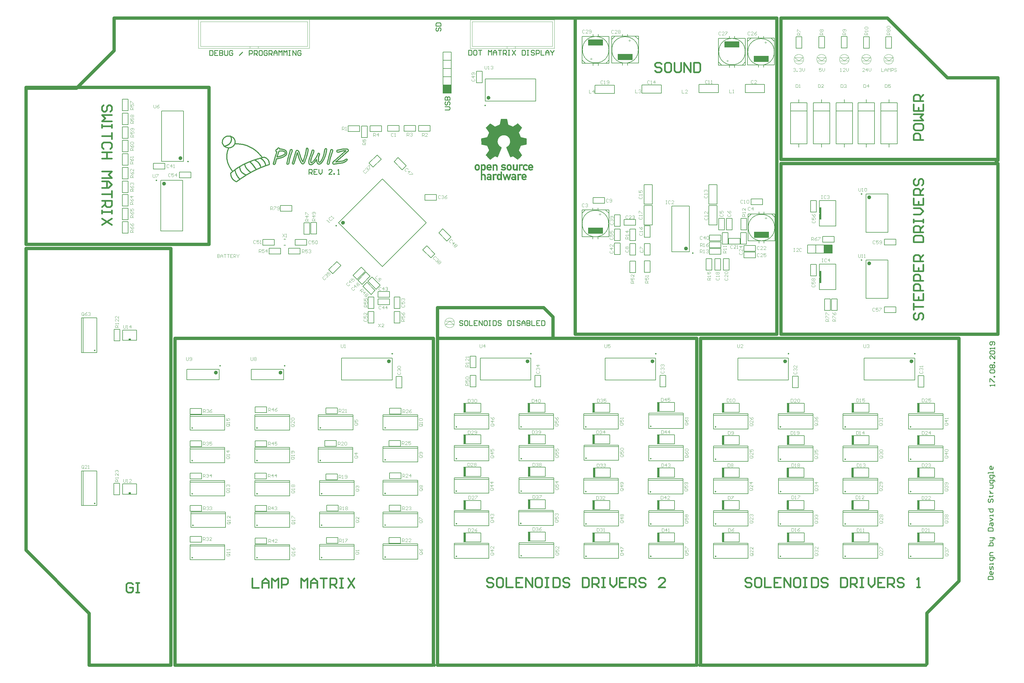
<source format=gbr>
%TF.GenerationSoftware,Altium Limited,Altium Designer,18.0.11 (651)*%
G04 Layer_Color=65535*
%FSLAX26Y26*%
%MOIN*%
%TF.FileFunction,Legend,Top*%
%TF.Part,Single*%
G01*
G75*
%TA.AperFunction,NonConductor*%
%ADD92C,0.005000*%
%ADD93C,0.004921*%
%ADD113C,0.009842*%
%ADD114C,0.023622*%
%ADD115C,0.004000*%
%ADD116C,0.011811*%
%ADD117C,0.011811*%
%ADD118C,0.000500*%
%ADD119C,0.007874*%
%ADD120C,0.039370*%
%ADD121C,0.008000*%
%ADD122C,0.010000*%
%ADD123C,0.019685*%
%ADD124R,0.031496X0.110236*%
%ADD125R,0.030000X0.019685*%
%ADD126R,0.099618X0.100000*%
%ADD127R,0.180118X0.076772*%
%ADD128R,0.100000X0.099618*%
%ADD129R,0.023500X0.148000*%
G36*
X5843326Y6645286D02*
X5844166Y6643260D01*
X5844093Y6643245D01*
X5856722Y6577401D01*
X5857561Y6575374D01*
X5858917Y6574812D01*
X5914058Y6551972D01*
X5915414Y6551411D01*
X5917441Y6552250D01*
X5917400Y6552311D01*
X5972888Y6589941D01*
X5974915Y6590780D01*
X5977627Y6589657D01*
X5977421Y6589451D01*
X6025071Y6542213D01*
X6026195Y6539501D01*
X6025355Y6537474D01*
X6025294Y6537515D01*
X5987664Y6482026D01*
X5986825Y6480000D01*
X5987387Y6478644D01*
X6010227Y6423503D01*
X6010788Y6422147D01*
X6012815Y6421307D01*
X6012829Y6421380D01*
X6078674Y6408751D01*
X6080700Y6407912D01*
X6081824Y6405200D01*
Y6405200D01*
X6081532D01*
X6081824Y6338104D01*
Y6338103D01*
X6080700Y6335391D01*
X6078674Y6334552D01*
X6078660Y6334624D01*
X6012815Y6321996D01*
X6010788Y6321157D01*
X6010227Y6319801D01*
X5987387Y6264660D01*
X5986825Y6263304D01*
X5987664Y6261277D01*
X5987725Y6261318D01*
X6025355Y6205829D01*
X6026195Y6203803D01*
X6025071Y6201091D01*
X6024865Y6201297D01*
X5977627Y6153646D01*
X5974915Y6152523D01*
X5972888Y6153363D01*
X5972930Y6153424D01*
X5917441Y6191053D01*
X5915414Y6191893D01*
X5914058Y6191331D01*
X5888809Y6180873D01*
X5887453Y6180311D01*
X5884741Y6181434D01*
X5884172Y6182807D01*
X5837687Y6296657D01*
X5837132Y6297997D01*
X5838255Y6300708D01*
X5839484Y6301218D01*
X5839543Y6301090D01*
X5850353Y6306868D01*
X5862160Y6316558D01*
X5871850Y6328365D01*
X5879050Y6341835D01*
X5883483Y6356451D01*
X5884980Y6371652D01*
X5883483Y6386852D01*
X5879050Y6401468D01*
X5871850Y6414939D01*
X5862160Y6426745D01*
X5850353Y6436435D01*
X5836883Y6443635D01*
X5822266Y6448069D01*
X5807066Y6449566D01*
X5791866Y6448069D01*
X5777250Y6443635D01*
X5763779Y6436435D01*
X5751972Y6426745D01*
X5742283Y6414939D01*
X5735083Y6401468D01*
X5730649Y6386852D01*
X5729152Y6371652D01*
X5730649Y6356451D01*
X5735083Y6341835D01*
X5742283Y6328365D01*
X5751972Y6316558D01*
X5763779Y6306868D01*
X5774589Y6301090D01*
X5774648Y6301218D01*
X5775877Y6300708D01*
X5777000Y6297997D01*
X5776445Y6296657D01*
X5729960Y6182807D01*
X5729391Y6181434D01*
X5726680Y6180311D01*
X5725324Y6180873D01*
X5700074Y6191331D01*
X5698718Y6191893D01*
X5696691Y6191053D01*
X5696733Y6190992D01*
X5641244Y6153363D01*
X5639217Y6152523D01*
X5636505Y6153646D01*
X5636712Y6153853D01*
X5589061Y6201091D01*
X5587938Y6203803D01*
X5588777Y6205829D01*
X5588838Y6205788D01*
X5626468Y6261277D01*
X5627307Y6263304D01*
X5626745Y6264660D01*
X5603905Y6319801D01*
X5603344Y6321157D01*
X5601317Y6321996D01*
X5601303Y6321924D01*
X5535458Y6334552D01*
X5533432Y6335392D01*
X5532308Y6338104D01*
X5532600D01*
X5532308Y6405200D01*
X5533432Y6407912D01*
X5535458Y6408751D01*
X5535472Y6408679D01*
X5601317Y6421307D01*
X5603344Y6422147D01*
X5603905Y6423503D01*
X5626745Y6478644D01*
X5627307Y6480000D01*
X5626468Y6482026D01*
X5626407Y6481985D01*
X5588777Y6537474D01*
X5587938Y6539501D01*
X5589061Y6542213D01*
X5589267Y6542006D01*
X5636505Y6589657D01*
X5639217Y6590780D01*
X5641244Y6589941D01*
X5641203Y6589880D01*
X5696691Y6552250D01*
X5698718Y6551411D01*
X5700074Y6551972D01*
Y6551972D01*
X5755215Y6574812D01*
X5756571Y6575374D01*
X5757410Y6577401D01*
X5757338Y6577415D01*
X5769966Y6643259D01*
X5770806Y6645286D01*
X5773518Y6646409D01*
Y6646118D01*
X5840614Y6646409D01*
X5843326Y6645286D01*
D02*
G37*
G36*
X5810176Y6092577D02*
X5810175Y6092570D01*
X5814027Y6092063D01*
X5817719Y6090534D01*
X5823971Y6087944D01*
X5830023Y6083301D01*
X5829999Y6083273D01*
X5820923Y6072588D01*
X5817857Y6074941D01*
X5811854Y6077428D01*
X5811855Y6077432D01*
X5808952Y6078634D01*
X5801733Y6079585D01*
X5801261Y6079523D01*
X5801271Y6079734D01*
X5800810Y6079826D01*
X5795284Y6078727D01*
X5795286Y6078717D01*
X5793703Y6078402D01*
X5791420Y6076876D01*
X5791405Y6076891D01*
X5790975Y6076604D01*
X5789164Y6073894D01*
X5788529Y6070698D01*
X5788569Y6070495D01*
X5788240Y6070498D01*
X5789201Y6068179D01*
X5789136Y6068147D01*
X5790558Y6066019D01*
X5790657Y6065953D01*
X5790683Y6065977D01*
X5792815Y6064552D01*
X5793672Y6064382D01*
X5793652Y6064318D01*
X5798372Y6063379D01*
X5798384Y6063585D01*
X5810521Y6062820D01*
X5815830Y6062121D01*
X5815806Y6062008D01*
X5820280Y6061118D01*
X5820461Y6060998D01*
X5820407Y6060879D01*
X5820454Y6060869D01*
X5825884Y6057242D01*
X5826882Y6055747D01*
X5826889Y6055752D01*
X5830359Y6050559D01*
X5830688Y6048901D01*
X5830608Y6048874D01*
X5831105Y6047675D01*
X5831984Y6040997D01*
X5831956Y6040778D01*
X5832082Y6040786D01*
X5832161Y6040385D01*
X5830597Y6032522D01*
X5829677Y6031144D01*
X5829625Y6031168D01*
X5826493Y6026480D01*
X5822936Y6024104D01*
X5822981Y6024036D01*
X5821386Y6022812D01*
X5813248Y6019441D01*
X5813211Y6019436D01*
X5813229Y6019364D01*
X5801794Y6017858D01*
X5801398Y6017911D01*
X5801403Y6017891D01*
X5801100Y6017851D01*
X5789228Y6019414D01*
X5784184Y6021503D01*
X5784185Y6021507D01*
X5778206Y6023983D01*
X5768947Y6031088D01*
X5769140Y6031291D01*
X5779247Y6041296D01*
X5786052Y6036074D01*
X5790032Y6034426D01*
X5790031Y6034424D01*
X5793674Y6032915D01*
X5802250Y6031786D01*
X5802554Y6031826D01*
X5802550Y6031878D01*
X5802785Y6031848D01*
X5808299Y6032574D01*
X5808280Y6032660D01*
X5811202Y6033242D01*
X5812942Y6034404D01*
X5812936Y6034415D01*
X5814890Y6035721D01*
X5816003Y6037386D01*
X5816017Y6037379D01*
X5816559Y6038191D01*
X5817181Y6041315D01*
X5817145Y6041494D01*
X5817133Y6041489D01*
X5817158Y6041614D01*
X5816623Y6044302D01*
X5816566Y6044387D01*
X5816463Y6044343D01*
X5815623Y6046369D01*
X5814914Y6046663D01*
X5814789Y6046505D01*
X5812846Y6047803D01*
X5811983Y6047975D01*
X5811999Y6048024D01*
X5808051Y6048809D01*
X5808041Y6048675D01*
X5795059Y6049833D01*
X5789522Y6050562D01*
X5786724Y6051721D01*
X5786593Y6051388D01*
X5786164Y6051474D01*
X5779811Y6055719D01*
X5779853Y6055766D01*
X5778919Y6056390D01*
X5775206Y6061948D01*
X5775175Y6062105D01*
X5775136Y6062094D01*
X5773515Y6070244D01*
X5773593Y6070637D01*
X5773496Y6071122D01*
X5775285Y6080116D01*
X5775588Y6080569D01*
X5775714Y6080517D01*
X5779275Y6085847D01*
X5781774Y6087517D01*
X5781774Y6087516D01*
X5784148Y6089337D01*
X5790516Y6091975D01*
X5790495Y6092053D01*
X5791005Y6092264D01*
X5800881Y6093564D01*
X5801267Y6093513D01*
X5801261Y6093669D01*
X5801571Y6093710D01*
X5810176Y6092577D01*
D02*
G37*
G36*
X6140249Y6092454D02*
X6143400Y6091149D01*
X6143399Y6091144D01*
X6147487Y6089451D01*
X6153310Y6084983D01*
X6153269Y6084942D01*
X6154200Y6084227D01*
X6158504Y6078618D01*
X6159987Y6075039D01*
X6159995Y6075043D01*
X6161376Y6071709D01*
X6162544Y6062834D01*
X6162473Y6062294D01*
X6162247Y6062297D01*
Y6050166D01*
X6116235Y6050173D01*
X6116144Y6049713D01*
X6117641Y6042185D01*
X6117703Y6042205D01*
X6117867Y6041383D01*
X6120968Y6036741D01*
X6121390Y6036459D01*
X6121377Y6036444D01*
X6126248Y6033189D01*
X6127045Y6033031D01*
X6127042Y6033015D01*
X6133800Y6031670D01*
X6134057Y6031721D01*
X6134051Y6031683D01*
X6134179Y6031657D01*
X6142401Y6033293D01*
X6142768Y6033538D01*
X6142771Y6033540D01*
X6150144Y6038466D01*
X6150426Y6038888D01*
X6150150Y6039153D01*
X6160855Y6030011D01*
X6159061Y6027672D01*
X6155031Y6024579D01*
X6155031Y6024579D01*
X6152356Y6022527D01*
X6148558Y6020954D01*
X6148559Y6020953D01*
X6144392Y6019226D01*
X6134435Y6017916D01*
X6134323Y6017930D01*
X6134324Y6017947D01*
X6125245Y6019142D01*
X6123188Y6019994D01*
X6123186Y6019989D01*
X6115457Y6023191D01*
X6112428Y6025515D01*
X6112448Y6025544D01*
X6109636Y6027424D01*
X6107813Y6030152D01*
X6107796Y6030140D01*
X6106412Y6031943D01*
X6104459Y6036658D01*
X6104430Y6036648D01*
X6103269Y6039451D01*
X6102524Y6045107D01*
X6102478Y6045101D01*
X6101501Y6055017D01*
X6101544Y6055454D01*
X6101541Y6055451D01*
X6101503Y6055841D01*
X6102438Y6065338D01*
X6102472Y6065333D01*
X6103280Y6071475D01*
X6104163Y6073607D01*
X6104212Y6073591D01*
X6106603Y6079363D01*
X6107248Y6080203D01*
X6107354Y6080137D01*
X6110026Y6084137D01*
X6111550Y6085155D01*
X6111601Y6085094D01*
X6117090Y6089305D01*
X6121639Y6091190D01*
X6121639Y6091190D01*
X6124843Y6092518D01*
X6132088Y6093472D01*
X6132086Y6093469D01*
X6132312Y6093499D01*
X6140249Y6092454D01*
D02*
G37*
G36*
X5634917Y6092454D02*
X5638068Y6091149D01*
X5638066Y6091144D01*
X5642157Y6089450D01*
X5647978Y6084983D01*
X5647937Y6084942D01*
X5648868Y6084228D01*
X5653173Y6078618D01*
X5654655Y6075039D01*
X5654663Y6075043D01*
X5656044Y6071709D01*
X5657213Y6062834D01*
X5657141Y6062294D01*
X5656915Y6062297D01*
Y6050166D01*
X5610901Y6050173D01*
X5610810Y6049716D01*
X5612309Y6042185D01*
X5612370Y6042205D01*
X5612534Y6041383D01*
X5615636Y6036741D01*
X5616057Y6036459D01*
X5616044Y6036444D01*
X5620915Y6033190D01*
X5621713Y6033031D01*
X5621710Y6033015D01*
X5628468Y6031670D01*
X5628726Y6031722D01*
X5628719Y6031683D01*
X5628848Y6031657D01*
X5637069Y6033293D01*
X5637436Y6033538D01*
X5637440Y6033540D01*
X5644811Y6038465D01*
X5645093Y6038888D01*
X5644818Y6039153D01*
X5655523Y6030011D01*
X5653728Y6027671D01*
X5649699Y6024579D01*
Y6024579D01*
X5647025Y6022528D01*
X5643226Y6020954D01*
X5643226Y6020953D01*
X5639059Y6019226D01*
X5629103Y6017916D01*
X5628992Y6017930D01*
X5628992Y6017947D01*
X5619914Y6019142D01*
X5617856Y6019994D01*
X5617854Y6019989D01*
X5610126Y6023190D01*
X5607096Y6025515D01*
X5607117Y6025544D01*
X5604304Y6027424D01*
X5602481Y6030151D01*
X5602464Y6030140D01*
X5601081Y6031943D01*
X5599127Y6036658D01*
X5599098Y6036648D01*
X5597935Y6039456D01*
X5597191Y6045107D01*
X5597145Y6045101D01*
X5596168Y6055020D01*
X5596211Y6055454D01*
X5596207Y6055451D01*
X5596170Y6055828D01*
X5597106Y6065338D01*
X5597140Y6065333D01*
X5597950Y6071485D01*
X5598829Y6073607D01*
X5598880Y6073591D01*
X5601269Y6079358D01*
X5601917Y6080203D01*
X5602022Y6080137D01*
X5604694Y6084137D01*
X5606218Y6085155D01*
X5606270Y6085094D01*
X5611759Y6089306D01*
X5616306Y6091190D01*
X5616306Y6091190D01*
X5619510Y6092518D01*
X5626756Y6093471D01*
X5626754Y6093469D01*
X5626980Y6093499D01*
X5634917Y6092454D01*
D02*
G37*
G36*
X6032011Y6092094D02*
X6031914Y6091833D01*
X6036070Y6090111D01*
X6039368Y6087580D01*
X6039365Y6087577D01*
X6028752Y6074904D01*
X6024497Y6077747D01*
X6023979Y6077850D01*
X6023947Y6077770D01*
X6018967Y6078760D01*
X6018966Y6078790D01*
X6018960Y6078791D01*
X6013066Y6077619D01*
X6009051Y6074936D01*
X6009081Y6074902D01*
X6008242Y6074341D01*
X6005792Y6070675D01*
X6005687Y6070146D01*
X6005618Y6070169D01*
X6004309Y6063588D01*
X6004399Y6063137D01*
X6004700Y6063144D01*
Y6019092D01*
X5989959D01*
Y6092389D01*
X6004700D01*
Y6084561D01*
X6004927Y6084595D01*
X6006485Y6086927D01*
X6013063Y6091322D01*
X6013178Y6091071D01*
X6016799Y6092571D01*
X6023584Y6093464D01*
X6024053Y6093402D01*
X6024050Y6093675D01*
X6024056Y6093676D01*
X6032011Y6092094D01*
D02*
G37*
G36*
X5712430Y6091975D02*
X5712286Y6091614D01*
X5716186Y6089999D01*
X5720397Y6086767D01*
X5720434Y6086814D01*
X5722231Y6085613D01*
X5726703Y6078921D01*
X5726778Y6078952D01*
X5726786Y6078940D01*
X5727835Y6073668D01*
X5727860Y6073673D01*
X5728609Y6067984D01*
X5728587Y6067819D01*
X5728326Y6067821D01*
Y6019092D01*
X5713585D01*
X5713907Y6062733D01*
X5713972Y6063061D01*
X5712711Y6069399D01*
X5712675Y6069388D01*
X5712520Y6070165D01*
X5709625Y6074498D01*
X5709622Y6074494D01*
X5709530Y6074632D01*
X5704971Y6077678D01*
X5704905Y6077691D01*
X5704898Y6077680D01*
X5699322Y6078789D01*
X5699147Y6078754D01*
X5699153Y6078761D01*
X5698957Y6078800D01*
X5693280Y6077671D01*
X5693276Y6077672D01*
X5693113Y6077640D01*
X5688591Y6074618D01*
X5688508Y6074495D01*
X5688506Y6074498D01*
X5685611Y6070165D01*
X5685456Y6069388D01*
X5685420Y6069399D01*
X5684159Y6063061D01*
X5684224Y6062733D01*
X5684546Y6062738D01*
Y6019092D01*
X5669805D01*
Y6092389D01*
X5684546D01*
Y6084561D01*
X5684772Y6084595D01*
X5686330Y6086927D01*
X5692908Y6091322D01*
X5693024Y6091071D01*
X5696644Y6092571D01*
X5703429Y6093464D01*
X5703898Y6093402D01*
X5703896Y6093672D01*
X5712430Y6091975D01*
D02*
G37*
G36*
X5871122Y6093507D02*
X5871117Y6093504D01*
X5871455Y6093548D01*
X5878837Y6092576D01*
X5878816Y6092478D01*
X5882923Y6091661D01*
X5885001Y6090273D01*
X5885106Y6090460D01*
X5885697Y6090216D01*
X5889755Y6087101D01*
X5889755Y6087100D01*
X5892890Y6084695D01*
X5893474Y6083934D01*
X5893464Y6083923D01*
X5897226Y6079021D01*
X5899544Y6073425D01*
X5899657Y6073456D01*
X5900001Y6072627D01*
X5900858Y6066117D01*
X5900822Y6066114D01*
X5901770Y6056497D01*
X5901703Y6055822D01*
X5901548Y6055827D01*
X5901604Y6055127D01*
X5900835Y6045357D01*
X5900861Y6045355D01*
X5899992Y6038752D01*
X5899662Y6037955D01*
X5899544Y6037987D01*
X5897226Y6032392D01*
X5893464Y6027489D01*
X5893453Y6027500D01*
X5892736Y6026566D01*
X5889755Y6024279D01*
X5889755Y6024278D01*
X5885990Y6021389D01*
X5885072Y6021008D01*
X5885010Y6021121D01*
X5883086Y6019835D01*
X5878816Y6018986D01*
X5878834Y6018897D01*
X5871456Y6017925D01*
X5871117Y6017970D01*
X5871122Y6017966D01*
X5870764Y6017919D01*
X5863314Y6018900D01*
X5863331Y6018986D01*
X5859060Y6019836D01*
X5857130Y6021125D01*
X5857062Y6021002D01*
X5856249Y6021339D01*
X5852417Y6024279D01*
X5852395Y6024251D01*
X5849360Y6026279D01*
X5848622Y6027383D01*
X5848741Y6027489D01*
X5844955Y6032423D01*
X5842650Y6037989D01*
X5842537Y6037958D01*
X5842177Y6038828D01*
X5841318Y6045355D01*
X5841355Y6045358D01*
X5840393Y6055128D01*
X5840462Y6055828D01*
X5840474Y6055828D01*
X5840408Y6056496D01*
X5841355Y6066114D01*
X5841321Y6066117D01*
X5842168Y6072552D01*
X5842542Y6073453D01*
X5842650Y6073424D01*
X5844955Y6078990D01*
X5848741Y6083924D01*
X5848743Y6083922D01*
X5849410Y6084792D01*
X5852417Y6087099D01*
X5852417Y6087100D01*
X5856546Y6090268D01*
X5857028Y6090468D01*
X5857139Y6090269D01*
X5859221Y6091660D01*
X5863331Y6092478D01*
X5863311Y6092573D01*
X5870765Y6093554D01*
X5871122Y6093507D01*
D02*
G37*
G36*
X5483252Y6093507D02*
X5483246Y6093503D01*
X5483584Y6093548D01*
X5490966Y6092576D01*
X5490945Y6092478D01*
X5495052Y6091661D01*
X5497130Y6090273D01*
X5497235Y6090460D01*
X5497826Y6090216D01*
X5501885Y6087101D01*
X5501884Y6087100D01*
X5505018Y6084696D01*
X5505603Y6083934D01*
X5505593Y6083923D01*
X5509355Y6079021D01*
X5511673Y6073425D01*
X5511786Y6073456D01*
X5512129Y6072630D01*
X5512986Y6066117D01*
X5512951Y6066114D01*
X5513898Y6056499D01*
X5513831Y6055822D01*
X5513676Y6055827D01*
X5513732Y6055125D01*
X5512963Y6045357D01*
X5512989Y6045355D01*
X5512120Y6038749D01*
X5511791Y6037955D01*
X5511673Y6037988D01*
X5509355Y6032392D01*
X5505593Y6027489D01*
X5505582Y6027500D01*
X5504864Y6026565D01*
X5501884Y6024279D01*
X5501885Y6024278D01*
X5498119Y6021389D01*
X5497201Y6021008D01*
X5497140Y6021121D01*
X5495215Y6019835D01*
X5490945Y6018986D01*
X5490963Y6018897D01*
X5483585Y6017925D01*
X5483246Y6017970D01*
X5483252Y6017966D01*
X5482893Y6017919D01*
X5475442Y6018900D01*
X5475459Y6018986D01*
X5471188Y6019836D01*
X5469259Y6021125D01*
X5469190Y6021001D01*
X5468382Y6021336D01*
X5464547Y6024279D01*
X5464525Y6024251D01*
X5461488Y6026280D01*
X5460751Y6027383D01*
X5460870Y6027489D01*
X5457086Y6032422D01*
X5454779Y6037989D01*
X5454668Y6037958D01*
X5454305Y6038834D01*
X5453447Y6045355D01*
X5453483Y6045358D01*
X5452521Y6055126D01*
X5452590Y6055828D01*
X5452603Y6055828D01*
X5452537Y6056498D01*
X5453484Y6066114D01*
X5453450Y6066117D01*
X5454296Y6072545D01*
X5454672Y6073453D01*
X5454779Y6073424D01*
X5457086Y6078991D01*
X5460870Y6083924D01*
X5460872Y6083923D01*
X5461538Y6084790D01*
X5464547Y6087099D01*
X5464547Y6087100D01*
X5468680Y6090271D01*
X5469156Y6090468D01*
X5469268Y6090269D01*
X5471350Y6091660D01*
X5475459Y6092478D01*
X5475440Y6092573D01*
X5482894Y6093554D01*
X5483252Y6093507D01*
D02*
G37*
G36*
X5560633Y6093671D02*
X5560627Y6093447D01*
X5560823Y6093472D01*
X5566902Y6092672D01*
X5566878Y6092566D01*
X5570293Y6091887D01*
X5572236Y6090589D01*
X5572273Y6090657D01*
X5572861Y6090413D01*
X5578331Y6086216D01*
X5580250Y6083715D01*
X5580282Y6083739D01*
X5583504Y6078918D01*
X5584383Y6074496D01*
X5584445Y6074508D01*
X5585411Y6067169D01*
X5585216Y6067161D01*
X5585910Y6056575D01*
X5585849Y6055654D01*
X5585846Y6055657D01*
X5585905Y6054749D01*
X5585215Y6044218D01*
X5585410Y6044210D01*
X5584444Y6036871D01*
X5584384Y6036882D01*
X5583510Y6032490D01*
X5580288Y6027669D01*
X5580293Y6027665D01*
X5578462Y6024924D01*
X5572259Y6020779D01*
X5572246Y6020804D01*
X5570464Y6019614D01*
X5566878Y6018900D01*
X5566899Y6018802D01*
X5560823Y6018002D01*
X5560627Y6018028D01*
X5560635Y6017878D01*
X5560265Y6017804D01*
X5551550Y6019538D01*
X5550261Y6020399D01*
X5550283Y6020448D01*
X5548773Y6021073D01*
X5541686Y6026511D01*
X5541686Y5967907D01*
X5541913Y5967941D01*
X5543471Y5970273D01*
X5550049Y5974668D01*
X5550164Y5974417D01*
X5553785Y5975917D01*
X5560569Y5976810D01*
X5561039Y5976748D01*
X5561037Y5977019D01*
X5569571Y5975321D01*
X5569427Y5974960D01*
X5573327Y5973345D01*
X5577538Y5970114D01*
X5577575Y5970160D01*
X5579372Y5968959D01*
X5583843Y5962267D01*
X5583919Y5962298D01*
X5583927Y5962286D01*
X5584976Y5957014D01*
X5585001Y5957019D01*
X5585750Y5951330D01*
X5585728Y5951166D01*
X5585467Y5951167D01*
Y5902438D01*
X5570726D01*
X5571047Y5946079D01*
X5571113Y5946407D01*
X5569852Y5952745D01*
X5569815Y5952734D01*
X5569661Y5953511D01*
X5566766Y5957844D01*
X5566763Y5957840D01*
X5566671Y5957978D01*
X5562111Y5961024D01*
X5562046Y5961037D01*
X5562038Y5961026D01*
X5556462Y5962135D01*
X5556288Y5962100D01*
X5556294Y5962107D01*
X5556098Y5962146D01*
X5550420Y5961017D01*
X5550417Y5961019D01*
X5550254Y5960986D01*
X5545731Y5957965D01*
X5545649Y5957841D01*
X5545647Y5957844D01*
X5542751Y5953511D01*
X5542597Y5952734D01*
X5542560Y5952745D01*
X5541300Y5946407D01*
X5541365Y5946079D01*
X5541686Y5946084D01*
Y5902438D01*
X5526945D01*
Y6092389D01*
X5541686D01*
X5541643Y6084734D01*
X5542669Y6086070D01*
X5548063Y6090209D01*
X5550260Y6091119D01*
X5550117Y6091442D01*
X5550640Y6091791D01*
X5560362Y6093725D01*
X5560633Y6093671D01*
D02*
G37*
G36*
X6071172Y6093507D02*
X6071169Y6093504D01*
X6071342Y6093527D01*
X6079112Y6092504D01*
X6079109Y6092487D01*
X6079914Y6092381D01*
X6086188Y6089782D01*
X6086213Y6089830D01*
X6087344Y6089361D01*
X6095891Y6082803D01*
X6097595Y6080582D01*
X6097533Y6080528D01*
X6086704Y6070875D01*
X6085225Y6073089D01*
X6079860Y6076674D01*
X6079864Y6076684D01*
X6078663Y6077486D01*
X6071876Y6078836D01*
X6071743Y6078810D01*
X6071752Y6078846D01*
X6071285Y6078939D01*
X6063292Y6077350D01*
X6063314Y6077281D01*
X6062997Y6077218D01*
X6058116Y6073957D01*
X6057370Y6072840D01*
X6057378Y6072832D01*
X6054362Y6068318D01*
X6053832Y6065655D01*
X6053585Y6065719D01*
X6052339Y6056254D01*
X6052418Y6055651D01*
X6052421Y6055659D01*
X6052342Y6055060D01*
X6053582Y6045636D01*
X6053831Y6045700D01*
X6054353Y6043076D01*
X6057375Y6038553D01*
X6057367Y6038544D01*
X6058093Y6037458D01*
X6062973Y6034198D01*
X6063316Y6034129D01*
X6063294Y6034061D01*
X6071284Y6032472D01*
X6071752Y6032565D01*
X6071743Y6032607D01*
X6071890Y6032577D01*
X6078657Y6033923D01*
X6079896Y6034751D01*
X6079891Y6034764D01*
X6085115Y6038255D01*
X6086690Y6040612D01*
X6097594Y6030832D01*
X6095906Y6028632D01*
X6087465Y6022155D01*
X6086204Y6021633D01*
X6086182Y6021674D01*
X6079981Y6019106D01*
X6079107Y6018991D01*
X6079111Y6018974D01*
X6071342Y6017951D01*
X6071169Y6017973D01*
X6071172Y6017971D01*
X6071013Y6017950D01*
X6062116Y6019122D01*
X6059064Y6020386D01*
X6059066Y6020393D01*
X6053637Y6022642D01*
X6048160Y6026845D01*
X6048098Y6026771D01*
X6046376Y6027921D01*
X6043701Y6031924D01*
X6043640Y6031884D01*
X6042558Y6033293D01*
X6040450Y6038383D01*
X6040431Y6038377D01*
X6039227Y6041282D01*
X6038565Y6046309D01*
X6038506Y6046301D01*
X6037617Y6055332D01*
X6037649Y6055657D01*
X6037648Y6055654D01*
X6037617Y6055976D01*
X6038507Y6065016D01*
X6038565Y6065007D01*
X6039231Y6070066D01*
X6040428Y6072956D01*
X6040448Y6072949D01*
X6042587Y6078113D01*
X6043634Y6079478D01*
X6043701Y6079435D01*
X6046442Y6083537D01*
X6048087Y6084636D01*
X6048153Y6084559D01*
X6053770Y6088869D01*
X6059068Y6091063D01*
X6059065Y6091070D01*
X6062195Y6092366D01*
X6071016Y6093528D01*
X6071172Y6093507D01*
D02*
G37*
G36*
X5973224Y6019092D02*
X5958483D01*
Y6026852D01*
X5958225Y6026816D01*
X5956689Y6024516D01*
X5950145Y6020144D01*
X5950031Y6020392D01*
X5946434Y6018902D01*
X5939725Y6018019D01*
X5939267Y6018079D01*
X5939269Y6017791D01*
X5930619Y6019511D01*
X5930754Y6019856D01*
X5926733Y6021522D01*
X5922616Y6024682D01*
X5922578Y6024635D01*
X5920778Y6025838D01*
X5916328Y6032498D01*
X5916324Y6032519D01*
X5916245Y6032486D01*
X5915191Y6037785D01*
X5915168Y6037781D01*
X5914416Y6043488D01*
X5914439Y6043661D01*
X5914702Y6043660D01*
Y6092389D01*
X5929443D01*
X5929120Y6048680D01*
X5929053Y6048341D01*
X5930319Y6041972D01*
X5930358Y6041984D01*
X5930515Y6041193D01*
X5933400Y6036876D01*
X5933398Y6036875D01*
X5933446Y6036803D01*
X5937971Y6033780D01*
X5938177Y6033739D01*
X5938180Y6033739D01*
X5943853Y6032610D01*
X5944051Y6032650D01*
X5944044Y6032657D01*
X5944221Y6032622D01*
X5949792Y6033730D01*
X5949799Y6033721D01*
X5949908Y6033742D01*
X5954470Y6036790D01*
X5954527Y6036876D01*
X5954526D01*
X5957410Y6041193D01*
X5957568Y6041984D01*
X5957606Y6041972D01*
X5958873Y6048341D01*
X5958805Y6048680D01*
X5958483Y6048675D01*
Y6092389D01*
X5973224D01*
Y6019092D01*
D02*
G37*
G36*
X6086692Y6040615D02*
X6086690Y6040612D01*
X6086655Y6040644D01*
X6086692Y6040615D01*
D02*
G37*
G36*
X6060017Y5975800D02*
X6063168Y5974495D01*
X6063166Y5974491D01*
X6067255Y5972797D01*
X6073077Y5968330D01*
X6073036Y5968288D01*
X6073968Y5967574D01*
X6078272Y5961964D01*
X6079754Y5958386D01*
X6079763Y5958389D01*
X6081144Y5955055D01*
X6082312Y5946181D01*
X6082241Y5945640D01*
X6082014Y5945643D01*
Y5933512D01*
X6036003Y5933519D01*
X6035912Y5933060D01*
X6037409Y5925531D01*
X6037471Y5925551D01*
X6037635Y5924729D01*
X6040736Y5920087D01*
X6041157Y5919806D01*
X6041144Y5919790D01*
X6046015Y5916535D01*
X6046813Y5916377D01*
X6046809Y5916361D01*
X6053568Y5915016D01*
X6053825Y5915068D01*
X6053819Y5915029D01*
X6053947Y5915003D01*
X6062168Y5916639D01*
X6062535Y5916884D01*
X6062539Y5916886D01*
X6069912Y5921812D01*
X6070193Y5922234D01*
X6069917Y5922499D01*
X6080623Y5913357D01*
X6078828Y5911018D01*
X6074798Y5907926D01*
X6074798Y5907926D01*
X6072124Y5905873D01*
X6068326Y5904300D01*
X6068327Y5904299D01*
X6064159Y5902573D01*
X6054202Y5901262D01*
X6054091Y5901276D01*
X6054092Y5901293D01*
X6045013Y5902489D01*
X6042956Y5903341D01*
X6042954Y5903336D01*
X6035225Y5906537D01*
X6032195Y5908862D01*
X6032216Y5908891D01*
X6029404Y5910770D01*
X6027581Y5913498D01*
X6027564Y5913486D01*
X6026180Y5915290D01*
X6024227Y5920004D01*
X6024197Y5919994D01*
X6023036Y5922797D01*
X6022292Y5928454D01*
X6022245Y5928447D01*
X6021269Y5938363D01*
X6021312Y5938800D01*
X6021309Y5938797D01*
X6021271Y5939186D01*
X6022206Y5948684D01*
X6022239Y5948680D01*
X6023048Y5954822D01*
X6023931Y5956953D01*
X6023980Y5956937D01*
X6026371Y5962709D01*
X6027016Y5963550D01*
X6027121Y5963484D01*
X6029794Y5967484D01*
X6031318Y5968502D01*
X6031369Y5968440D01*
X6036857Y5972651D01*
X6041407Y5974536D01*
X6041407Y5974537D01*
X6044611Y5975864D01*
X6051855Y5976818D01*
X6051854Y5976815D01*
X6052079Y5976845D01*
X6060017Y5975800D01*
D02*
G37*
G36*
X6013335Y5975440D02*
X6013237Y5975179D01*
X6017393Y5973458D01*
X6020692Y5970926D01*
X6020689Y5970923D01*
X6010076Y5958250D01*
X6005821Y5961093D01*
X6005302Y5961196D01*
X6005271Y5961116D01*
X6000291Y5962106D01*
X6000290Y5962136D01*
X6000284Y5962137D01*
X5994390Y5960965D01*
X5990374Y5958282D01*
X5990405Y5958248D01*
X5989566Y5957687D01*
X5987116Y5954021D01*
X5987011Y5953492D01*
X5986942Y5953515D01*
X5985633Y5946934D01*
X5985723Y5946484D01*
X5986024Y5946491D01*
Y5902438D01*
X5971283D01*
Y5975735D01*
X5986024D01*
Y5967907D01*
X5986250Y5967941D01*
X5987808Y5970273D01*
X5994386Y5974668D01*
X5994502Y5974417D01*
X5998122Y5975917D01*
X6004907Y5976810D01*
X6005376Y5976748D01*
X6005373Y5977022D01*
X6005379Y5977023D01*
X6013335Y5975440D01*
D02*
G37*
G36*
X5714392D02*
X5714294Y5975179D01*
X5718450Y5973458D01*
X5721749Y5970926D01*
X5721746Y5970923D01*
X5711133Y5958250D01*
X5706878Y5961093D01*
X5706359Y5961196D01*
X5706328Y5961116D01*
X5701348Y5962106D01*
X5701347Y5962136D01*
X5701341Y5962137D01*
X5695447Y5960965D01*
X5691431Y5958282D01*
X5691462Y5958248D01*
X5690623Y5957687D01*
X5688173Y5954021D01*
X5688068Y5953492D01*
X5687999Y5953515D01*
X5686690Y5946935D01*
X5686780Y5946484D01*
X5687081Y5946491D01*
Y5902438D01*
X5672340D01*
Y5975735D01*
X5687081D01*
Y5967907D01*
X5687308Y5967941D01*
X5688866Y5970273D01*
X5695444Y5974668D01*
X5695559Y5974417D01*
X5699179Y5975917D01*
X5705964Y5976810D01*
X5706433Y5976748D01*
X5706430Y5977022D01*
X5706436Y5977023D01*
X5714392Y5975440D01*
D02*
G37*
G36*
X5936426Y5975495D02*
X5936407Y5975411D01*
X5937461Y5975272D01*
X5944710Y5972269D01*
X5945867Y5971381D01*
X5945815Y5971301D01*
X5948308Y5969635D01*
X5952139Y5963901D01*
X5952141Y5963894D01*
X5952245Y5963940D01*
X5952329Y5963814D01*
X5953377Y5958544D01*
X5953412Y5958551D01*
X5954227Y5952355D01*
X5953945Y5952353D01*
Y5902167D01*
X5939679D01*
Y5908639D01*
X5939428Y5908610D01*
X5937439Y5905633D01*
X5933511Y5903009D01*
X5933311Y5902969D01*
X5933388Y5902784D01*
X5928195Y5901751D01*
X5928192Y5901770D01*
X5922090Y5900967D01*
X5921785Y5901007D01*
X5921786Y5901047D01*
X5913014Y5902202D01*
X5911111Y5902990D01*
X5911084Y5902913D01*
X5909716Y5903186D01*
X5903204Y5907537D01*
X5903308Y5907629D01*
X5902415Y5908226D01*
X5898057Y5914747D01*
X5897971Y5914717D01*
X5897964Y5914727D01*
X5896240Y5923396D01*
X5896299Y5923690D01*
X5896266Y5923681D01*
X5896214Y5923942D01*
X5897863Y5932235D01*
X5897861Y5932239D01*
X5897978Y5932828D01*
X5902314Y5939318D01*
X5902340Y5939294D01*
X5902601Y5939685D01*
X5908714Y5943770D01*
X5909711Y5943968D01*
X5909756Y5943840D01*
X5911745Y5944664D01*
X5919625Y5945701D01*
X5919824Y5945675D01*
X5919822Y5945440D01*
X5939679D01*
X5939807Y5953196D01*
X5939865Y5953486D01*
X5939147Y5957096D01*
X5938880Y5957495D01*
X5938839Y5957478D01*
X5937491Y5959495D01*
X5936055Y5960455D01*
X5936058Y5960460D01*
X5934297Y5961637D01*
X5931471Y5962199D01*
X5931478Y5962239D01*
X5925994Y5962961D01*
X5925035Y5962835D01*
X5925042Y5962963D01*
X5924848Y5962988D01*
X5920382Y5962400D01*
X5920375Y5962449D01*
X5916521Y5961683D01*
X5916500Y5961696D01*
X5913187Y5959482D01*
X5911520Y5956988D01*
X5900248Y5965855D01*
X5902416Y5969100D01*
X5910232Y5974322D01*
X5910381Y5973987D01*
X5914398Y5975650D01*
X5916872Y5975976D01*
X5916871Y5975984D01*
X5923467Y5976852D01*
X5924334Y5976738D01*
X5924322Y5976808D01*
X5925385Y5976948D01*
X5936426Y5975495D01*
D02*
G37*
G36*
X5637712D02*
X5637692Y5975411D01*
X5638746Y5975272D01*
X5645995Y5972269D01*
X5647153Y5971381D01*
X5647101Y5971301D01*
X5649593Y5969635D01*
X5653424Y5963901D01*
X5653426Y5963894D01*
X5653530Y5963940D01*
X5653614Y5963814D01*
X5654663Y5958545D01*
X5654697Y5958551D01*
X5655512Y5952355D01*
X5655230Y5952353D01*
Y5902167D01*
X5640964D01*
Y5908639D01*
X5640714Y5908610D01*
X5638724Y5905633D01*
X5634797Y5903009D01*
X5634597Y5902969D01*
X5634673Y5902784D01*
X5629481Y5901751D01*
X5629478Y5901770D01*
X5623375Y5900967D01*
X5623070Y5901007D01*
X5623071Y5901047D01*
X5614299Y5902202D01*
X5612396Y5902990D01*
X5612370Y5902913D01*
X5611001Y5903185D01*
X5604489Y5907537D01*
X5604593Y5907629D01*
X5603700Y5908226D01*
X5599343Y5914747D01*
X5599257Y5914717D01*
X5599250Y5914727D01*
X5597526Y5923396D01*
X5597584Y5923690D01*
X5597551Y5923681D01*
X5597499Y5923943D01*
X5599149Y5932235D01*
X5599146Y5932239D01*
X5599263Y5932827D01*
X5603600Y5939318D01*
X5603625Y5939294D01*
X5603886Y5939685D01*
X5609999Y5943770D01*
X5610996Y5943968D01*
X5611042Y5943840D01*
X5613030Y5944664D01*
X5620910Y5945701D01*
X5621109Y5945675D01*
X5621108Y5945440D01*
X5640964D01*
X5641092Y5953196D01*
X5641150Y5953486D01*
X5640432Y5957096D01*
X5640165Y5957495D01*
X5640124Y5957478D01*
X5638776Y5959495D01*
X5637340Y5960455D01*
X5637343Y5960460D01*
X5635582Y5961637D01*
X5632756Y5962199D01*
X5632764Y5962239D01*
X5627279Y5962961D01*
X5626321Y5962835D01*
X5626327Y5962963D01*
X5626133Y5962988D01*
X5621667Y5962400D01*
X5621661Y5962449D01*
X5617806Y5961682D01*
X5617785Y5961696D01*
X5614472Y5959482D01*
X5612805Y5956988D01*
X5601534Y5965855D01*
X5603702Y5969100D01*
X5611517Y5974322D01*
X5611667Y5973987D01*
X5615683Y5975650D01*
X5618158Y5975976D01*
X5618156Y5975984D01*
X5624752Y5976852D01*
X5625619Y5976738D01*
X5625608Y5976808D01*
X5626671Y5976948D01*
X5637712Y5975495D01*
D02*
G37*
G36*
X5781212Y5902438D02*
X5766471D01*
X5766523Y5910017D01*
X5765592Y5908805D01*
X5760165Y5904640D01*
X5757879Y5903693D01*
X5758028Y5903355D01*
X5757561Y5903043D01*
X5747790Y5901099D01*
X5747525Y5901152D01*
X5747531Y5901371D01*
X5747329Y5901345D01*
X5741205Y5902151D01*
X5741226Y5902247D01*
X5737585Y5902972D01*
X5735826Y5904147D01*
X5735814Y5904123D01*
X5729817Y5908129D01*
X5727882Y5911025D01*
X5727858Y5911005D01*
X5724614Y5915859D01*
X5723738Y5920262D01*
X5723694Y5920254D01*
X5722721Y5927641D01*
X5722927Y5927649D01*
X5722232Y5938253D01*
X5722293Y5939173D01*
X5722303Y5939169D01*
X5722244Y5940078D01*
X5722930Y5950550D01*
X5722730Y5950558D01*
X5723690Y5957851D01*
X5723740Y5957843D01*
X5724612Y5962230D01*
X5727863Y5967095D01*
X5727870Y5967090D01*
X5729757Y5969915D01*
X5735821Y5973966D01*
X5735836Y5973938D01*
X5737756Y5975221D01*
X5741225Y5975911D01*
X5741202Y5976016D01*
X5747329Y5976822D01*
X5747531Y5976796D01*
X5747524Y5976949D01*
X5747833Y5977010D01*
X5756317Y5975322D01*
X5757844Y5974302D01*
X5757863Y5974334D01*
X5759174Y5973790D01*
X5766471Y5968191D01*
Y5967907D01*
X5766628Y5968071D01*
X5766471Y5968191D01*
Y6005318D01*
X5781212D01*
Y5902438D01*
D02*
G37*
G36*
X5911553Y5956962D02*
X5911516Y5956982D01*
X5911520Y5956988D01*
X5911553Y5956962D01*
D02*
G37*
G36*
X5612838D02*
X5612801Y5956982D01*
X5612805Y5956988D01*
X5612838Y5956962D01*
D02*
G37*
G36*
X5870434Y5902438D02*
X5857456D01*
X5842106Y5953708D01*
X5841833D01*
X5826517Y5902438D01*
X5813505D01*
X5790089Y5975735D01*
X5805678D01*
X5819740Y5924397D01*
X5820011D01*
X5836615Y5975735D01*
X5847356D01*
X5863928Y5924397D01*
X5864234D01*
X5878261Y5975735D01*
X5893882D01*
X5870434Y5902438D01*
D02*
G37*
%LPC*%
G36*
X5773593Y6070640D02*
X5773593Y6070637D01*
X5773595Y6070626D01*
X5773593Y6070640D01*
D02*
G37*
G36*
X6131896Y6079656D02*
X6125982Y6078480D01*
X6125976Y6078487D01*
X6125867Y6078465D01*
X6121108Y6075285D01*
X6121001Y6075126D01*
X6121000Y6075126D01*
X6117901Y6070488D01*
X6117733Y6069642D01*
X6117666Y6069664D01*
X6116202Y6062302D01*
X6116603Y6062297D01*
X6147895Y6062306D01*
X6146430Y6069674D01*
X6146354Y6069648D01*
X6146199Y6070424D01*
X6143058Y6075125D01*
X6143053Y6075120D01*
X6142926Y6075310D01*
X6138169Y6078489D01*
X6138126Y6078498D01*
X6138117Y6078486D01*
X6132270Y6079649D01*
X6132085Y6079612D01*
X6132092Y6079617D01*
X6131896Y6079656D01*
D02*
G37*
G36*
X5626563Y6079657D02*
X5620649Y6078480D01*
X5620643Y6078487D01*
X5620535Y6078465D01*
X5615775Y6075285D01*
X5615669Y6075126D01*
X5615667Y6075127D01*
X5612567Y6070486D01*
X5612399Y6069642D01*
X5612333Y6069664D01*
X5610868Y6062302D01*
X5611270Y6062297D01*
X5642563Y6062306D01*
X5641097Y6069674D01*
X5641021Y6069648D01*
X5640867Y6070423D01*
X5637725Y6075125D01*
X5637720Y6075120D01*
X5637592Y6075312D01*
X5632836Y6078490D01*
X5632795Y6078498D01*
X5632786Y6078486D01*
X5626939Y6079649D01*
X5626753Y6079612D01*
X5626759Y6079617D01*
X5626563Y6079657D01*
D02*
G37*
G36*
X5870716Y6078830D02*
X5864146Y6077523D01*
X5863990Y6077419D01*
X5864038Y6077298D01*
X5860462Y6074908D01*
X5859259Y6073108D01*
X5859249Y6073115D01*
X5856953Y6069679D01*
X5856402Y6066908D01*
X5856340Y6066921D01*
X5855760Y6062514D01*
X5855782Y6062514D01*
X5855173Y6056331D01*
X5855223Y6055823D01*
X5855376Y6055826D01*
X5855334Y6055298D01*
X5855833Y6048953D01*
X5855753Y6048950D01*
X5856344Y6044459D01*
X5856405Y6044471D01*
X5856951Y6041725D01*
X5859244Y6038294D01*
X5859259Y6038305D01*
X5860462Y6036504D01*
X5864038Y6034115D01*
X5863990Y6033994D01*
X5864146Y6033890D01*
X5870716Y6032583D01*
X5871116Y6032663D01*
X5871501Y6032586D01*
X5878019Y6033883D01*
X5878196Y6034001D01*
X5878151Y6034113D01*
X5881823Y6036567D01*
X5882983Y6038303D01*
X5882984Y6038303D01*
X5885281Y6041740D01*
X5885816Y6044433D01*
X5885896Y6044416D01*
X5886482Y6048865D01*
X5886454Y6048866D01*
X5887072Y6055141D01*
X5887021Y6055653D01*
X5887024D01*
X5887075Y6056174D01*
X5886455Y6062470D01*
X5886482Y6062471D01*
X5885896Y6066929D01*
X5885819Y6066913D01*
X5885267Y6069688D01*
X5882981Y6073108D01*
X5882983Y6073109D01*
X5881823Y6074846D01*
X5878151Y6077300D01*
X5878196Y6077412D01*
X5878019Y6077530D01*
X5871501Y6078827D01*
X5871116Y6078750D01*
X5870716Y6078830D01*
D02*
G37*
G36*
X5840474Y6055828D02*
X5840474Y6055822D01*
X5840893Y6055825D01*
X5840474Y6055828D01*
D02*
G37*
%LPD*%
G36*
X5871125Y6078748D02*
X5871113Y6078750D01*
X5871116Y6078750D01*
X5871125Y6078748D01*
D02*
G37*
G36*
X5887021Y6055653D02*
X5886606Y6055655D01*
X5887021Y6055658D01*
X5887021Y6055653D01*
D02*
G37*
G36*
X5871116Y6032663D02*
X5871113Y6032663D01*
X5871125Y6032664D01*
X5871116Y6032663D01*
D02*
G37*
%LPC*%
G36*
X5482845Y6078830D02*
X5476275Y6077523D01*
X5476119Y6077419D01*
X5476167Y6077298D01*
X5472590Y6074908D01*
X5471387Y6073108D01*
X5471377Y6073115D01*
X5469083Y6069682D01*
X5468532Y6066908D01*
X5468469Y6066921D01*
X5467889Y6062514D01*
X5467912Y6062513D01*
X5467303Y6056334D01*
X5467353Y6055823D01*
X5467506Y6055826D01*
X5467464Y6055294D01*
X5467963Y6048953D01*
X5467882Y6048949D01*
X5468473Y6044459D01*
X5468535Y6044471D01*
X5469081Y6041723D01*
X5471373Y6038294D01*
X5471387Y6038305D01*
X5472590Y6036505D01*
X5476167Y6034115D01*
X5476119Y6033994D01*
X5476275Y6033890D01*
X5482845Y6032583D01*
X5483246Y6032663D01*
X5483630Y6032586D01*
X5490149Y6033883D01*
X5490325Y6034001D01*
X5490281Y6034113D01*
X5493952Y6036566D01*
X5495113Y6038303D01*
X5495113Y6038303D01*
X5497410Y6041740D01*
X5497945Y6044433D01*
X5498025Y6044416D01*
X5498611Y6048865D01*
X5498583Y6048866D01*
X5499201Y6055135D01*
X5499150Y6055653D01*
X5499152D01*
X5499204Y6056180D01*
X5498584Y6062470D01*
X5498612Y6062471D01*
X5498025Y6066929D01*
X5497948Y6066912D01*
X5497396Y6069688D01*
X5495110Y6073108D01*
X5495112Y6073109D01*
X5493952Y6074846D01*
X5490281Y6077299D01*
X5490325Y6077412D01*
X5490149Y6077530D01*
X5483630Y6078827D01*
X5483246Y6078750D01*
X5482845Y6078830D01*
D02*
G37*
G36*
X5452603Y6055828D02*
X5452603Y6055822D01*
X5453022Y6055825D01*
X5452603Y6055828D01*
D02*
G37*
%LPD*%
G36*
X5483255Y6078748D02*
X5483243Y6078750D01*
X5483246Y6078750D01*
X5483255Y6078748D01*
D02*
G37*
G36*
X5499150Y6055653D02*
X5498735Y6055655D01*
X5499149Y6055658D01*
X5499150Y6055653D01*
D02*
G37*
G36*
X5483246Y6032663D02*
X5483243Y6032663D01*
X5483255Y6032664D01*
X5483246Y6032663D01*
D02*
G37*
%LPC*%
G36*
X5556381Y6078933D02*
X5556152Y6078887D01*
X5556159Y6078871D01*
X5555931Y6078916D01*
X5551490Y6078033D01*
X5551491Y6078032D01*
X5549234Y6077583D01*
X5547854Y6076661D01*
X5547860Y6076650D01*
X5545982Y6075396D01*
X5543994Y6072420D01*
X5543726Y6071076D01*
X5543298Y6071194D01*
X5543169Y6070884D01*
X5541188Y6055837D01*
X5541212Y6055654D01*
X5541217Y6055657D01*
X5541193Y6055474D01*
X5543157Y6040558D01*
X5543310Y6040188D01*
X5543726Y6040302D01*
X5543989Y6038979D01*
X5545969Y6036016D01*
X5547859Y6034753D01*
X5547853Y6034742D01*
X5549216Y6033831D01*
X5551491Y6033379D01*
X5551490Y6033378D01*
X5555931Y6032495D01*
X5556152Y6032539D01*
X5556152Y6032523D01*
X5556382Y6032477D01*
X5560837Y6033363D01*
Y6033364D01*
X5563284Y6033850D01*
X5564500Y6034663D01*
X5564492Y6034678D01*
X5566505Y6036023D01*
X5568436Y6038913D01*
X5568662Y6040046D01*
X5569014Y6039946D01*
X5569301Y6040641D01*
X5571208Y6055122D01*
X5571137Y6055659D01*
X5571145Y6055652D01*
X5571212Y6056167D01*
X5569287Y6070788D01*
X5569026Y6071419D01*
X5568660Y6071316D01*
X5568429Y6072479D01*
X5566486Y6075387D01*
X5564491Y6076720D01*
X5564499Y6076734D01*
X5563255Y6077565D01*
X5560837Y6078046D01*
Y6078046D01*
X5556381Y6078933D01*
D02*
G37*
G36*
X5541686Y6026852D02*
X5541495Y6026658D01*
X5541686Y6026511D01*
Y6026852D01*
D02*
G37*
%LPD*%
G36*
X5556159Y6032540D02*
X5556152Y6032539D01*
X5556156Y6032918D01*
X5556159Y6032540D01*
D02*
G37*
%LPC*%
G36*
X6051663Y5963003D02*
X6045750Y5961826D01*
X6045744Y5961833D01*
X6045635Y5961811D01*
X6040875Y5958631D01*
X6040769Y5958472D01*
X6040768Y5958472D01*
X6037669Y5953834D01*
X6037501Y5952988D01*
X6037434Y5953010D01*
X6035969Y5945648D01*
X6036371Y5945643D01*
X6067663Y5945652D01*
X6066198Y5953020D01*
X6066121Y5952994D01*
X6065967Y5953770D01*
X6062826Y5958471D01*
X6062821Y5958466D01*
X6062694Y5958657D01*
X6057937Y5961835D01*
X6057893Y5961844D01*
X6057885Y5961832D01*
X6052038Y5962995D01*
X6051853Y5962958D01*
X6051859Y5962964D01*
X6051663Y5963003D01*
D02*
G37*
G36*
X5922492Y5933723D02*
X5917005Y5932631D01*
X5917008Y5932618D01*
X5915132Y5932245D01*
X5913112Y5930895D01*
X5913111Y5930896D01*
X5912086Y5930211D01*
X5910735Y5928189D01*
X5910689Y5928208D01*
X5910577Y5928040D01*
X5909923Y5924749D01*
X5909994Y5924393D01*
X5909958Y5924398D01*
X5909949Y5924350D01*
X5910529Y5921430D01*
X5910851Y5920949D01*
X5910853Y5920950D01*
X5912456Y5918552D01*
X5913290Y5917994D01*
X5913260Y5917962D01*
X5915981Y5916144D01*
X5917438Y5915854D01*
X5917432Y5915831D01*
X5923159Y5914692D01*
X5923590Y5914778D01*
X5923576Y5914925D01*
X5924796Y5914765D01*
X5931268Y5915617D01*
X5931270Y5915604D01*
X5934780Y5916303D01*
X5936305Y5917322D01*
X5936363Y5917243D01*
X5937374Y5917661D01*
X5937854Y5918820D01*
X5937773Y5918873D01*
X5938702Y5920262D01*
X5938874Y5921130D01*
X5938900Y5921124D01*
X5940131Y5927312D01*
X5940008Y5927930D01*
X5939679Y5927921D01*
Y5933309D01*
X5922492Y5933723D01*
D02*
G37*
G36*
X5623777D02*
X5618290Y5932631D01*
X5618293Y5932618D01*
X5616418Y5932245D01*
X5614397Y5930895D01*
X5614396Y5930896D01*
X5613371Y5930211D01*
X5612021Y5928189D01*
X5611975Y5928208D01*
X5611863Y5928040D01*
X5611208Y5924749D01*
X5611279Y5924393D01*
X5611243Y5924398D01*
X5611234Y5924350D01*
X5611815Y5921430D01*
X5612136Y5920949D01*
X5612139Y5920950D01*
X5613741Y5918552D01*
X5614575Y5917994D01*
X5614545Y5917962D01*
X5617266Y5916144D01*
X5618723Y5915854D01*
X5618717Y5915831D01*
X5624444Y5914692D01*
X5624875Y5914778D01*
X5624862Y5914925D01*
X5626081Y5914765D01*
X5632554Y5915617D01*
X5632555Y5915604D01*
X5636065Y5916303D01*
X5637590Y5917322D01*
X5637648Y5917243D01*
X5638659Y5917661D01*
X5639139Y5918820D01*
X5639059Y5918873D01*
X5639987Y5920262D01*
X5640160Y5921130D01*
X5640185Y5921124D01*
X5641416Y5927312D01*
X5641293Y5927930D01*
X5640964Y5927921D01*
Y5933309D01*
X5623777Y5933723D01*
D02*
G37*
G36*
X5751809Y5962285D02*
X5747339Y5961396D01*
Y5961395D01*
X5744873Y5960905D01*
X5743665Y5960098D01*
X5743673Y5960082D01*
X5741651Y5958731D01*
X5739722Y5955844D01*
X5739497Y5954713D01*
X5739151Y5954811D01*
X5738851Y5954087D01*
X5736953Y5939673D01*
X5737020Y5939167D01*
X5737025Y5939176D01*
X5736944Y5938561D01*
X5738873Y5923910D01*
X5739131Y5923289D01*
X5739497Y5923392D01*
X5739722Y5922261D01*
X5741651Y5919374D01*
X5743673Y5918023D01*
X5743664Y5918008D01*
X5744873Y5917200D01*
X5747339Y5916710D01*
X5751808Y5915821D01*
X5752040Y5915867D01*
X5752032Y5915895D01*
X5752257Y5915850D01*
X5756658Y5916726D01*
X5756658Y5916727D01*
X5758873Y5917167D01*
X5760269Y5918100D01*
X5760263Y5918110D01*
X5762129Y5919356D01*
X5764135Y5922359D01*
X5764398Y5923682D01*
X5764794Y5923572D01*
X5765004Y5924078D01*
X5766963Y5938961D01*
X5766936Y5939173D01*
X5766943Y5939170D01*
X5766956Y5939266D01*
X5765026Y5953920D01*
X5764774Y5954529D01*
X5764398Y5954423D01*
X5764135Y5955746D01*
X5762129Y5958749D01*
X5760263Y5959995D01*
X5760269Y5960005D01*
X5758873Y5960938D01*
X5756658Y5961378D01*
X5756658Y5961379D01*
X5752256Y5962255D01*
X5752040Y5962212D01*
X5752040Y5962239D01*
X5751809Y5962285D01*
D02*
G37*
%LPD*%
G36*
X5752036Y5961841D02*
X5752032Y5962210D01*
X5752040Y5962212D01*
X5752036Y5961841D01*
D02*
G37*
D92*
X8932087Y7301178D02*
G03*
X8933072Y7301181I0J160436D01*
G01*
X9092523Y7461614D02*
G03*
X9092523Y7461614I-160436J0D01*
G01*
X8937008Y5163383D02*
G03*
X8937994Y5163386I0J160436D01*
G01*
X9097444Y5323819D02*
G03*
X9097444Y5323819I-160436J0D01*
G01*
X7279528Y7324800D02*
G03*
X7280513Y7324803I0J160436D01*
G01*
X7439964Y7485236D02*
G03*
X7439964Y7485236I-160436J0D01*
G01*
X6922244Y7648664D02*
G03*
X6921258Y7648661I0J-160436D01*
G01*
X7082680Y7488228D02*
G03*
X7082680Y7488228I-160436J0D01*
G01*
X8578740Y7625160D02*
G03*
X8577754Y7625157I0J-160436D01*
G01*
X8739176Y7464724D02*
G03*
X8739176Y7464724I-160436J0D01*
G01*
X6919291Y5211611D02*
G03*
X6920277Y5211614I0J160436D01*
G01*
X7079727Y5372047D02*
G03*
X7079727Y5372047I-160436J0D01*
G01*
X5473858Y7225000D02*
X5543858Y7225000D01*
X5473858Y7085000D02*
X5543858D01*
X5473858Y7225000D02*
X5473858Y7085000D01*
X5543858D02*
Y7225000D01*
X1344725Y2093005D02*
Y2094005D01*
X1328725Y2080005D02*
X1330725D01*
X1329725D02*
X1344725D01*
Y2090005D01*
X1174725Y2080005D02*
Y2205005D01*
Y2080005D02*
X1344725D01*
Y2205005D01*
X1174725D02*
X1344725D01*
X1344725Y3965157D02*
Y3966157D01*
X1328725Y3952157D02*
X1330725D01*
X1329725D02*
X1344725D01*
Y3962157D01*
X1174725Y3952157D02*
Y4077157D01*
Y3952157D02*
X1344725D01*
Y4077157D01*
X1174725D02*
X1344725D01*
X3644095Y2256338D02*
X3644095Y2326339D01*
X3784095Y2256339D02*
Y2326339D01*
X3644095Y2256338D02*
X3784095Y2256339D01*
X3644095Y2326339D02*
X3784095D01*
X3649843Y1481929D02*
X3649843Y1551929D01*
X3789843Y1481929D02*
Y1551929D01*
X3649843Y1481929D02*
X3789843Y1481929D01*
X3649843Y1551929D02*
X3789843D01*
X4411902Y1481929D02*
X4411902Y1551929D01*
X4551902Y1481929D02*
Y1551929D01*
X4411902Y1481929D02*
X4551902Y1481929D01*
X4411902Y1551929D02*
X4551902D01*
X4414213Y1875630D02*
X4414213Y1945630D01*
X4554213Y1875630D02*
Y1945630D01*
X4414213Y1875630D02*
X4554213Y1875630D01*
X4414213Y1945630D02*
X4554213D01*
X4418819Y2269134D02*
X4418819Y2339134D01*
X4558819Y2269134D02*
Y2339134D01*
X4418819Y2269134D02*
X4558819Y2269134D01*
X4418819Y2339134D02*
X4558819D01*
X4411902Y2663032D02*
X4411902Y2733032D01*
X4551902Y2663032D02*
Y2733032D01*
X4411902Y2663032D02*
X4551902Y2663032D01*
X4411902Y2733032D02*
X4551902D01*
X4418819Y3056732D02*
X4418819Y3126732D01*
X4558819Y3056732D02*
Y3126732D01*
X4418819Y3056732D02*
X4558819Y3056732D01*
X4418819Y3126732D02*
X4558819D01*
X3631417Y2663032D02*
X3631418Y2733032D01*
X3771417Y2663032D02*
Y2733032D01*
X3631417Y2663032D02*
X3771417Y2663032D01*
X3631418Y2733032D02*
X3771417D01*
X3643228Y3060669D02*
X3643229Y3130669D01*
X3783228Y3060669D02*
Y3130669D01*
X3643228Y3060669D02*
X3783228Y3060669D01*
X3643229Y3130669D02*
X3783228D01*
X2922834Y1476811D02*
X2922835Y1546811D01*
X2782835Y1476811D02*
Y1546811D01*
X2922835Y1546811D01*
X2782835Y1476811D02*
X2922834D01*
X2922991Y1871299D02*
X2922991Y1941299D01*
X2782991Y1871299D02*
Y1941299D01*
X2922991Y1941299D01*
X2782991Y1871299D02*
X2922991D01*
X2921535Y2265000D02*
X2921535Y2335000D01*
X2781535Y2265000D02*
Y2335000D01*
X2921535Y2335000D01*
X2781535Y2265000D02*
X2921535D01*
X2922991Y2658701D02*
X2922991Y2728701D01*
X2782991Y2658701D02*
Y2728701D01*
X2922991Y2728701D01*
X2782991Y2658701D02*
X2922991D01*
Y3072087D02*
X2922991Y3142087D01*
X2782991Y3072087D02*
Y3142087D01*
X2922991Y3142087D01*
X2782991Y3072087D02*
X2922991D01*
X2135590Y1497283D02*
X2135590Y1567284D01*
X1995590Y1497283D02*
Y1567283D01*
X2135590Y1567284D01*
X1995590Y1497283D02*
X2135590D01*
Y1871299D02*
X2135590Y1941299D01*
X1995590Y1871299D02*
Y1941299D01*
X2135590Y1941299D01*
X1995590Y1871299D02*
X2135590D01*
Y2265000D02*
X2135590Y2335000D01*
X1995590Y2265000D02*
Y2335000D01*
X2135590Y2335000D01*
X1995590Y2265000D02*
X2135590D01*
Y2658701D02*
X2135590Y2728701D01*
X1995590Y2658701D02*
Y2728701D01*
X2135590Y2728701D01*
X1995590Y2658701D02*
X2135590D01*
X2134330Y3052401D02*
X2134330Y3122402D01*
X1994330Y3052401D02*
Y3122401D01*
X2134330Y3122402D01*
X1994330Y3052401D02*
X2134330D01*
X1068150Y2072048D02*
X1138150Y2072048D01*
X1068150Y2212048D02*
X1138150D01*
X1138150Y2072048D01*
X1068150Y2072048D02*
Y2212048D01*
X1071020Y3944803D02*
X1141020Y3944803D01*
X1071020Y4084803D02*
X1141020D01*
X1141020Y3944803D01*
X1071020Y3944803D02*
Y4084803D01*
X3727764Y4761928D02*
X3826758Y4860922D01*
X3678266Y4811425D02*
X3777261Y4910420D01*
X3678266Y4811425D02*
X3727764Y4761928D01*
X3777261Y4910420D02*
X3826758Y4860922D01*
X8178346Y7064764D02*
X8413346D01*
Y6964764D02*
Y7064764D01*
X8178346Y6964764D02*
X8413346D01*
X8178346D02*
Y7064764D01*
X8739370D02*
X8974370D01*
Y6964764D02*
Y7064764D01*
X8739370Y6964764D02*
X8974370D01*
X8739370D02*
Y7064764D01*
X7485433Y6957874D02*
X7720433D01*
X7485433D02*
Y7057874D01*
X7720433D01*
Y6957874D02*
Y7057874D01*
X6914409Y6956890D02*
X7149409D01*
X6914409D02*
Y7056890D01*
X7149409D01*
Y6956890D02*
Y7056890D01*
X8396457Y5356346D02*
Y5591346D01*
X8296457Y5356346D02*
X8396457D01*
X8296457D02*
Y5591346D01*
X8396457D01*
Y5610369D02*
Y5845369D01*
X8296457Y5610369D02*
X8396457D01*
X8296457D02*
Y5845369D01*
X8396457D01*
X7609055Y5356346D02*
Y5591346D01*
X7509055Y5356346D02*
X7609055D01*
X7509055D02*
Y5591346D01*
X7609055D01*
Y5610370D02*
Y5845370D01*
X7509055Y5610370D02*
X7609055D01*
X7509055D02*
Y5845370D01*
X7609055D01*
X8933071Y7301181D02*
X8933071Y7301181D01*
X9095472D01*
Y7627953D01*
X8932087D02*
X9095472D01*
X9062008D02*
X9062008Y7627953D01*
X8932087Y7627953D02*
X9062008D01*
X9056102Y7626968D02*
X9095472Y7587598D01*
X8932087Y7627953D02*
X9036417D01*
X8931102Y7301181D02*
X8931102Y7301181D01*
X8768701Y7301181D02*
X8931102D01*
X8768701D02*
Y7627953D01*
X8932087D01*
X8802165Y7627953D02*
X8802165Y7627953D01*
X8932087D01*
X8962598D02*
Y7653543D01*
X8768701Y7587598D02*
X8808071Y7626968D01*
X8827756Y7627953D02*
X8932087D01*
X8901575D02*
Y7653543D01*
X8962598Y7274606D02*
Y7301181D01*
X8901575Y7274606D02*
Y7301181D01*
X8937992Y5163386D02*
X8937992Y5163386D01*
X9100394D01*
Y5490157D01*
X8937008D02*
X9100394D01*
X9066929D02*
X9066929Y5490157D01*
X8937008Y5490157D02*
X9066929D01*
X9061023Y5489173D02*
X9100394Y5449803D01*
X8937008Y5490157D02*
X9041339D01*
X8936023Y5163386D02*
X8936024Y5163386D01*
X8773622Y5163386D02*
X8936023D01*
X8773622D02*
Y5490157D01*
X8937008D01*
X8807087Y5490157D02*
X8807087Y5490157D01*
X8937008D01*
X8967520D02*
Y5515748D01*
X8773622Y5449803D02*
X8812992Y5489173D01*
X8832677Y5490157D02*
X8937008D01*
X8906496D02*
Y5515748D01*
X8967520Y5136811D02*
Y5163386D01*
X8906496Y5136811D02*
Y5163386D01*
X7280512Y7324803D02*
X7280512Y7324803D01*
X7442913D01*
Y7651575D01*
X7279528D02*
X7442913D01*
X7409449D02*
X7409449Y7651575D01*
X7279528Y7651575D02*
X7409449D01*
X7403543Y7650591D02*
X7442913Y7611220D01*
X7279528Y7651575D02*
X7383858D01*
X7278543Y7324803D02*
X7278543Y7324803D01*
X7116142Y7324803D02*
X7278543D01*
X7116142D02*
Y7651575D01*
X7279528D01*
X7149606Y7651575D02*
X7149606Y7651575D01*
X7279528D01*
X7310039D02*
Y7677165D01*
X7116142Y7611220D02*
X7155512Y7650591D01*
X7175197Y7651575D02*
X7279528D01*
X7249016D02*
Y7677165D01*
X7310039Y7298228D02*
Y7324803D01*
X7249016Y7298228D02*
Y7324803D01*
X6921260Y7648661D02*
X6921260Y7648661D01*
X6758858Y7648661D02*
X6921260D01*
X6758858Y7321890D02*
Y7648661D01*
Y7321890D02*
X6922244D01*
X6792323Y7321890D02*
X6792323Y7321890D01*
X6922244D01*
X6758858Y7362244D02*
X6798229Y7322874D01*
X6817913Y7321890D02*
X6922244D01*
X6923228Y7648661D02*
X6923229Y7648661D01*
X7085630D01*
Y7321890D02*
Y7648661D01*
X6922244Y7321890D02*
X7085630D01*
X7052165D02*
X7052165Y7321890D01*
X6922244Y7321890D02*
X7052165D01*
X6891732Y7296299D02*
Y7321890D01*
X7046260Y7322874D02*
X7085630Y7362244D01*
X6922244Y7321890D02*
X7026575D01*
X6952756Y7296299D02*
Y7321890D01*
X6891732Y7648662D02*
Y7675236D01*
X6952756Y7648662D02*
Y7675236D01*
X8577756Y7625157D02*
X8577756Y7625157D01*
X8415354Y7625157D02*
X8577756D01*
X8415354Y7298385D02*
Y7625157D01*
Y7298385D02*
X8578740D01*
X8448819Y7298385D02*
X8448819Y7298385D01*
X8578740D01*
X8415354Y7338740D02*
X8454724Y7299369D01*
X8474409Y7298385D02*
X8578740D01*
X8579724Y7625157D02*
X8579724Y7625157D01*
X8742126D01*
Y7298385D02*
Y7625157D01*
X8578740Y7298385D02*
X8742126D01*
X8708661D02*
X8708661Y7298385D01*
X8578740Y7298385D02*
X8708661D01*
X8548228Y7272795D02*
Y7298385D01*
X8702756Y7299369D02*
X8742126Y7338740D01*
X8578740Y7298385D02*
X8683071D01*
X8609252Y7272795D02*
Y7298385D01*
X8548228Y7625157D02*
Y7651732D01*
X8609252Y7625157D02*
Y7651732D01*
X6920276Y5211614D02*
X6920276Y5211614D01*
X7082677D01*
Y5538386D01*
X6919291D02*
X7082677D01*
X7049212D02*
X7049213Y5538386D01*
X6919291Y5538386D02*
X7049212D01*
X7043307Y5537401D02*
X7082677Y5498031D01*
X6919291Y5538386D02*
X7023622D01*
X6918307Y5211614D02*
X6918307Y5211614D01*
X6755906Y5211614D02*
X6918307D01*
X6755906D02*
Y5538386D01*
X6919291D01*
X6789370Y5538386D02*
X6789370Y5538386D01*
X6919291D01*
X6949803D02*
Y5563976D01*
X6755906Y5498031D02*
X6795276Y5537401D01*
X6814961Y5538386D02*
X6919291D01*
X6888779D02*
Y5563976D01*
X6949803Y5185039D02*
Y5211614D01*
X6888779Y5185039D02*
Y5211614D01*
X3655039Y1944449D02*
X3795039D01*
X3655039Y1874449D02*
X3795039Y1874449D01*
Y1944449D01*
X3655039Y1874449D02*
X3655039Y1944449D01*
X5398071Y3620472D02*
Y3760472D01*
X5468071D02*
X5468071Y3620472D01*
X5398071Y3760472D02*
X5468071D01*
X5398071Y3620472D02*
X5468071Y3620472D01*
X10518077Y7506535D02*
Y7646535D01*
X10448077Y7646535D02*
X10448077Y7506535D01*
X10518077D01*
X10448077Y7646535D02*
X10518077Y7646535D01*
X3091772Y5523071D02*
X3231772D01*
X3091772Y5593071D02*
X3231772Y5593071D01*
X3091772Y5523071D02*
Y5593071D01*
X3231772Y5523071D02*
X3231772Y5593071D01*
X9705158Y4315701D02*
Y4455701D01*
X9775158D02*
X9775158Y4315701D01*
X9705158Y4455701D02*
X9775158D01*
X9705158Y4315701D02*
X9775158Y4315701D01*
X9786851Y4315583D02*
Y4455583D01*
X9856851D02*
X9856851Y4315583D01*
X9786851Y4455583D02*
X9856851D01*
X9786851Y4315583D02*
X9856851Y4315583D01*
X9679528Y5216496D02*
X9819528D01*
X9679528Y5146496D02*
X9819528Y5146496D01*
Y5216496D01*
X9679528Y5146496D02*
X9679528Y5216496D01*
X1239445Y5255303D02*
Y5395303D01*
X1169445Y5395303D02*
X1169445Y5255303D01*
X1239445D01*
X1169445Y5395303D02*
X1239445Y5395303D01*
Y5420658D02*
Y5560658D01*
X1169445Y5560658D02*
X1169445Y5420658D01*
X1239445D01*
X1169445Y5560658D02*
X1239445Y5560658D01*
Y5585422D02*
Y5725422D01*
X1169445Y5725422D02*
X1169445Y5585422D01*
X1239445D01*
X1169445Y5725422D02*
X1239445Y5725422D01*
Y5750423D02*
Y5890423D01*
X1169445Y5890423D02*
X1169445Y5750423D01*
X1239445D01*
X1169445Y5890423D02*
X1239445Y5890423D01*
Y5915423D02*
Y6055423D01*
X1169445Y6055423D02*
X1169445Y5915423D01*
X1239445D01*
X1169445Y6055423D02*
X1239445Y6055423D01*
Y6081367D02*
Y6221367D01*
X1169445Y6221367D02*
X1169445Y6081367D01*
X1239445D01*
X1169445Y6221367D02*
X1239445Y6221367D01*
Y6245423D02*
Y6385423D01*
X1169445Y6385423D02*
X1169445Y6245423D01*
X1239445D01*
X1169445Y6385423D02*
X1239445Y6385423D01*
Y6410422D02*
Y6550422D01*
X1169445Y6550422D02*
X1169445Y6410422D01*
X1239445D01*
X1169445Y6550422D02*
X1239445Y6550422D01*
Y6576367D02*
Y6716367D01*
X1169445Y6716367D02*
X1169445Y6576367D01*
X1239445D01*
X1169445Y6716367D02*
X1239445Y6716367D01*
Y6744361D02*
Y6884361D01*
X1169445Y6884361D02*
X1169445Y6744361D01*
X1239445D01*
X1169445Y6884361D02*
X1239445Y6884361D01*
X4542738Y4339455D02*
Y4479455D01*
X4472738Y4479455D02*
X4472738Y4339455D01*
X4542738D01*
X4472738Y4479455D02*
X4542738Y4479455D01*
X4228762Y4340279D02*
Y4480279D01*
X4158762Y4480279D02*
X4158762Y4340279D01*
X4228762D01*
X4158762Y4480279D02*
X4228762Y4480279D01*
X2955531Y5072338D02*
X3095530D01*
X2955530Y5002337D02*
X3095530Y5002338D01*
Y5072338D01*
X2955530Y5002337D02*
X2955531Y5072338D01*
X3191593Y5002337D02*
X3331593D01*
X3191593Y5072337D02*
X3331593Y5072337D01*
X3191593Y5002337D02*
Y5072337D01*
X3331593Y5002337D02*
X3331593Y5072337D01*
X7337047Y4916968D02*
X7337047Y4776969D01*
X7407047Y4916968D02*
X7407047Y4776968D01*
X7337047Y4916968D02*
X7407047D01*
X7337047Y4776969D02*
X7407047Y4776968D01*
X7514213Y4917953D02*
X7514213Y4777953D01*
X7584213Y4917953D02*
X7584213Y4777953D01*
X7514213Y4917953D02*
X7584213D01*
X7514213Y4777953D02*
X7584213Y4777953D01*
X5398071Y3385354D02*
Y3525354D01*
X5468071D02*
X5468071Y3385354D01*
X5398071Y3525354D02*
X5468071D01*
X5398071Y3385354D02*
X5468071Y3385354D01*
X3462295Y5244166D02*
Y5384165D01*
X3532295D02*
X3532295Y5244165D01*
X3462295Y5384165D02*
X3532295D01*
X3462295Y5244166D02*
X3532295Y5244165D01*
X4093680Y4608869D02*
X4192675Y4509874D01*
X4143178Y4658366D02*
X4242173Y4559371D01*
X4093680Y4608869D02*
X4143178Y4658366D01*
X4192675Y4509874D02*
X4242173Y4559371D01*
X3448634Y5243024D02*
Y5383024D01*
X3378634Y5383024D02*
X3378634Y5243024D01*
X3448634D01*
X3378634Y5383024D02*
X3448634Y5383024D01*
X8305512Y5150158D02*
X8445512D01*
X8305512Y5080157D02*
X8445512Y5080158D01*
Y5150158D01*
X8305512Y5080157D02*
X8305512Y5150158D01*
X8264213Y4806221D02*
Y4946221D01*
X8334213D02*
X8334213Y4806221D01*
X8264213Y4946221D02*
X8334213D01*
X8264213Y4806221D02*
X8334213Y4806221D01*
X7407047Y5164882D02*
Y5304882D01*
X7337047Y5304882D02*
X7337047Y5164882D01*
X7407047D01*
X7337047Y5304882D02*
X7407047Y5304882D01*
X8305512Y5067480D02*
X8445512D01*
X8305512Y4997480D02*
X8445512Y4997480D01*
Y5067480D01*
X8305512Y4997480D02*
X8305512Y5067480D01*
X8687568Y5296861D02*
Y5436860D01*
X8757568D02*
X8757568Y5296860D01*
X8687568Y5436860D02*
X8757568D01*
X8687568Y5296861D02*
X8757568Y5296860D01*
X8530154Y5123140D02*
Y5263140D01*
X8460154Y5263140D02*
X8460154Y5123140D01*
X8530154D01*
X8460154Y5263140D02*
X8530154Y5263140D01*
X10247014Y7506535D02*
Y7646535D01*
X10177014Y7646535D02*
X10177014Y7506535D01*
X10247014D01*
X10177014Y7646535D02*
X10247014Y7646535D01*
X9978314Y7508110D02*
Y7648110D01*
X9908314Y7648110D02*
X9908314Y7508110D01*
X9978314D01*
X9908314Y7648110D02*
X9978314Y7648110D01*
X9702723Y7508110D02*
Y7648110D01*
X9632723Y7648110D02*
X9632723Y7508110D01*
X9702723D01*
X9632723Y7648110D02*
X9702723Y7648110D01*
X9426540Y7506535D02*
Y7646535D01*
X9356540Y7646535D02*
X9356540Y7506535D01*
X9426540D01*
X9356540Y7646535D02*
X9426540Y7646535D01*
X4077220Y6417862D02*
Y6557862D01*
X4147220D02*
X4147221Y6417862D01*
X4077220Y6557862D02*
X4147220D01*
X4077220Y6417862D02*
X4147221Y6417862D01*
X4179661Y6492862D02*
X4319661D01*
X4179661Y6562862D02*
X4319661Y6562862D01*
X4179661Y6492862D02*
Y6562862D01*
X4319661Y6492862D02*
X4319661Y6562862D01*
X4594740Y6564831D02*
X4734740D01*
X4594740Y6494831D02*
X4734740Y6494831D01*
Y6564831D01*
X4594740Y6494831D02*
X4594740Y6564831D01*
X4770212Y6494831D02*
X4910212D01*
X4770212Y6564831D02*
X4910212Y6564831D01*
X4770212Y6494831D02*
Y6564831D01*
X4910212Y6494831D02*
X4910212Y6564831D01*
X3914780Y6562862D02*
X4054780D01*
X3914780Y6492862D02*
X4054780Y6492862D01*
Y6562862D01*
X3914780Y6492862D02*
X3914780Y6562862D01*
X4155170Y4672379D02*
X4204667Y4721876D01*
X4254165Y4573384D02*
X4303662Y4622881D01*
X4155170Y4672379D02*
X4254165Y4573384D01*
X4204667Y4721876D02*
X4303662Y4622881D01*
X9642027Y4567764D02*
X9842027D01*
Y4877764D01*
X9642027D02*
X9842027D01*
X9642027Y4729514D02*
Y4877764D01*
Y4567764D02*
Y4717014D01*
X9642028Y5341347D02*
X9842028D01*
Y5651347D01*
X9642028D02*
X9842028D01*
X9642028Y5503097D02*
Y5651347D01*
Y5341347D02*
Y5490597D01*
X10570472Y5111654D02*
X10570472Y5181654D01*
X10430472Y5111654D02*
Y5181654D01*
X10570472Y5181654D01*
X10430472Y5111654D02*
X10570472D01*
X9534882Y4737441D02*
X9604882Y4737441D01*
X9534882Y4877441D02*
X9604882D01*
X9604882Y4737441D01*
X9534882Y4737441D02*
Y4877441D01*
X10570354Y4287835D02*
X10570354Y4357835D01*
X10430354Y4287835D02*
Y4357835D01*
X10570354Y4357835D01*
X10430354Y4287835D02*
X10570354D01*
X9534882Y5511347D02*
X9604882Y5511346D01*
X9534882Y5651346D02*
X9604882D01*
X9604882Y5511346D01*
X9534882Y5511347D02*
Y5651346D01*
X7150039Y5304882D02*
X7220039Y5304882D01*
X7150039Y5164882D02*
X7220039D01*
X7150039Y5304882D02*
X7150039Y5164882D01*
X7220039D02*
Y5304882D01*
X2003425Y5927598D02*
X2003425Y5997599D01*
X1863425Y5927598D02*
Y5997598D01*
X2003425Y5997599D01*
X1863425Y5927598D02*
X2003425D01*
X4472739Y4162446D02*
X4542739Y4162446D01*
X4472739Y4302446D02*
X4542739D01*
X4542739Y4162446D01*
X4472739Y4162446D02*
Y4302446D01*
X4158762Y4163270D02*
X4228763Y4163270D01*
X4158762Y4303270D02*
X4228762D01*
X4228763Y4163270D01*
X4158762Y4163270D02*
Y4303270D01*
X3016634Y5110606D02*
X3016634Y5180606D01*
X2876634Y5110606D02*
Y5180606D01*
X3016634Y5180606D01*
X2876634Y5110606D02*
X3016634D01*
X3270491Y5110605D02*
X3270491Y5180605D01*
X3410491Y5110605D02*
Y5180605D01*
X3270491Y5110605D02*
X3410491Y5110605D01*
X3270491Y5180605D02*
X3410491D01*
X5015761Y5258560D02*
X5065259Y5308058D01*
X5114756Y5159565D02*
X5164253Y5209063D01*
X5015761Y5258560D02*
X5114756Y5159565D01*
X5065259Y5308058D02*
X5164253Y5209063D01*
X4571552Y6026588D02*
X4621050Y6076085D01*
X4472558Y6125583D02*
X4522055Y6175080D01*
X4621050Y6076085D01*
X4472558Y6125583D02*
X4571552Y6026588D01*
X4131936Y4782201D02*
X4181434Y4732703D01*
X4032941Y4683206D02*
X4082439Y4633708D01*
X4032941Y4683206D02*
X4131936Y4782201D01*
X4082439Y4633708D02*
X4181434Y4732703D01*
X4072881Y4841256D02*
X4122379Y4791758D01*
X3973886Y4742261D02*
X4023384Y4692763D01*
X3973886Y4742261D02*
X4072881Y4841256D01*
X4023384Y4692763D02*
X4122379Y4791758D01*
X4275848Y4384651D02*
X4275848Y4454652D01*
X4415848Y4384652D02*
Y4454652D01*
X4275848Y4384651D02*
X4415848Y4384652D01*
X4275848Y4454652D02*
X4415848D01*
X4415945Y4476811D02*
X4415945Y4546811D01*
X4275945Y4476811D02*
Y4546811D01*
X4415945Y4546811D01*
X4275945Y4476811D02*
X4415945D01*
X7150039Y5134331D02*
X7220039Y5134331D01*
X7150039Y4994331D02*
X7220039D01*
X7150039Y5134331D02*
X7150039Y4994331D01*
X7220039D02*
Y5134331D01*
X1548622Y6035866D02*
X1548622Y6105866D01*
X1688622Y6035866D02*
Y6105866D01*
X1548622Y6035866D02*
X1688622Y6035866D01*
X1548622Y6105866D02*
X1688622D01*
X8305512Y5162834D02*
X8305512Y5232835D01*
X8445512Y5162835D02*
Y5232835D01*
X8305512Y5162834D02*
X8445512Y5162835D01*
X8305512Y5232835D02*
X8445512D01*
X7151024Y5337992D02*
X7221024Y5337992D01*
X7151024Y5477992D02*
X7221024D01*
X7221024Y5337992D01*
X7151024Y5337992D02*
Y5477992D01*
X4820180Y5053551D02*
X4869677Y5103048D01*
X4919175Y4954556D02*
X4968672Y5004054D01*
X4820180Y5053551D02*
X4919175Y4954556D01*
X4869677Y5103048D02*
X4968672Y5004054D01*
X4167336Y6107581D02*
X4216833Y6058084D01*
X4266331Y6206576D02*
X4315828Y6157079D01*
X4216833Y6058084D02*
X4315828Y6157079D01*
X4167336Y6107581D02*
X4266331Y6206576D01*
X4846850Y5655945D02*
X4846850Y5725945D01*
X4986850Y5655945D02*
Y5725945D01*
X4846850Y5655945D02*
X4986850Y5655945D01*
X4846850Y5725945D02*
X4986850D01*
X6185472Y3385354D02*
X6255472Y3385354D01*
X6185472Y3525354D02*
X6255472D01*
X6255472Y3385354D01*
X6185472Y3385354D02*
Y3525354D01*
X7705158Y3384252D02*
X7775158Y3384252D01*
X7705158Y3524252D02*
X7775158D01*
X7775158Y3384252D01*
X7705158Y3384252D02*
Y3524252D01*
X9315394Y3374252D02*
X9385394Y3374252D01*
X9315394Y3514252D02*
X9385394D01*
X9385394Y3374252D01*
X9315394Y3374252D02*
Y3514252D01*
X10840984Y3384095D02*
X10910984Y3384095D01*
X10840984Y3524095D02*
X10910984D01*
X10910984Y3384095D01*
X10840984Y3384095D02*
Y3524095D01*
X4496424Y3372441D02*
X4566424Y3372441D01*
X4496424Y3512441D02*
X4566424D01*
X4566424Y3372441D01*
X4496424Y3372441D02*
Y3512441D01*
X8723819Y4954173D02*
X8723819Y5024173D01*
X8863819Y4954173D02*
Y5024173D01*
X8723819Y4954173D02*
X8863819Y4954173D01*
X8723819Y5024173D02*
X8863819D01*
X8684488Y5123150D02*
X8754488Y5123150D01*
X8684488Y5263150D02*
X8754488D01*
X8754488Y5123150D01*
X8684488Y5123150D02*
Y5263150D01*
X7267047Y5351811D02*
X7267047Y5421811D01*
X7407047Y5351811D02*
Y5421811D01*
X7267047Y5351811D02*
X7407047Y5351811D01*
X7267047Y5421811D02*
X7407047D01*
X8723819Y5036850D02*
X8723819Y5106850D01*
X8863819Y5036850D02*
Y5106850D01*
X8723819Y5036850D02*
X8863819Y5036850D01*
X8723819Y5106850D02*
X8863819D01*
X8677756Y5123465D02*
X8677756Y5193465D01*
X8537756Y5123465D02*
Y5193465D01*
X8677756Y5193465D01*
X8537756Y5123465D02*
X8677756D01*
X8473760Y4806221D02*
X8543760Y4806221D01*
X8473760Y4946221D02*
X8543760D01*
X8543760Y4806221D01*
X8473760Y4806221D02*
Y4946221D01*
X8370512Y4806221D02*
X8440512Y4806221D01*
X8370512Y4946221D02*
X8440512D01*
X8440512Y4806221D01*
X8370512Y4806221D02*
Y4946221D01*
X7514213Y5205118D02*
X7584213Y5205118D01*
X7514213Y5345118D02*
X7584213D01*
X7584213Y5205118D01*
X7514213Y5205118D02*
Y5345118D01*
X8951260Y5600827D02*
X8951260Y5670827D01*
X8811260Y5600827D02*
Y5670827D01*
X8951260Y5670827D01*
X8811260Y5600827D02*
X8951260D01*
X6889173Y5617559D02*
X6889173Y5687559D01*
X7029173Y5617559D02*
Y5687559D01*
X6889173Y5617559D02*
X7029173Y5617559D01*
X6889173Y5687559D02*
X7029173D01*
X7337047Y5129528D02*
X7407047Y5129528D01*
X7337047Y4989528D02*
X7407047D01*
X7337047Y5129528D02*
X7337047Y4989528D01*
X7407047D02*
Y5129528D01*
X7514212Y5129528D02*
X7584213Y5129528D01*
X7514213Y4989528D02*
X7584213D01*
X7514212Y5129528D02*
X7514213Y4989528D01*
X7584213D02*
Y5129528D01*
X8510357Y5436801D02*
X8580357Y5436801D01*
X8510357Y5296801D02*
X8580357D01*
X8510357Y5436801D02*
X8510357Y5296801D01*
X8580357D02*
Y5436801D01*
X8418822Y5295817D02*
X8488822Y5295817D01*
X8418822Y5435817D02*
X8488822D01*
X8488822Y5295817D01*
X8418822Y5295817D02*
Y5435817D01*
X4535039Y6494528D02*
X4535039Y6564528D01*
X4395039Y6494528D02*
Y6564528D01*
X4535039Y6564528D01*
X4395039Y6494528D02*
X4535039D01*
D93*
X8987198Y7588583D02*
Y7562345D01*
X9000317Y7575464D02*
X8974079D01*
X8992120Y5450787D02*
Y5424549D01*
X9005239Y5437668D02*
X8979001D01*
X7334639Y7612205D02*
Y7585967D01*
X7347758Y7599086D02*
X7321520D01*
X6867132Y7361260D02*
Y7387498D01*
X6854013Y7374379D02*
X6880251D01*
X8523628Y7337755D02*
Y7363993D01*
X8510509Y7350874D02*
X8536747D01*
X6974403Y5499016D02*
Y5472778D01*
X6987522Y5485897D02*
X6961284D01*
X7772638Y5652546D02*
X7785757D01*
X7779197D01*
Y5613189D01*
X7772638D01*
X7785757D01*
X7831674Y5645987D02*
X7825114Y5652546D01*
X7811995D01*
X7805436Y5645987D01*
Y5619749D01*
X7811995Y5613189D01*
X7825114D01*
X7831674Y5619749D01*
X7871031Y5613189D02*
X7844793D01*
X7871031Y5639427D01*
Y5645987D01*
X7864472Y5652546D01*
X7851353D01*
X7844793Y5645987D01*
X5574803Y7290342D02*
Y7257544D01*
X5581363Y7250984D01*
X5594482D01*
X5601041Y7257544D01*
Y7290342D01*
X5614160Y7250984D02*
X5627280D01*
X5620720D01*
Y7290342D01*
X5614160Y7283782D01*
X5646958D02*
X5653518Y7290342D01*
X5666637D01*
X5673197Y7283782D01*
Y7277222D01*
X5666637Y7270663D01*
X5660077D01*
X5666637D01*
X5673197Y7264103D01*
Y7257544D01*
X5666637Y7250984D01*
X5653518D01*
X5646958Y7257544D01*
X5421927Y7130569D02*
X5415367Y7124009D01*
Y7110890D01*
X5421927Y7104331D01*
X5448165D01*
X5454724Y7110890D01*
Y7124009D01*
X5448165Y7130569D01*
X5454724Y7163367D02*
X5415367D01*
X5435046Y7143688D01*
Y7169926D01*
X5448165Y7183046D02*
X5454724Y7189605D01*
Y7202724D01*
X5448165Y7209284D01*
X5421927D01*
X5415367Y7202724D01*
Y7189605D01*
X5421927Y7183046D01*
X5428486D01*
X5435046Y7189605D01*
Y7209284D01*
X1122047Y2233268D02*
X1082690D01*
Y2252946D01*
X1089249Y2259506D01*
X1102369D01*
X1108928Y2252946D01*
Y2233268D01*
Y2246387D02*
X1122047Y2259506D01*
Y2272625D02*
Y2285744D01*
Y2279185D01*
X1082690D01*
X1089249Y2272625D01*
X1122047Y2331661D02*
Y2305423D01*
X1095809Y2331661D01*
X1089249D01*
X1082690Y2325102D01*
Y2311983D01*
X1089249Y2305423D01*
Y2344780D02*
X1082690Y2351340D01*
Y2364459D01*
X1089249Y2371019D01*
X1095809D01*
X1102369Y2364459D01*
Y2357899D01*
Y2364459D01*
X1108928Y2371019D01*
X1115488D01*
X1122047Y2364459D01*
Y2351340D01*
X1115488Y2344780D01*
X1123032Y4109252D02*
X1083674D01*
Y4128931D01*
X1090234Y4135490D01*
X1103353D01*
X1109912Y4128931D01*
Y4109252D01*
Y4122371D02*
X1123032Y4135490D01*
Y4148609D02*
Y4161729D01*
Y4155169D01*
X1083674D01*
X1090234Y4148609D01*
X1123032Y4207645D02*
Y4181407D01*
X1096793Y4207645D01*
X1090234D01*
X1083674Y4201086D01*
Y4187967D01*
X1090234Y4181407D01*
X1123032Y4247003D02*
Y4220765D01*
X1096793Y4247003D01*
X1090234D01*
X1083674Y4240443D01*
Y4227324D01*
X1090234Y4220765D01*
X9326772Y5070854D02*
X9339891D01*
X9333331D01*
Y5031496D01*
X9326772D01*
X9339891D01*
X9385808D02*
X9359569D01*
X9385808Y5057734D01*
Y5064294D01*
X9379248Y5070854D01*
X9366129D01*
X9359569Y5064294D01*
X9425165D02*
X9418606Y5070854D01*
X9405487D01*
X9398927Y5064294D01*
Y5038056D01*
X9405487Y5031496D01*
X9418606D01*
X9425165Y5038056D01*
X1183071Y4136798D02*
Y4104001D01*
X1189630Y4097441D01*
X1202750D01*
X1209309Y4104001D01*
Y4136798D01*
X1222428Y4097441D02*
X1235547D01*
X1228988D01*
Y4136798D01*
X1222428Y4130239D01*
X1274905Y4097441D02*
Y4136798D01*
X1255226Y4117120D01*
X1281464D01*
X702238Y4260560D02*
Y4286798D01*
X695679Y4293357D01*
X682560D01*
X676000Y4286798D01*
Y4260560D01*
X682560Y4254000D01*
X695679D01*
X689119Y4267119D02*
X702238Y4254000D01*
X695679D02*
X702238Y4260560D01*
X741596Y4293357D02*
X728476Y4286798D01*
X715357Y4273679D01*
Y4260560D01*
X721917Y4254000D01*
X735036D01*
X741596Y4260560D01*
Y4267119D01*
X735036Y4273679D01*
X715357D01*
X754715Y4286798D02*
X761274Y4293357D01*
X774394D01*
X780953Y4286798D01*
Y4280238D01*
X774394Y4273679D01*
X767834D01*
X774394D01*
X780953Y4267119D01*
Y4260560D01*
X774394Y4254000D01*
X761274D01*
X754715Y4260560D01*
X3621346Y4726784D02*
X3612069D01*
X3602793Y4717508D01*
Y4708231D01*
X3621346Y4689678D01*
X3630623D01*
X3639899Y4698954D01*
Y4708231D01*
X3630623Y4736061D02*
Y4745337D01*
X3639899Y4754614D01*
X3649176Y4754614D01*
X3653814Y4749976D01*
Y4740699D01*
X3649176Y4736061D01*
X3653814Y4740699D01*
X3663091Y4740699D01*
X3667729Y4736061D01*
Y4726784D01*
X3658452Y4717508D01*
X3649176D01*
X3672367Y4787082D02*
X3653814Y4768529D01*
X3667729Y4754614D01*
X3672367Y4768529D01*
X3677006Y4773167D01*
X3686282D01*
X3695559Y4763891D01*
X3695559Y4754614D01*
X3686282Y4745337D01*
X3677006D01*
X2325787Y4998019D02*
Y4958661D01*
X2345466D01*
X2352026Y4965221D01*
Y4971780D01*
X2345466Y4978340D01*
X2325787D01*
X2345466D01*
X2352026Y4984900D01*
Y4991459D01*
X2345466Y4998019D01*
X2325787D01*
X2365145Y4958661D02*
Y4984900D01*
X2378264Y4998019D01*
X2391383Y4984900D01*
Y4958661D01*
Y4978340D01*
X2365145D01*
X2404502Y4998019D02*
X2430740D01*
X2417621D01*
Y4958661D01*
X2443860Y4998019D02*
X2470098D01*
X2456979D01*
Y4958661D01*
X2509455Y4998019D02*
X2483217D01*
Y4958661D01*
X2509455D01*
X2483217Y4978340D02*
X2496336D01*
X2522574Y4958661D02*
Y4998019D01*
X2542253D01*
X2548813Y4991459D01*
Y4978340D01*
X2542253Y4971780D01*
X2522574D01*
X2535693D02*
X2548813Y4958661D01*
X2561932Y4998019D02*
Y4991459D01*
X2575051Y4978340D01*
X2588170Y4991459D01*
Y4998019D01*
X2575051Y4978340D02*
Y4958661D01*
X5379921Y3629921D02*
X5340564D01*
Y3649600D01*
X5347123Y3656160D01*
X5360243D01*
X5366802Y3649600D01*
Y3629921D01*
Y3643040D02*
X5379921Y3656160D01*
Y3669279D02*
Y3682398D01*
Y3675838D01*
X5340564D01*
X5347123Y3669279D01*
X5379921Y3728315D02*
Y3702077D01*
X5353683Y3728315D01*
X5347123D01*
X5340564Y3721755D01*
Y3708636D01*
X5347123Y3702077D01*
X5379921Y3741434D02*
Y3754553D01*
Y3747994D01*
X5340564D01*
X5347123Y3741434D01*
X7717520Y3248019D02*
Y3208661D01*
X7737198D01*
X7743758Y3215221D01*
Y3241459D01*
X7737198Y3248019D01*
X7717520D01*
X7776556Y3208661D02*
Y3248019D01*
X7756877Y3228340D01*
X7783115D01*
X7822473Y3248019D02*
X7796234D01*
Y3228340D01*
X7809354Y3234900D01*
X7815913D01*
X7822473Y3228340D01*
Y3215221D01*
X7815913Y3208661D01*
X7802794D01*
X7796234Y3215221D01*
X7719488Y2855302D02*
Y2815945D01*
X7739167D01*
X7745726Y2822505D01*
Y2848743D01*
X7739167Y2855302D01*
X7719488D01*
X7778524Y2815945D02*
Y2855302D01*
X7758846Y2835624D01*
X7785084D01*
X7817882Y2815945D02*
Y2855302D01*
X7798203Y2835624D01*
X7824441D01*
X7722441Y2451759D02*
Y2412402D01*
X7742120D01*
X7748679Y2418961D01*
Y2445199D01*
X7742120Y2451759D01*
X7722441D01*
X7781477Y2412402D02*
Y2451759D01*
X7761798Y2432080D01*
X7788037D01*
X7801156Y2445199D02*
X7807715Y2451759D01*
X7820834D01*
X7827394Y2445199D01*
Y2438640D01*
X7820834Y2432080D01*
X7814275D01*
X7820834D01*
X7827394Y2425521D01*
Y2418961D01*
X7820834Y2412402D01*
X7807715D01*
X7801156Y2418961D01*
X7714567Y2058058D02*
Y2018701D01*
X7734246D01*
X7740805Y2025260D01*
Y2051499D01*
X7734246Y2058058D01*
X7714567D01*
X7773603Y2018701D02*
Y2058058D01*
X7753924Y2038380D01*
X7780163D01*
X7819520Y2018701D02*
X7793282D01*
X7819520Y2044939D01*
Y2051499D01*
X7812960Y2058058D01*
X7799841D01*
X7793282Y2051499D01*
X7726378Y1662389D02*
Y1623032D01*
X7746057D01*
X7752616Y1629591D01*
Y1655829D01*
X7746057Y1662389D01*
X7726378D01*
X7785414Y1623032D02*
Y1662389D01*
X7765735Y1642710D01*
X7791974D01*
X7805093Y1623032D02*
X7818212D01*
X7811652D01*
Y1662389D01*
X7805093Y1655829D01*
X6146654Y3235224D02*
Y3195866D01*
X6166332D01*
X6172892Y3202426D01*
Y3228664D01*
X6166332Y3235224D01*
X6146654D01*
X6205690Y3195866D02*
Y3235224D01*
X6186011Y3215545D01*
X6212249D01*
X6225368Y3228664D02*
X6231928Y3235224D01*
X6245047D01*
X6251606Y3228664D01*
Y3202426D01*
X6245047Y3195866D01*
X6231928D01*
X6225368Y3202426D01*
Y3228664D01*
X6149606Y2855302D02*
Y2815945D01*
X6169285D01*
X6175845Y2822505D01*
Y2848743D01*
X6169285Y2855302D01*
X6149606D01*
X6188964Y2848743D02*
X6195523Y2855302D01*
X6208642D01*
X6215202Y2848743D01*
Y2842183D01*
X6208642Y2835624D01*
X6202083D01*
X6208642D01*
X6215202Y2829064D01*
Y2822505D01*
X6208642Y2815945D01*
X6195523D01*
X6188964Y2822505D01*
X6228321D02*
X6234881Y2815945D01*
X6248000D01*
X6254559Y2822505D01*
Y2848743D01*
X6248000Y2855302D01*
X6234881D01*
X6228321Y2848743D01*
Y2842183D01*
X6234881Y2835624D01*
X6254559D01*
X6156496Y2457664D02*
Y2418307D01*
X6176175D01*
X6182734Y2424867D01*
Y2451105D01*
X6176175Y2457664D01*
X6156496D01*
X6195854Y2451105D02*
X6202413Y2457664D01*
X6215532D01*
X6222092Y2451105D01*
Y2444545D01*
X6215532Y2437986D01*
X6208973D01*
X6215532D01*
X6222092Y2431426D01*
Y2424867D01*
X6215532Y2418307D01*
X6202413D01*
X6195854Y2424867D01*
X6235211Y2451105D02*
X6241770Y2457664D01*
X6254890D01*
X6261449Y2451105D01*
Y2444545D01*
X6254890Y2437986D01*
X6261449Y2431426D01*
Y2424867D01*
X6254890Y2418307D01*
X6241770D01*
X6235211Y2424867D01*
Y2431426D01*
X6241770Y2437986D01*
X6235211Y2444545D01*
Y2451105D01*
X6241770Y2437986D02*
X6254890D01*
X6157480Y2066916D02*
Y2027559D01*
X6177159D01*
X6183718Y2034119D01*
Y2060357D01*
X6177159Y2066916D01*
X6157480D01*
X6196838Y2060357D02*
X6203397Y2066916D01*
X6216516D01*
X6223076Y2060357D01*
Y2053797D01*
X6216516Y2047238D01*
X6209957D01*
X6216516D01*
X6223076Y2040678D01*
Y2034119D01*
X6216516Y2027559D01*
X6203397D01*
X6196838Y2034119D01*
X6236195Y2066916D02*
X6262433D01*
Y2060357D01*
X6236195Y2034119D01*
Y2027559D01*
X6156496Y1674200D02*
Y1634842D01*
X6176175D01*
X6182734Y1641402D01*
Y1667640D01*
X6176175Y1674200D01*
X6156496D01*
X6195854Y1667640D02*
X6202413Y1674200D01*
X6215532D01*
X6222092Y1667640D01*
Y1661081D01*
X6215532Y1654521D01*
X6208973D01*
X6215532D01*
X6222092Y1647962D01*
Y1641402D01*
X6215532Y1634842D01*
X6202413D01*
X6195854Y1641402D01*
X6261449Y1674200D02*
X6248330Y1667640D01*
X6235211Y1654521D01*
Y1641402D01*
X6241770Y1634842D01*
X6254890D01*
X6261449Y1641402D01*
Y1647962D01*
X6254890Y1654521D01*
X6235211D01*
X6941929Y3239160D02*
Y3199803D01*
X6961608D01*
X6968167Y3206363D01*
Y3232601D01*
X6961608Y3239160D01*
X6941929D01*
X6981287Y3232601D02*
X6987846Y3239160D01*
X7000965D01*
X7007525Y3232601D01*
Y3226041D01*
X7000965Y3219482D01*
X6994406D01*
X7000965D01*
X7007525Y3212922D01*
Y3206363D01*
X7000965Y3199803D01*
X6987846D01*
X6981287Y3206363D01*
X7046882Y3239160D02*
X7020644D01*
Y3219482D01*
X7033763Y3226041D01*
X7040323D01*
X7046882Y3219482D01*
Y3206363D01*
X7040323Y3199803D01*
X7027203D01*
X7020644Y3206363D01*
X6933071Y2855302D02*
Y2815945D01*
X6952750D01*
X6959309Y2822505D01*
Y2848743D01*
X6952750Y2855302D01*
X6933071D01*
X6972428Y2848743D02*
X6978988Y2855302D01*
X6992107D01*
X6998667Y2848743D01*
Y2842183D01*
X6992107Y2835624D01*
X6985547D01*
X6992107D01*
X6998667Y2829064D01*
Y2822505D01*
X6992107Y2815945D01*
X6978988D01*
X6972428Y2822505D01*
X7031464Y2815945D02*
Y2855302D01*
X7011786Y2835624D01*
X7038024D01*
X6937008Y2450775D02*
Y2411417D01*
X6956687D01*
X6963246Y2417977D01*
Y2444215D01*
X6956687Y2450775D01*
X6937008D01*
X6976365Y2444215D02*
X6982925Y2450775D01*
X6996044D01*
X7002604Y2444215D01*
Y2437655D01*
X6996044Y2431096D01*
X6989484D01*
X6996044D01*
X7002604Y2424536D01*
Y2417977D01*
X6996044Y2411417D01*
X6982925D01*
X6976365Y2417977D01*
X7015723Y2444215D02*
X7022282Y2450775D01*
X7035401D01*
X7041961Y2444215D01*
Y2437655D01*
X7035401Y2431096D01*
X7028842D01*
X7035401D01*
X7041961Y2424536D01*
Y2417977D01*
X7035401Y2411417D01*
X7022282D01*
X7015723Y2417977D01*
X6930118Y2055105D02*
Y2015748D01*
X6949797D01*
X6956356Y2022308D01*
Y2048546D01*
X6949797Y2055105D01*
X6930118D01*
X6969475Y2048546D02*
X6976035Y2055105D01*
X6989154D01*
X6995714Y2048546D01*
Y2041986D01*
X6989154Y2035427D01*
X6982595D01*
X6989154D01*
X6995714Y2028867D01*
Y2022308D01*
X6989154Y2015748D01*
X6976035D01*
X6969475Y2022308D01*
X7035071Y2015748D02*
X7008833D01*
X7035071Y2041986D01*
Y2048546D01*
X7028512Y2055105D01*
X7015392D01*
X7008833Y2048546D01*
X6937992Y1664357D02*
Y1625000D01*
X6957671D01*
X6964230Y1631560D01*
Y1657798D01*
X6957671Y1664357D01*
X6937992D01*
X6977350Y1657798D02*
X6983909Y1664357D01*
X6997028D01*
X7003588Y1657798D01*
Y1651238D01*
X6997028Y1644679D01*
X6990469D01*
X6997028D01*
X7003588Y1638119D01*
Y1631560D01*
X6997028Y1625000D01*
X6983909D01*
X6977350Y1631560D01*
X7016707Y1625000D02*
X7029826D01*
X7023266D01*
Y1664357D01*
X7016707Y1657798D01*
X5372047Y3235224D02*
Y3195866D01*
X5391726D01*
X5398285Y3202426D01*
Y3228664D01*
X5391726Y3235224D01*
X5372047D01*
X5411405Y3228664D02*
X5417964Y3235224D01*
X5431083D01*
X5437643Y3228664D01*
Y3222104D01*
X5431083Y3215545D01*
X5424524D01*
X5431083D01*
X5437643Y3208985D01*
Y3202426D01*
X5431083Y3195866D01*
X5417964D01*
X5411405Y3202426D01*
X5450762Y3228664D02*
X5457322Y3235224D01*
X5470441D01*
X5477000Y3228664D01*
Y3202426D01*
X5470441Y3195866D01*
X5457322D01*
X5450762Y3202426D01*
Y3228664D01*
X5371063Y2851365D02*
Y2812008D01*
X5390742D01*
X5397301Y2818568D01*
Y2844806D01*
X5390742Y2851365D01*
X5371063D01*
X5436659Y2812008D02*
X5410420D01*
X5436659Y2838246D01*
Y2844806D01*
X5430099Y2851365D01*
X5416980D01*
X5410420Y2844806D01*
X5449778Y2818568D02*
X5456337Y2812008D01*
X5469457D01*
X5476016Y2818568D01*
Y2844806D01*
X5469457Y2851365D01*
X5456337D01*
X5449778Y2844806D01*
Y2838246D01*
X5456337Y2831687D01*
X5476016D01*
X5366142Y2460617D02*
Y2421260D01*
X5385820D01*
X5392380Y2427819D01*
Y2454058D01*
X5385820Y2460617D01*
X5366142D01*
X5431737Y2421260D02*
X5405499D01*
X5431737Y2447498D01*
Y2454058D01*
X5425178Y2460617D01*
X5412059D01*
X5405499Y2454058D01*
X5444856D02*
X5451416Y2460617D01*
X5464535D01*
X5471095Y2454058D01*
Y2447498D01*
X5464535Y2440939D01*
X5471095Y2434379D01*
Y2427819D01*
X5464535Y2421260D01*
X5451416D01*
X5444856Y2427819D01*
Y2434379D01*
X5451416Y2440939D01*
X5444856Y2447498D01*
Y2454058D01*
X5451416Y2440939D02*
X5464535D01*
X5378937Y2058058D02*
Y2018701D01*
X5398616D01*
X5405175Y2025260D01*
Y2051499D01*
X5398616Y2058058D01*
X5378937D01*
X5444533Y2018701D02*
X5418294D01*
X5444533Y2044939D01*
Y2051499D01*
X5437973Y2058058D01*
X5424854D01*
X5418294Y2051499D01*
X5457652Y2058058D02*
X5483890D01*
Y2051499D01*
X5457652Y2025260D01*
Y2018701D01*
X5374016Y1663373D02*
Y1624016D01*
X5393694D01*
X5400254Y1630575D01*
Y1656813D01*
X5393694Y1663373D01*
X5374016D01*
X5439611Y1624016D02*
X5413373D01*
X5439611Y1650254D01*
Y1656813D01*
X5433052Y1663373D01*
X5419933D01*
X5413373Y1656813D01*
X5478969Y1663373D02*
X5465850Y1656813D01*
X5452730Y1643694D01*
Y1630575D01*
X5459290Y1624016D01*
X5472409D01*
X5478969Y1630575D01*
Y1637135D01*
X5472409Y1643694D01*
X5452730D01*
X10887795Y3242113D02*
Y3202756D01*
X10907474D01*
X10914033Y3209316D01*
Y3235554D01*
X10907474Y3242113D01*
X10887795D01*
X10953391Y3202756D02*
X10927153D01*
X10953391Y3228994D01*
Y3235554D01*
X10946831Y3242113D01*
X10933712D01*
X10927153Y3235554D01*
X10992748Y3242113D02*
X10966510D01*
Y3222435D01*
X10979629Y3228994D01*
X10986189D01*
X10992748Y3222435D01*
Y3209316D01*
X10986189Y3202756D01*
X10973070D01*
X10966510Y3209316D01*
X10887795Y2846444D02*
Y2807087D01*
X10907474D01*
X10914033Y2813646D01*
Y2839884D01*
X10907474Y2846444D01*
X10887795D01*
X10953391Y2807087D02*
X10927153D01*
X10953391Y2833325D01*
Y2839884D01*
X10946831Y2846444D01*
X10933712D01*
X10927153Y2839884D01*
X10986189Y2807087D02*
Y2846444D01*
X10966510Y2826765D01*
X10992748D01*
X10886811Y2452743D02*
Y2413386D01*
X10906490D01*
X10913049Y2419945D01*
Y2446184D01*
X10906490Y2452743D01*
X10886811D01*
X10952407Y2413386D02*
X10926168D01*
X10952407Y2439624D01*
Y2446184D01*
X10945847Y2452743D01*
X10932728D01*
X10926168Y2446184D01*
X10965526D02*
X10972085Y2452743D01*
X10985204D01*
X10991764Y2446184D01*
Y2439624D01*
X10985204Y2433064D01*
X10978645D01*
X10985204D01*
X10991764Y2426505D01*
Y2419945D01*
X10985204Y2413386D01*
X10972085D01*
X10965526Y2419945D01*
X10885827Y2056090D02*
Y2016732D01*
X10905505D01*
X10912065Y2023292D01*
Y2049530D01*
X10905505Y2056090D01*
X10885827D01*
X10951422Y2016732D02*
X10925184D01*
X10951422Y2042970D01*
Y2049530D01*
X10944863Y2056090D01*
X10931744D01*
X10925184Y2049530D01*
X10990780Y2016732D02*
X10964542D01*
X10990780Y2042970D01*
Y2049530D01*
X10984220Y2056090D01*
X10971101D01*
X10964542Y2049530D01*
X10885827Y1663373D02*
Y1624016D01*
X10905505D01*
X10912065Y1630575D01*
Y1656813D01*
X10905505Y1663373D01*
X10885827D01*
X10951422Y1624016D02*
X10925184D01*
X10951422Y1650254D01*
Y1656813D01*
X10944863Y1663373D01*
X10931744D01*
X10925184Y1656813D01*
X10964542Y1624016D02*
X10977661D01*
X10971101D01*
Y1663373D01*
X10964542Y1656813D01*
X9294291Y3240145D02*
Y3200787D01*
X9313970D01*
X9320530Y3207347D01*
Y3233585D01*
X9313970Y3240145D01*
X9294291D01*
X9359887Y3200787D02*
X9333649D01*
X9359887Y3227026D01*
Y3233585D01*
X9353327Y3240145D01*
X9340208D01*
X9333649Y3233585D01*
X9373006D02*
X9379566Y3240145D01*
X9392685D01*
X9399244Y3233585D01*
Y3207347D01*
X9392685Y3200787D01*
X9379566D01*
X9373006Y3207347D01*
Y3233585D01*
X9295276Y2846444D02*
Y2807087D01*
X9314954D01*
X9321514Y2813646D01*
Y2839884D01*
X9314954Y2846444D01*
X9295276D01*
X9334633Y2807087D02*
X9347752D01*
X9341193D01*
Y2846444D01*
X9334633Y2839884D01*
X9367431Y2813646D02*
X9373990Y2807087D01*
X9387110D01*
X9393669Y2813646D01*
Y2839884D01*
X9387110Y2846444D01*
X9373990D01*
X9367431Y2839884D01*
Y2833325D01*
X9373990Y2826765D01*
X9393669D01*
X9303150Y2452743D02*
Y2413386D01*
X9322828D01*
X9329388Y2419945D01*
Y2446184D01*
X9322828Y2452743D01*
X9303150D01*
X9342507Y2413386D02*
X9355626D01*
X9349067D01*
Y2452743D01*
X9342507Y2446184D01*
X9375305D02*
X9381864Y2452743D01*
X9394984D01*
X9401543Y2446184D01*
Y2439624D01*
X9394984Y2433064D01*
X9401543Y2426505D01*
Y2419945D01*
X9394984Y2413386D01*
X9381864D01*
X9375305Y2419945D01*
Y2426505D01*
X9381864Y2433064D01*
X9375305Y2439624D01*
Y2446184D01*
X9381864Y2433064D02*
X9394984D01*
X9304134Y2061011D02*
Y2021653D01*
X9323813D01*
X9330372Y2028213D01*
Y2054451D01*
X9323813Y2061011D01*
X9304134D01*
X9343491Y2021653D02*
X9356610D01*
X9350051D01*
Y2061011D01*
X9343491Y2054451D01*
X9376289Y2061011D02*
X9402527D01*
Y2054451D01*
X9376289Y2028213D01*
Y2021653D01*
X9303150Y1666326D02*
Y1626968D01*
X9322828D01*
X9329388Y1633528D01*
Y1659766D01*
X9322828Y1666326D01*
X9303150D01*
X9342507Y1626968D02*
X9355626D01*
X9349067D01*
Y1666326D01*
X9342507Y1659766D01*
X9401543Y1666326D02*
X9388424Y1659766D01*
X9375305Y1646647D01*
Y1633528D01*
X9381864Y1626968D01*
X9394984D01*
X9401543Y1633528D01*
Y1640088D01*
X9394984Y1646647D01*
X9375305D01*
X10092520Y3241129D02*
Y3201772D01*
X10112198D01*
X10118758Y3208331D01*
Y3234570D01*
X10112198Y3241129D01*
X10092520D01*
X10131877Y3201772D02*
X10144996D01*
X10138437D01*
Y3241129D01*
X10131877Y3234570D01*
X10190913Y3241129D02*
X10164675D01*
Y3221450D01*
X10177794Y3228010D01*
X10184354D01*
X10190913Y3221450D01*
Y3208331D01*
X10184354Y3201772D01*
X10171235D01*
X10164675Y3208331D01*
X10089567Y2846444D02*
Y2807087D01*
X10109246D01*
X10115805Y2813646D01*
Y2839884D01*
X10109246Y2846444D01*
X10089567D01*
X10128924Y2807087D02*
X10142043D01*
X10135484D01*
Y2846444D01*
X10128924Y2839884D01*
X10181401Y2807087D02*
Y2846444D01*
X10161722Y2826765D01*
X10187960D01*
X10097441Y2452743D02*
Y2413386D01*
X10117120D01*
X10123679Y2419945D01*
Y2446184D01*
X10117120Y2452743D01*
X10097441D01*
X10136798Y2413386D02*
X10149917D01*
X10143358D01*
Y2452743D01*
X10136798Y2446184D01*
X10169596D02*
X10176156Y2452743D01*
X10189275D01*
X10195834Y2446184D01*
Y2439624D01*
X10189275Y2433064D01*
X10182715D01*
X10189275D01*
X10195834Y2426505D01*
Y2419945D01*
X10189275Y2413386D01*
X10176156D01*
X10169596Y2419945D01*
X10083661Y2061011D02*
Y2021653D01*
X10103340D01*
X10109900Y2028213D01*
Y2054451D01*
X10103340Y2061011D01*
X10083661D01*
X10123019Y2021653D02*
X10136138D01*
X10129578D01*
Y2061011D01*
X10123019Y2054451D01*
X10182055Y2021653D02*
X10155817D01*
X10182055Y2047892D01*
Y2054451D01*
X10175495Y2061011D01*
X10162376D01*
X10155817Y2054451D01*
X10097441Y1663373D02*
Y1624016D01*
X10117120D01*
X10123679Y1630575D01*
Y1656813D01*
X10117120Y1663373D01*
X10097441D01*
X10136798Y1624016D02*
X10149917D01*
X10143358D01*
Y1663373D01*
X10136798Y1656813D01*
X10169596Y1624016D02*
X10182715D01*
X10176156D01*
Y1663373D01*
X10169596Y1656813D01*
X8516732Y3241129D02*
Y3201772D01*
X8536411D01*
X8542970Y3208331D01*
Y3234570D01*
X8536411Y3241129D01*
X8516732D01*
X8556090Y3201772D02*
X8569209D01*
X8562649D01*
Y3241129D01*
X8556090Y3234570D01*
X8588888D02*
X8595447Y3241129D01*
X8608566D01*
X8615126Y3234570D01*
Y3208331D01*
X8608566Y3201772D01*
X8595447D01*
X8588888Y3208331D01*
Y3234570D01*
X8531496Y2844476D02*
Y2805118D01*
X8551175D01*
X8557734Y2811678D01*
Y2837916D01*
X8551175Y2844476D01*
X8531496D01*
X8570853Y2811678D02*
X8577413Y2805118D01*
X8590532D01*
X8597092Y2811678D01*
Y2837916D01*
X8590532Y2844476D01*
X8577413D01*
X8570853Y2837916D01*
Y2831356D01*
X8577413Y2824797D01*
X8597092D01*
X8526575Y2451759D02*
Y2412402D01*
X8546254D01*
X8552813Y2418961D01*
Y2445199D01*
X8546254Y2451759D01*
X8526575D01*
X8565932Y2445199D02*
X8572492Y2451759D01*
X8585611D01*
X8592170Y2445199D01*
Y2438640D01*
X8585611Y2432080D01*
X8592170Y2425521D01*
Y2418961D01*
X8585611Y2412402D01*
X8572492D01*
X8565932Y2418961D01*
Y2425521D01*
X8572492Y2432080D01*
X8565932Y2438640D01*
Y2445199D01*
X8572492Y2432080D02*
X8585611D01*
X8530512Y2057074D02*
Y2017716D01*
X8550191D01*
X8556750Y2024276D01*
Y2050514D01*
X8550191Y2057074D01*
X8530512D01*
X8569869D02*
X8596107D01*
Y2050514D01*
X8569869Y2024276D01*
Y2017716D01*
X8535433Y1661405D02*
Y1622047D01*
X8555112D01*
X8561671Y1628607D01*
Y1654845D01*
X8555112Y1661405D01*
X8535433D01*
X8601029D02*
X8587910Y1654845D01*
X8574790Y1641726D01*
Y1628607D01*
X8581350Y1622047D01*
X8594469D01*
X8601029Y1628607D01*
Y1635166D01*
X8594469Y1641726D01*
X8574790D01*
X10500984Y7669291D02*
X10461627D01*
Y7688970D01*
X10468186Y7695529D01*
X10481306D01*
X10487865Y7688970D01*
Y7669291D01*
Y7682410D02*
X10500984Y7695529D01*
X10468186Y7708649D02*
X10461627Y7715208D01*
Y7728327D01*
X10468186Y7734887D01*
X10474746D01*
X10481306Y7728327D01*
X10487865Y7734887D01*
X10494425D01*
X10500984Y7728327D01*
Y7715208D01*
X10494425Y7708649D01*
X10487865D01*
X10481306Y7715208D01*
X10474746Y7708649D01*
X10468186D01*
X10481306Y7715208D02*
Y7728327D01*
X10468186Y7748006D02*
X10461627Y7754566D01*
Y7767685D01*
X10468186Y7774244D01*
X10494425D01*
X10500984Y7767685D01*
Y7754566D01*
X10494425Y7748006D01*
X10468186D01*
X10394685Y7262783D02*
Y7223425D01*
X10420923D01*
X10434042D02*
Y7249663D01*
X10447162Y7262783D01*
X10460281Y7249663D01*
Y7223425D01*
Y7243104D01*
X10434042D01*
X10473400Y7223425D02*
Y7262783D01*
X10486519Y7249663D01*
X10499638Y7262783D01*
Y7223425D01*
X10512757D02*
Y7262783D01*
X10532436D01*
X10538995Y7256223D01*
Y7243104D01*
X10532436Y7236544D01*
X10512757D01*
X10578353Y7256223D02*
X10571793Y7262783D01*
X10558674D01*
X10552115Y7256223D01*
Y7249663D01*
X10558674Y7243104D01*
X10571793D01*
X10578353Y7236544D01*
Y7229985D01*
X10571793Y7223425D01*
X10558674D01*
X10552115Y7229985D01*
X10436811Y7066917D02*
Y7027559D01*
X10456490D01*
X10463049Y7034119D01*
Y7060357D01*
X10456490Y7066917D01*
X10436811D01*
X10502407D02*
X10476168D01*
Y7047238D01*
X10489288Y7053797D01*
X10495847D01*
X10502407Y7047238D01*
Y7034119D01*
X10495847Y7027559D01*
X10482728D01*
X10476168Y7034119D01*
X10177165Y7066917D02*
Y7027559D01*
X10196844D01*
X10203404Y7034119D01*
Y7060357D01*
X10196844Y7066917D01*
X10177165D01*
X10236201Y7027559D02*
Y7066917D01*
X10216523Y7047238D01*
X10242761D01*
X9901575Y7066917D02*
Y7027559D01*
X9921254D01*
X9927813Y7034119D01*
Y7060357D01*
X9921254Y7066917D01*
X9901575D01*
X9940932Y7060357D02*
X9947492Y7066917D01*
X9960611D01*
X9967170Y7060357D01*
Y7053797D01*
X9960611Y7047238D01*
X9954051D01*
X9960611D01*
X9967170Y7040678D01*
Y7034119D01*
X9960611Y7027559D01*
X9947492D01*
X9940932Y7034119D01*
X9625984Y7066917D02*
Y7027559D01*
X9645663D01*
X9652222Y7034119D01*
Y7060357D01*
X9645663Y7066917D01*
X9625984D01*
X9691580Y7027559D02*
X9665342D01*
X9691580Y7053797D01*
Y7060357D01*
X9685020Y7066917D01*
X9671901D01*
X9665342Y7060357D01*
X9355118Y7066917D02*
Y7027559D01*
X9374797D01*
X9381356Y7034119D01*
Y7060357D01*
X9374797Y7066917D01*
X9355118D01*
X9394476Y7027559D02*
X9407595D01*
X9401035D01*
Y7066917D01*
X9394476Y7060357D01*
X2945866Y3088583D02*
Y3127940D01*
X2965545D01*
X2972104Y3121381D01*
Y3108261D01*
X2965545Y3101702D01*
X2945866D01*
X2958985D02*
X2972104Y3088583D01*
X3004902D02*
Y3127940D01*
X2985224Y3108261D01*
X3011462D01*
X3050819Y3127940D02*
X3037700Y3121381D01*
X3024581Y3108261D01*
Y3095142D01*
X3031140Y3088583D01*
X3044260D01*
X3050819Y3095142D01*
Y3101702D01*
X3044260Y3108261D01*
X3024581D01*
X2943898Y2675197D02*
Y2714554D01*
X2963576D01*
X2970136Y2707995D01*
Y2694876D01*
X2963576Y2688316D01*
X2943898D01*
X2957017D02*
X2970136Y2675197D01*
X3002934D02*
Y2714554D01*
X2983255Y2694876D01*
X3009493D01*
X3048851Y2714554D02*
X3022612D01*
Y2694876D01*
X3035731Y2701435D01*
X3042291D01*
X3048851Y2694876D01*
Y2681756D01*
X3042291Y2675197D01*
X3029172D01*
X3022612Y2681756D01*
X2941929Y2284449D02*
Y2323806D01*
X2961608D01*
X2968167Y2317247D01*
Y2304128D01*
X2961608Y2297568D01*
X2941929D01*
X2955048D02*
X2968167Y2284449D01*
X3000965D02*
Y2323806D01*
X2981287Y2304128D01*
X3007525D01*
X3040323Y2284449D02*
Y2323806D01*
X3020644Y2304128D01*
X3046882D01*
X2942913Y1889764D02*
Y1929121D01*
X2962592D01*
X2969152Y1922562D01*
Y1909443D01*
X2962592Y1902883D01*
X2942913D01*
X2956032D02*
X2969152Y1889764D01*
X3001950D02*
Y1929121D01*
X2982271Y1909443D01*
X3008509D01*
X3021628Y1922562D02*
X3028188Y1929121D01*
X3041307D01*
X3047866Y1922562D01*
Y1916002D01*
X3041307Y1909443D01*
X3034747D01*
X3041307D01*
X3047866Y1902883D01*
Y1896323D01*
X3041307Y1889764D01*
X3028188D01*
X3021628Y1896323D01*
X2946850Y1494094D02*
Y1533452D01*
X2966529D01*
X2973089Y1526892D01*
Y1513773D01*
X2966529Y1507214D01*
X2946850D01*
X2959970D02*
X2973089Y1494094D01*
X3005887D02*
Y1533452D01*
X2986208Y1513773D01*
X3012446D01*
X3051803Y1494094D02*
X3025565D01*
X3051803Y1520333D01*
Y1526892D01*
X3045244Y1533452D01*
X3032125D01*
X3025565Y1526892D01*
X2153543Y3071850D02*
Y3111208D01*
X2173222D01*
X2179782Y3104648D01*
Y3091529D01*
X2173222Y3084970D01*
X2153543D01*
X2166662D02*
X2179782Y3071850D01*
X2192901Y3104648D02*
X2199460Y3111208D01*
X2212579D01*
X2219139Y3104648D01*
Y3098089D01*
X2212579Y3091529D01*
X2206020D01*
X2212579D01*
X2219139Y3084970D01*
Y3078410D01*
X2212579Y3071850D01*
X2199460D01*
X2192901Y3078410D01*
X2258496Y3111208D02*
X2245377Y3104648D01*
X2232258Y3091529D01*
Y3078410D01*
X2238818Y3071850D01*
X2251937D01*
X2258496Y3078410D01*
Y3084970D01*
X2251937Y3091529D01*
X2232258D01*
X2151575Y2676181D02*
Y2715539D01*
X2171253D01*
X2177813Y2708979D01*
Y2695860D01*
X2171253Y2689300D01*
X2151575D01*
X2164694D02*
X2177813Y2676181D01*
X2190932Y2708979D02*
X2197492Y2715539D01*
X2210611D01*
X2217170Y2708979D01*
Y2702419D01*
X2210611Y2695860D01*
X2204051D01*
X2210611D01*
X2217170Y2689300D01*
Y2682741D01*
X2210611Y2676181D01*
X2197492D01*
X2190932Y2682741D01*
X2256528Y2715539D02*
X2230290D01*
Y2695860D01*
X2243409Y2702419D01*
X2249968D01*
X2256528Y2695860D01*
Y2682741D01*
X2249968Y2676181D01*
X2236849D01*
X2230290Y2682741D01*
X2152559Y2284449D02*
Y2323806D01*
X2172238D01*
X2178797Y2317247D01*
Y2304128D01*
X2172238Y2297568D01*
X2152559D01*
X2165678D02*
X2178797Y2284449D01*
X2191916Y2317247D02*
X2198476Y2323806D01*
X2211595D01*
X2218155Y2317247D01*
Y2310687D01*
X2211595Y2304128D01*
X2205036D01*
X2211595D01*
X2218155Y2297568D01*
Y2291008D01*
X2211595Y2284449D01*
X2198476D01*
X2191916Y2291008D01*
X2250953Y2284449D02*
Y2323806D01*
X2231274Y2304128D01*
X2257512D01*
X2153543Y1888780D02*
Y1928137D01*
X2173222D01*
X2179782Y1921577D01*
Y1908458D01*
X2173222Y1901899D01*
X2153543D01*
X2166662D02*
X2179782Y1888780D01*
X2192901Y1921577D02*
X2199460Y1928137D01*
X2212579D01*
X2219139Y1921577D01*
Y1915018D01*
X2212579Y1908458D01*
X2206020D01*
X2212579D01*
X2219139Y1901899D01*
Y1895339D01*
X2212579Y1888780D01*
X2199460D01*
X2192901Y1895339D01*
X2232258Y1921577D02*
X2238818Y1928137D01*
X2251937D01*
X2258496Y1921577D01*
Y1915018D01*
X2251937Y1908458D01*
X2245377D01*
X2251937D01*
X2258496Y1901899D01*
Y1895339D01*
X2251937Y1888780D01*
X2238818D01*
X2232258Y1895339D01*
X2150591Y1516732D02*
Y1556090D01*
X2170269D01*
X2176829Y1549530D01*
Y1536411D01*
X2170269Y1529851D01*
X2150591D01*
X2163710D02*
X2176829Y1516732D01*
X2189948Y1549530D02*
X2196508Y1556090D01*
X2209627D01*
X2216186Y1549530D01*
Y1542970D01*
X2209627Y1536411D01*
X2203067D01*
X2209627D01*
X2216186Y1529851D01*
Y1523292D01*
X2209627Y1516732D01*
X2196508D01*
X2189948Y1523292D01*
X2255544Y1516732D02*
X2229305D01*
X2255544Y1542970D01*
Y1549530D01*
X2248984Y1556090D01*
X2235865D01*
X2229305Y1549530D01*
X4576772Y3069882D02*
Y3109239D01*
X4596450D01*
X4603010Y3102680D01*
Y3089561D01*
X4596450Y3083001D01*
X4576772D01*
X4589891D02*
X4603010Y3069882D01*
X4642367D02*
X4616129D01*
X4642367Y3096120D01*
Y3102680D01*
X4635808Y3109239D01*
X4622689D01*
X4616129Y3102680D01*
X4681725Y3109239D02*
X4668606Y3102680D01*
X4655486Y3089561D01*
Y3076441D01*
X4662046Y3069882D01*
X4675165D01*
X4681725Y3076441D01*
Y3083001D01*
X4675165Y3089561D01*
X4655486D01*
X4568898Y2683071D02*
Y2722428D01*
X4588576D01*
X4595136Y2715869D01*
Y2702750D01*
X4588576Y2696190D01*
X4568898D01*
X4582017D02*
X4595136Y2683071D01*
X4634493D02*
X4608255D01*
X4634493Y2709309D01*
Y2715869D01*
X4627934Y2722428D01*
X4614815D01*
X4608255Y2715869D01*
X4673851Y2722428D02*
X4647612D01*
Y2702750D01*
X4660731Y2709309D01*
X4667291D01*
X4673851Y2702750D01*
Y2689631D01*
X4667291Y2683071D01*
X4654172D01*
X4647612Y2689631D01*
X4575787Y2285433D02*
Y2324791D01*
X4595466D01*
X4602026Y2318231D01*
Y2305112D01*
X4595466Y2298552D01*
X4575787D01*
X4588907D02*
X4602026Y2285433D01*
X4641383D02*
X4615145D01*
X4641383Y2311671D01*
Y2318231D01*
X4634824Y2324791D01*
X4621704D01*
X4615145Y2318231D01*
X4674181Y2285433D02*
Y2324791D01*
X4654502Y2305112D01*
X4680740D01*
X4573819Y1890748D02*
Y1930105D01*
X4593498D01*
X4600057Y1923546D01*
Y1910427D01*
X4593498Y1903867D01*
X4573819D01*
X4586938D02*
X4600057Y1890748D01*
X4639414D02*
X4613176D01*
X4639414Y1916986D01*
Y1923546D01*
X4632855Y1930105D01*
X4619736D01*
X4613176Y1923546D01*
X4652534D02*
X4659093Y1930105D01*
X4672212D01*
X4678772Y1923546D01*
Y1916986D01*
X4672212Y1910427D01*
X4665653D01*
X4672212D01*
X4678772Y1903867D01*
Y1897308D01*
X4672212Y1890748D01*
X4659093D01*
X4652534Y1897308D01*
X4570866Y1500000D02*
Y1539357D01*
X4590545D01*
X4597104Y1532798D01*
Y1519679D01*
X4590545Y1513119D01*
X4570866D01*
X4583985D02*
X4597104Y1500000D01*
X4636462D02*
X4610224D01*
X4636462Y1526238D01*
Y1532798D01*
X4629902Y1539357D01*
X4616783D01*
X4610224Y1532798D01*
X4675819Y1500000D02*
X4649581D01*
X4675819Y1526238D01*
Y1532798D01*
X4669260Y1539357D01*
X4656141D01*
X4649581Y1532798D01*
X3802165Y3076772D02*
Y3116129D01*
X3821844D01*
X3828404Y3109570D01*
Y3096450D01*
X3821844Y3089891D01*
X3802165D01*
X3815285D02*
X3828404Y3076772D01*
X3867761D02*
X3841523D01*
X3867761Y3103010D01*
Y3109570D01*
X3861202Y3116129D01*
X3848082D01*
X3841523Y3109570D01*
X3880880Y3076772D02*
X3893999D01*
X3887440D01*
Y3116129D01*
X3880880Y3109570D01*
X3792323Y2677165D02*
Y2716523D01*
X3812001D01*
X3818561Y2709963D01*
Y2696844D01*
X3812001Y2690285D01*
X3792323D01*
X3805442D02*
X3818561Y2677165D01*
X3857918D02*
X3831680D01*
X3857918Y2703404D01*
Y2709963D01*
X3851359Y2716523D01*
X3838240D01*
X3831680Y2709963D01*
X3871038D02*
X3877597Y2716523D01*
X3890716D01*
X3897276Y2709963D01*
Y2683725D01*
X3890716Y2677165D01*
X3877597D01*
X3871038Y2683725D01*
Y2709963D01*
X3801181Y2271653D02*
Y2311011D01*
X3820860D01*
X3827419Y2304451D01*
Y2291332D01*
X3820860Y2284773D01*
X3801181D01*
X3814300D02*
X3827419Y2271653D01*
X3840539D02*
X3853658D01*
X3847098D01*
Y2311011D01*
X3840539Y2304451D01*
X3873336Y2278213D02*
X3879896Y2271653D01*
X3893015D01*
X3899575Y2278213D01*
Y2304451D01*
X3893015Y2311011D01*
X3879896D01*
X3873336Y2304451D01*
Y2297892D01*
X3879896Y2291332D01*
X3899575D01*
X3809055Y1889764D02*
Y1929121D01*
X3828734D01*
X3835293Y1922562D01*
Y1909443D01*
X3828734Y1902883D01*
X3809055D01*
X3822174D02*
X3835293Y1889764D01*
X3848412D02*
X3861532D01*
X3854972D01*
Y1929121D01*
X3848412Y1922562D01*
X3881210D02*
X3887770Y1929121D01*
X3900889D01*
X3907448Y1922562D01*
Y1916002D01*
X3900889Y1909443D01*
X3907448Y1902883D01*
Y1896323D01*
X3900889Y1889764D01*
X3887770D01*
X3881210Y1896323D01*
Y1902883D01*
X3887770Y1909443D01*
X3881210Y1916002D01*
Y1922562D01*
X3887770Y1909443D02*
X3900889D01*
X3807087Y1495079D02*
Y1534436D01*
X3826765D01*
X3833325Y1527877D01*
Y1514757D01*
X3826765Y1508198D01*
X3807087D01*
X3820206D02*
X3833325Y1495079D01*
X3846444D02*
X3859563D01*
X3853004D01*
Y1534436D01*
X3846444Y1527877D01*
X3879242Y1534436D02*
X3905480D01*
Y1527877D01*
X3879242Y1501638D01*
Y1495079D01*
X4282345Y4153891D02*
X4308583Y4114533D01*
Y4153891D02*
X4282345Y4114533D01*
X4347940D02*
X4321702D01*
X4347940Y4140772D01*
Y4147331D01*
X4341381Y4153891D01*
X4328262D01*
X4321702Y4147331D01*
X3116142Y5248019D02*
X3142380Y5208661D01*
Y5248019D02*
X3116142Y5208661D01*
X3155499D02*
X3168618D01*
X3162059D01*
Y5248019D01*
X3155499Y5241459D01*
X9409449Y7667323D02*
X9370091D01*
Y7687002D01*
X9376651Y7693561D01*
X9389770D01*
X9396330Y7687002D01*
Y7667323D01*
Y7680442D02*
X9409449Y7693561D01*
X9370091Y7706680D02*
Y7732918D01*
X9376651D01*
X9402889Y7706680D01*
X9409449D01*
X9686024Y7669291D02*
X9646666D01*
Y7688970D01*
X9653226Y7695529D01*
X9666345D01*
X9672905Y7688970D01*
Y7669291D01*
Y7682410D02*
X9686024Y7695529D01*
X9653226Y7708649D02*
X9646666Y7715208D01*
Y7728327D01*
X9653226Y7734887D01*
X9659785D01*
X9666345Y7728327D01*
X9672905Y7734887D01*
X9679464D01*
X9686024Y7728327D01*
Y7715208D01*
X9679464Y7708649D01*
X9672905D01*
X9666345Y7715208D01*
X9659785Y7708649D01*
X9653226D01*
X9666345Y7715208D02*
Y7728327D01*
X9963583Y7669291D02*
X9924225D01*
Y7688970D01*
X9930785Y7695529D01*
X9943904D01*
X9950464Y7688970D01*
Y7669291D01*
Y7682410D02*
X9963583Y7695529D01*
X9957023Y7708649D02*
X9963583Y7715208D01*
Y7728327D01*
X9957023Y7734887D01*
X9930785D01*
X9924225Y7728327D01*
Y7715208D01*
X9930785Y7708649D01*
X9937344D01*
X9943904Y7715208D01*
Y7734887D01*
X10229331Y7668307D02*
X10189973D01*
Y7687986D01*
X10196533Y7694545D01*
X10209652D01*
X10216212Y7687986D01*
Y7668307D01*
Y7681426D02*
X10229331Y7694545D01*
Y7707664D02*
Y7720784D01*
Y7714224D01*
X10189973D01*
X10196533Y7707664D01*
Y7740462D02*
X10189973Y7747022D01*
Y7760141D01*
X10196533Y7766700D01*
X10222771D01*
X10229331Y7760141D01*
Y7747022D01*
X10222771Y7740462D01*
X10196533D01*
X10189040Y7222362D02*
X10162802D01*
X10189040Y7248600D01*
Y7255160D01*
X10182480Y7261720D01*
X10169361D01*
X10162802Y7255160D01*
X10221838Y7222362D02*
Y7261720D01*
X10202159Y7242041D01*
X10228397D01*
X10241516Y7261720D02*
Y7235481D01*
X10254636Y7222362D01*
X10267755Y7235481D01*
Y7261720D01*
X9894101Y7223937D02*
X9907220D01*
X9900661D01*
Y7263294D01*
X9894101Y7256735D01*
X9953137Y7223937D02*
X9926899D01*
X9953137Y7250175D01*
Y7256735D01*
X9946577Y7263294D01*
X9933458D01*
X9926899Y7256735D01*
X9966256Y7263294D02*
Y7237056D01*
X9979375Y7223937D01*
X9992494Y7237056D01*
Y7263294D01*
X9664434D02*
X9638196D01*
Y7243616D01*
X9651315Y7250175D01*
X9657874D01*
X9664434Y7243616D01*
Y7230497D01*
X9657874Y7223937D01*
X9644755D01*
X9638196Y7230497D01*
X9677553Y7263294D02*
Y7237056D01*
X9690672Y7223937D01*
X9703791Y7237056D01*
Y7263294D01*
X9323235Y7256735D02*
X9329794Y7263294D01*
X9342914D01*
X9349473Y7256735D01*
Y7250175D01*
X9342914Y7243616D01*
X9336354D01*
X9342914D01*
X9349473Y7237056D01*
Y7230497D01*
X9342914Y7223937D01*
X9329794D01*
X9323235Y7230497D01*
X9362592Y7223937D02*
Y7230497D01*
X9369152D01*
Y7223937D01*
X9362592D01*
X9395390Y7256735D02*
X9401950Y7263294D01*
X9415069D01*
X9421628Y7256735D01*
Y7250175D01*
X9415069Y7243616D01*
X9408509D01*
X9415069D01*
X9421628Y7237056D01*
Y7230497D01*
X9415069Y7223937D01*
X9401950D01*
X9395390Y7230497D01*
X9434747Y7263294D02*
Y7237056D01*
X9447867Y7223937D01*
X9460986Y7237056D01*
Y7263294D01*
X10318561Y5158782D02*
X10312002Y5165342D01*
X10298882D01*
X10292323Y5158782D01*
Y5132544D01*
X10298882Y5125984D01*
X10312002D01*
X10318561Y5132544D01*
X10357918Y5165342D02*
X10331680D01*
Y5145663D01*
X10344799Y5152222D01*
X10351359D01*
X10357918Y5145663D01*
Y5132544D01*
X10351359Y5125984D01*
X10338240D01*
X10331680Y5132544D01*
X10371038D02*
X10377597Y5125984D01*
X10390716D01*
X10397276Y5132544D01*
Y5158782D01*
X10390716Y5165342D01*
X10377597D01*
X10371038Y5158782D01*
Y5152222D01*
X10377597Y5145663D01*
X10397276D01*
X3651450Y5410507D02*
X3660726Y5419783D01*
X3656088Y5415145D01*
X3683918Y5387315D01*
X3679280Y5382677D01*
X3688556Y5391954D01*
X3697833Y5447613D02*
X3688556Y5447613D01*
X3679280Y5438337D01*
Y5429060D01*
X3697833Y5410507D01*
X3707109D01*
X3716386Y5419783D01*
X3716386Y5429060D01*
X3730301Y5433698D02*
X3739577Y5442975D01*
X3734939Y5438337D01*
X3707109Y5466167D01*
Y5456890D01*
X5380905Y3403543D02*
X5341548D01*
Y3423222D01*
X5348108Y3429782D01*
X5361227D01*
X5367786Y3423222D01*
Y3403543D01*
Y3416662D02*
X5380905Y3429782D01*
X5341548Y3469139D02*
Y3442901D01*
X5361227D01*
X5354667Y3456020D01*
Y3462579D01*
X5361227Y3469139D01*
X5374346D01*
X5380905Y3462579D01*
Y3449460D01*
X5374346Y3442901D01*
X5348108Y3482258D02*
X5341548Y3488818D01*
Y3501937D01*
X5348108Y3508496D01*
X5374346D01*
X5380905Y3501937D01*
Y3488818D01*
X5374346Y3482258D01*
X5348108D01*
X8644000Y3901357D02*
Y3868560D01*
X8650560Y3862000D01*
X8663679D01*
X8670238Y3868560D01*
Y3901357D01*
X8709596Y3862000D02*
X8683357D01*
X8709596Y3888238D01*
Y3894798D01*
X8703036Y3901357D01*
X8689917D01*
X8683357Y3894798D01*
X10179000Y3901357D02*
Y3868560D01*
X10185560Y3862000D01*
X10198679D01*
X10205238Y3868560D01*
Y3901357D01*
X10218357Y3894798D02*
X10224917Y3901357D01*
X10238036D01*
X10244596Y3894798D01*
Y3888238D01*
X10238036Y3881679D01*
X10231477D01*
X10238036D01*
X10244596Y3875119D01*
Y3868560D01*
X10238036Y3862000D01*
X10224917D01*
X10218357Y3868560D01*
X5514000Y3901357D02*
Y3868560D01*
X5520560Y3862000D01*
X5533679D01*
X5540238Y3868560D01*
Y3901357D01*
X5573036Y3862000D02*
Y3901357D01*
X5553357Y3881679D01*
X5579596D01*
X7032000Y3901357D02*
Y3868560D01*
X7038560Y3862000D01*
X7051679D01*
X7058238Y3868560D01*
Y3901357D01*
X7097596D02*
X7071357D01*
Y3881679D01*
X7084476Y3888238D01*
X7091036D01*
X7097596Y3881679D01*
Y3868560D01*
X7091036Y3862000D01*
X7077917D01*
X7071357Y3868560D01*
X9544291Y5165748D02*
Y5205105D01*
X9563970D01*
X9570529Y5198546D01*
Y5185427D01*
X9563970Y5178867D01*
X9544291D01*
X9557410D02*
X9570529Y5165748D01*
X9609887Y5205105D02*
X9596768Y5198546D01*
X9583649Y5185427D01*
Y5172308D01*
X9590208Y5165748D01*
X9603327D01*
X9609887Y5172308D01*
Y5178867D01*
X9603327Y5185427D01*
X9583649D01*
X9623006Y5205105D02*
X9649244D01*
Y5198546D01*
X9623006Y5172308D01*
Y5165748D01*
X9757874Y4184055D02*
X9718517D01*
Y4203734D01*
X9725076Y4210293D01*
X9738195D01*
X9744755Y4203734D01*
Y4184055D01*
Y4197174D02*
X9757874Y4210293D01*
X9718517Y4223413D02*
Y4249651D01*
X9725076D01*
X9751314Y4223413D01*
X9757874D01*
X9718517Y4262770D02*
Y4289008D01*
X9725076D01*
X9751314Y4262770D01*
X9757874D01*
X9840551Y4184283D02*
X9801194D01*
Y4203962D01*
X9807754Y4210522D01*
X9820873D01*
X9827432Y4203962D01*
Y4184283D01*
Y4197403D02*
X9840551Y4210522D01*
X9801194Y4223641D02*
Y4249879D01*
X9807754D01*
X9833992Y4223641D01*
X9840551D01*
X9801194Y4289236D02*
X9807754Y4276117D01*
X9820873Y4262998D01*
X9833992D01*
X9840551Y4269558D01*
Y4282677D01*
X9833992Y4289236D01*
X9827432D01*
X9820873Y4282677D01*
Y4262998D01*
X7722123Y3579250D02*
X7715564Y3572691D01*
Y3559572D01*
X7722123Y3553012D01*
X7748362D01*
X7754921Y3559572D01*
Y3572691D01*
X7748362Y3579250D01*
X7722123Y3592369D02*
X7715564Y3598929D01*
Y3612048D01*
X7722123Y3618608D01*
X7728683D01*
X7735243Y3612048D01*
Y3605489D01*
Y3612048D01*
X7741802Y3618608D01*
X7748362D01*
X7754921Y3612048D01*
Y3598929D01*
X7748362Y3592369D01*
X7722123Y3631727D02*
X7715564Y3638287D01*
Y3651406D01*
X7722123Y3657965D01*
X7728683D01*
X7735243Y3651406D01*
Y3644846D01*
Y3651406D01*
X7741802Y3657965D01*
X7748362D01*
X7754921Y3651406D01*
Y3638287D01*
X7748362Y3631727D01*
X6207360Y3576416D02*
X6200801Y3569856D01*
Y3556737D01*
X6207360Y3550178D01*
X6233598D01*
X6240158Y3556737D01*
Y3569856D01*
X6233598Y3576416D01*
X6207360Y3589535D02*
X6200801Y3596095D01*
Y3609214D01*
X6207360Y3615773D01*
X6213920D01*
X6220479Y3609214D01*
Y3602654D01*
Y3609214D01*
X6227039Y3615773D01*
X6233598D01*
X6240158Y3609214D01*
Y3596095D01*
X6233598Y3589535D01*
X6240158Y3648571D02*
X6200801D01*
X6220479Y3628893D01*
Y3655131D01*
X9333344Y3568266D02*
X9326784Y3561707D01*
Y3548588D01*
X9333344Y3542028D01*
X9359582D01*
X9366142Y3548588D01*
Y3561707D01*
X9359582Y3568266D01*
X9333344Y3581385D02*
X9326784Y3587945D01*
Y3601064D01*
X9333344Y3607624D01*
X9339904D01*
X9346463Y3601064D01*
Y3594505D01*
Y3601064D01*
X9353023Y3607624D01*
X9359582D01*
X9366142Y3601064D01*
Y3587945D01*
X9359582Y3581385D01*
X9366142Y3646981D02*
Y3620743D01*
X9339904Y3646981D01*
X9333344D01*
X9326784Y3640422D01*
Y3627302D01*
X9333344Y3620743D01*
X10863856Y3576140D02*
X10857296Y3569581D01*
Y3556462D01*
X10863856Y3549902D01*
X10890094D01*
X10896654Y3556462D01*
Y3569581D01*
X10890094Y3576140D01*
X10863856Y3589260D02*
X10857296Y3595819D01*
Y3608938D01*
X10863856Y3615498D01*
X10870415D01*
X10876975Y3608938D01*
Y3602379D01*
Y3608938D01*
X10883534Y3615498D01*
X10890094D01*
X10896654Y3608938D01*
Y3595819D01*
X10890094Y3589260D01*
X10896654Y3628617D02*
Y3641736D01*
Y3635177D01*
X10857296D01*
X10863856Y3628617D01*
X9554801Y4627616D02*
X9548241Y4621057D01*
Y4607938D01*
X9554801Y4601378D01*
X9581039D01*
X9587598Y4607938D01*
Y4621057D01*
X9581039Y4627616D01*
X9548241Y4666974D02*
Y4640735D01*
X9567920D01*
X9561360Y4653855D01*
Y4660414D01*
X9567920Y4666974D01*
X9581039D01*
X9587598Y4660414D01*
Y4647295D01*
X9581039Y4640735D01*
X9554801Y4680093D02*
X9548241Y4686652D01*
Y4699771D01*
X9554801Y4706331D01*
X9561360D01*
X9567920Y4699771D01*
X9574479Y4706331D01*
X9581039D01*
X9587598Y4699771D01*
Y4686652D01*
X9581039Y4680093D01*
X9574479D01*
X9567920Y4686652D01*
X9561360Y4680093D01*
X9554801D01*
X9567920Y4686652D02*
Y4699771D01*
X10314624Y4338900D02*
X10308065Y4345460D01*
X10294945D01*
X10288386Y4338900D01*
Y4312662D01*
X10294945Y4306102D01*
X10308065D01*
X10314624Y4312662D01*
X10353981Y4345460D02*
X10327743D01*
Y4325781D01*
X10340862Y4332341D01*
X10347422D01*
X10353981Y4325781D01*
Y4312662D01*
X10347422Y4306102D01*
X10334303D01*
X10327743Y4312662D01*
X10367101Y4345460D02*
X10393339D01*
Y4338900D01*
X10367101Y4312662D01*
Y4306102D01*
X9557754Y5407151D02*
X9551194Y5400591D01*
Y5387472D01*
X9557754Y5380913D01*
X9583992D01*
X9590552Y5387472D01*
Y5400591D01*
X9583992Y5407151D01*
X9551194Y5446508D02*
Y5420270D01*
X9570873D01*
X9564314Y5433389D01*
Y5439949D01*
X9570873Y5446508D01*
X9583992D01*
X9590552Y5439949D01*
Y5426830D01*
X9583992Y5420270D01*
X9551194Y5485866D02*
X9557754Y5472747D01*
X9570873Y5459627D01*
X9583992D01*
X9590552Y5466187D01*
Y5479306D01*
X9583992Y5485866D01*
X9577433D01*
X9570873Y5479306D01*
Y5459627D01*
X1755569Y5975711D02*
X1749009Y5982271D01*
X1735890D01*
X1729331Y5975711D01*
Y5949473D01*
X1735890Y5942913D01*
X1749009D01*
X1755569Y5949473D01*
X1794926Y5982271D02*
X1768688D01*
Y5962592D01*
X1781807Y5969152D01*
X1788367D01*
X1794926Y5962592D01*
Y5949473D01*
X1788367Y5942913D01*
X1775248D01*
X1768688Y5949473D01*
X1827724Y5942913D02*
Y5982271D01*
X1808045Y5962592D01*
X1834284D01*
X7102045Y5204388D02*
X7095485Y5197828D01*
Y5184709D01*
X7102045Y5178150D01*
X7128283D01*
X7134842Y5184709D01*
Y5197828D01*
X7128283Y5204388D01*
X7095485Y5243745D02*
Y5217507D01*
X7115164D01*
X7108604Y5230626D01*
Y5237186D01*
X7115164Y5243745D01*
X7128283D01*
X7134842Y5237186D01*
Y5224067D01*
X7128283Y5217507D01*
X7095485Y5283103D02*
Y5256864D01*
X7115164D01*
X7108604Y5269984D01*
Y5276543D01*
X7115164Y5283103D01*
X7128283D01*
X7134842Y5276543D01*
Y5263424D01*
X7128283Y5256864D01*
X10113189Y4999987D02*
Y4967190D01*
X10119749Y4960630D01*
X10132868D01*
X10139427Y4967190D01*
Y4999987D01*
X10152546Y4960630D02*
X10165665D01*
X10159106D01*
Y4999987D01*
X10152546Y4993428D01*
X10185344Y4960630D02*
X10198463D01*
X10191904D01*
Y4999987D01*
X10185344Y4993428D01*
X10117126Y5804121D02*
Y5771323D01*
X10123686Y5764764D01*
X10136805D01*
X10143364Y5771323D01*
Y5804121D01*
X10156483Y5764764D02*
X10169603D01*
X10163043D01*
Y5804121D01*
X10156483Y5797562D01*
X10189281D02*
X10195841Y5804121D01*
X10208960D01*
X10215519Y5797562D01*
Y5771323D01*
X10208960Y5764764D01*
X10195841D01*
X10189281Y5771323D01*
Y5797562D01*
X6842520Y6999003D02*
Y6959646D01*
X6868758D01*
X6901556D02*
Y6999003D01*
X6881877Y6979324D01*
X6908115D01*
X7405512Y7002940D02*
Y6963583D01*
X7431750D01*
X7444869Y6996381D02*
X7451429Y7002940D01*
X7464548D01*
X7471107Y6996381D01*
Y6989821D01*
X7464548Y6983261D01*
X7457988D01*
X7464548D01*
X7471107Y6976702D01*
Y6970142D01*
X7464548Y6963583D01*
X7451429D01*
X7444869Y6970142D01*
X7971457Y6999987D02*
Y6960630D01*
X7997695D01*
X8037052D02*
X8010814D01*
X8037052Y6986868D01*
Y6993428D01*
X8030493Y6999987D01*
X8017374D01*
X8010814Y6993428D01*
X8547244Y7000972D02*
Y6961614D01*
X8573482D01*
X8586602D02*
X8599721D01*
X8593161D01*
Y7000972D01*
X8586602Y6994412D01*
X1947000Y3746357D02*
Y3713560D01*
X1953560Y3707000D01*
X1966679D01*
X1973238Y3713560D01*
Y3746357D01*
X1986357Y3713560D02*
X1992917Y3707000D01*
X2006036D01*
X2012596Y3713560D01*
Y3739798D01*
X2006036Y3746357D01*
X1992917D01*
X1986357Y3739798D01*
Y3733238D01*
X1992917Y3726679D01*
X2012596D01*
X9670275Y4945302D02*
X9683394D01*
X9676835D01*
Y4905945D01*
X9670275D01*
X9683394D01*
X9729311Y4938743D02*
X9722752Y4945302D01*
X9709632D01*
X9703073Y4938743D01*
Y4912504D01*
X9709632Y4905945D01*
X9722752D01*
X9729311Y4912504D01*
X9762109Y4905945D02*
Y4945302D01*
X9742430Y4925623D01*
X9768668D01*
X9663189Y5714743D02*
X9676308D01*
X9669749D01*
Y5675386D01*
X9663189D01*
X9676308D01*
X9722225Y5708184D02*
X9715665Y5714743D01*
X9702546D01*
X9695987Y5708184D01*
Y5681945D01*
X9702546Y5675386D01*
X9715665D01*
X9722225Y5681945D01*
X9735344Y5708184D02*
X9741904Y5714743D01*
X9755023D01*
X9761582Y5708184D01*
Y5701624D01*
X9755023Y5695065D01*
X9748463D01*
X9755023D01*
X9761582Y5688505D01*
Y5681945D01*
X9755023Y5675386D01*
X9741904D01*
X9735344Y5681945D01*
X7564961Y4649606D02*
X7525603D01*
Y4669285D01*
X7532163Y4675845D01*
X7545282D01*
X7551842Y4669285D01*
Y4649606D01*
Y4662725D02*
X7564961Y4675845D01*
X7525603Y4715202D02*
Y4688964D01*
X7545282D01*
X7538722Y4702083D01*
Y4708642D01*
X7545282Y4715202D01*
X7558401D01*
X7564961Y4708642D01*
Y4695523D01*
X7558401Y4688964D01*
X7564961Y4728321D02*
Y4741440D01*
Y4734881D01*
X7525603D01*
X7532163Y4728321D01*
X7388779Y4646654D02*
X7349422D01*
Y4666332D01*
X7355982Y4672892D01*
X7369101D01*
X7375660Y4666332D01*
Y4646654D01*
Y4659773D02*
X7388779Y4672892D01*
X7349422Y4712249D02*
Y4686011D01*
X7369101D01*
X7362541Y4699130D01*
Y4705690D01*
X7369101Y4712249D01*
X7382220D01*
X7388779Y4705690D01*
Y4692570D01*
X7382220Y4686011D01*
X7388779Y4751606D02*
Y4725368D01*
X7362541Y4751606D01*
X7355982D01*
X7349422Y4745047D01*
Y4731928D01*
X7355982Y4725368D01*
X4055463Y4552883D02*
X4083293Y4580713D01*
X4097207Y4566798D01*
Y4557521D01*
X4087931Y4548245D01*
X4078654D01*
X4064739Y4562159D01*
X4074016Y4552883D02*
Y4534330D01*
X4097207Y4511138D02*
X4125037Y4538968D01*
X4097207D01*
X4115761Y4520415D01*
X4134314D02*
X4143591D01*
X4152867Y4511138D01*
X4152867Y4501861D01*
X4148229Y4497223D01*
X4138952D01*
X4138952Y4487947D01*
X4134314Y4483308D01*
X4125037Y4483308D01*
X4115761Y4492585D01*
Y4501861D01*
X4120399Y4506500D01*
X4129676D01*
Y4515776D01*
X4134314Y4520415D01*
X4129676Y4506500D02*
X4138952Y4497223D01*
X4269316Y4741146D02*
X4241486Y4713316D01*
X4260039Y4694763D01*
X4315699D02*
X4297146Y4713316D01*
X4283231Y4699401D01*
X4297146Y4694763D01*
X4301784Y4690124D01*
Y4680848D01*
X4292508Y4671571D01*
X4283231D01*
X4273954Y4680848D01*
Y4690124D01*
X4313640Y4591853D02*
X4307080Y4598413D01*
X4293961D01*
X4287402Y4591853D01*
Y4565615D01*
X4293961Y4559055D01*
X4307080D01*
X4313640Y4565615D01*
X4346438Y4559055D02*
Y4598413D01*
X4326759Y4578734D01*
X4352997D01*
X4366116Y4591853D02*
X4372676Y4598413D01*
X4385795D01*
X4392355Y4591853D01*
Y4585293D01*
X4385795Y4578734D01*
X4379235D01*
X4385795D01*
X4392355Y4572174D01*
Y4565615D01*
X4385795Y4559055D01*
X4372676D01*
X4366116Y4565615D01*
X3911863Y4651533D02*
X3902587D01*
X3893310Y4642256D01*
Y4632980D01*
X3911863Y4614426D01*
X3921140D01*
X3930417Y4623703D01*
Y4632980D01*
X3958247Y4651533D02*
X3930417Y4679363D01*
Y4651533D01*
X3948970Y4670086D01*
X3962885Y4711831D02*
X3944332Y4693278D01*
X3958247Y4679363D01*
X3962885Y4693278D01*
X3967523Y4697916D01*
X3976800D01*
X3986076Y4688639D01*
X3986077Y4679363D01*
X3976800Y4670086D01*
X3967523D01*
X3973068Y4596596D02*
X3963792D01*
X3954515Y4587320D01*
Y4578043D01*
X3973068Y4559490D01*
X3982345D01*
X3991622Y4568766D01*
Y4578043D01*
X4019452Y4596596D02*
X3991622Y4624426D01*
Y4596596D01*
X4010175Y4615149D01*
X4024090Y4656894D02*
X4019452Y4642979D01*
Y4624426D01*
X4028728Y4615150D01*
X4038005D01*
X4047281Y4624426D01*
X4047281Y4633703D01*
X4042643Y4638341D01*
X4033367Y4638341D01*
X4019452Y4624426D01*
X4313504Y4363867D02*
X4306944Y4370426D01*
X4293825D01*
X4287266Y4363867D01*
Y4337629D01*
X4293825Y4331069D01*
X4306944D01*
X4313504Y4337629D01*
X4346302Y4331069D02*
Y4370426D01*
X4326623Y4350748D01*
X4352861D01*
X4385659Y4331069D02*
Y4370426D01*
X4365980Y4350748D01*
X4392219D01*
X3434303Y5402945D02*
X3394946D01*
Y5422623D01*
X3401505Y5429183D01*
X3414624D01*
X3421184Y5422623D01*
Y5402945D01*
Y5416064D02*
X3434303Y5429183D01*
Y5461981D02*
X3394946D01*
X3414624Y5442302D01*
Y5468540D01*
X3394946Y5481660D02*
Y5507898D01*
X3401505D01*
X3427744Y5481660D01*
X3434303D01*
X3517965Y5405898D02*
X3478607D01*
Y5425576D01*
X3485167Y5432136D01*
X3498286D01*
X3504845Y5425576D01*
Y5405898D01*
Y5419017D02*
X3517965Y5432136D01*
Y5464934D02*
X3478607D01*
X3498286Y5445255D01*
Y5471493D01*
X3511405Y5484612D02*
X3517965Y5491172D01*
Y5504291D01*
X3511405Y5510851D01*
X3485167D01*
X3478607Y5504291D01*
Y5491172D01*
X3485167Y5484612D01*
X3491726D01*
X3498286Y5491172D01*
Y5510851D01*
X8742126Y5460630D02*
X8702769D01*
Y5480309D01*
X8709328Y5486868D01*
X8722447D01*
X8729007Y5480309D01*
Y5460630D01*
Y5473749D02*
X8742126Y5486868D01*
Y5499987D02*
Y5513106D01*
Y5506547D01*
X8702769D01*
X8709328Y5499987D01*
X8742126Y5559023D02*
Y5532785D01*
X8715888Y5559023D01*
X8709328D01*
X8702769Y5552464D01*
Y5539345D01*
X8709328Y5532785D01*
X8191929Y5015748D02*
Y5055105D01*
X8211608D01*
X8218167Y5048546D01*
Y5035427D01*
X8211608Y5028867D01*
X8191929D01*
X8205048D02*
X8218167Y5015748D01*
X8231287D02*
X8244406D01*
X8237846D01*
Y5055105D01*
X8231287Y5048546D01*
X8264084D02*
X8270644Y5055105D01*
X8283763D01*
X8290323Y5048546D01*
Y5041986D01*
X8283763Y5035427D01*
X8277203D01*
X8283763D01*
X8290323Y5028867D01*
Y5022308D01*
X8283763Y5015748D01*
X8270644D01*
X8264084Y5022308D01*
X8509843Y5016732D02*
X8470485D01*
Y5036411D01*
X8477045Y5042971D01*
X8490164D01*
X8496723Y5036411D01*
Y5016732D01*
Y5029851D02*
X8509843Y5042971D01*
Y5056090D02*
Y5069209D01*
Y5062649D01*
X8470485D01*
X8477045Y5056090D01*
X8509843Y5088887D02*
Y5102007D01*
Y5095447D01*
X8470485D01*
X8477045Y5088887D01*
X7323819Y5187283D02*
X7284461D01*
Y5206962D01*
X7291021Y5213522D01*
X7304140D01*
X7310700Y5206962D01*
Y5187283D01*
Y5200403D02*
X7323819Y5213522D01*
Y5226641D02*
Y5239760D01*
Y5233200D01*
X7284461D01*
X7291021Y5226641D01*
X7323819Y5279117D02*
X7284461D01*
X7304140Y5259439D01*
Y5285677D01*
X8192913Y5093504D02*
Y5132861D01*
X8212592D01*
X8219152Y5126302D01*
Y5113183D01*
X8212592Y5106623D01*
X8192913D01*
X8206032D02*
X8219152Y5093504D01*
X8232271D02*
X8245390D01*
X8238830D01*
Y5132861D01*
X8232271Y5126302D01*
X8291307Y5132861D02*
X8278188Y5126302D01*
X8265069Y5113183D01*
Y5100064D01*
X8271628Y5093504D01*
X8284747D01*
X8291307Y5100064D01*
Y5106623D01*
X8284747Y5113183D01*
X8265069D01*
X8318898Y4686024D02*
X8279540D01*
Y4705702D01*
X8286100Y4712262D01*
X8299219D01*
X8305779Y4705702D01*
Y4686024D01*
Y4699143D02*
X8318898Y4712262D01*
Y4725381D02*
Y4738500D01*
Y4731941D01*
X8279540D01*
X8286100Y4725381D01*
X8279540Y4784417D02*
Y4758179D01*
X8299219D01*
X8292659Y4771298D01*
Y4777858D01*
X8299219Y4784417D01*
X8312338D01*
X8318898Y4777858D01*
Y4764738D01*
X8312338Y4758179D01*
X702238Y2398560D02*
Y2424798D01*
X695679Y2431357D01*
X682560D01*
X676000Y2424798D01*
Y2398560D01*
X682560Y2392000D01*
X695679D01*
X689119Y2405119D02*
X702238Y2392000D01*
X695679D02*
X702238Y2398560D01*
X741596Y2392000D02*
X715357D01*
X741596Y2418238D01*
Y2424798D01*
X735036Y2431357D01*
X721917D01*
X715357Y2424798D01*
X754715Y2392000D02*
X767834D01*
X761274D01*
Y2431357D01*
X754715Y2424798D01*
X8246730Y5711278D02*
X8240170Y5704718D01*
Y5691599D01*
X8246730Y5685039D01*
X8272968D01*
X8279528Y5691599D01*
Y5704718D01*
X8272968Y5711278D01*
X8279528Y5724397D02*
Y5737516D01*
Y5730956D01*
X8240170D01*
X8246730Y5724397D01*
Y5757195D02*
X8240170Y5763754D01*
Y5776873D01*
X8246730Y5783433D01*
X8253289D01*
X8259849Y5776873D01*
Y5770314D01*
Y5776873D01*
X8266408Y5783433D01*
X8272968D01*
X8279528Y5776873D01*
Y5763754D01*
X8272968Y5757195D01*
X7576435Y7105632D02*
X7569876Y7112192D01*
X7556757D01*
X7550197Y7105632D01*
Y7079394D01*
X7556757Y7072835D01*
X7569876D01*
X7576435Y7079394D01*
X7589554Y7072835D02*
X7602673D01*
X7596114D01*
Y7112192D01*
X7589554Y7105632D01*
X7642031Y7072835D02*
Y7112192D01*
X7622352Y7092513D01*
X7648590D01*
X6788049Y7722758D02*
X6781490Y7729318D01*
X6768371D01*
X6761811Y7722758D01*
Y7696520D01*
X6768371Y7689961D01*
X6781490D01*
X6788049Y7696520D01*
X6827407Y7689961D02*
X6801168D01*
X6827407Y7716199D01*
Y7722758D01*
X6820847Y7729318D01*
X6807728D01*
X6801168Y7722758D01*
X6840526Y7696520D02*
X6847085Y7689961D01*
X6860204D01*
X6866764Y7696520D01*
Y7722758D01*
X6860204Y7729318D01*
X6847085D01*
X6840526Y7722758D01*
Y7716199D01*
X6847085Y7709639D01*
X6866764D01*
X8911081Y5002286D02*
X8904521Y5008846D01*
X8891402D01*
X8884843Y5002286D01*
Y4976048D01*
X8891402Y4969488D01*
X8904521D01*
X8911081Y4976048D01*
X8950438Y4969488D02*
X8924200D01*
X8950438Y4995726D01*
Y5002286D01*
X8943879Y5008846D01*
X8930760D01*
X8924200Y5002286D01*
X8989796Y5008846D02*
X8963557D01*
Y4989167D01*
X8976676Y4995726D01*
X8983236D01*
X8989796Y4989167D01*
Y4976048D01*
X8983236Y4969488D01*
X8970117D01*
X8963557Y4976048D01*
X8279191Y7108585D02*
X8272631Y7115145D01*
X8259512D01*
X8252953Y7108585D01*
Y7082347D01*
X8259512Y7075787D01*
X8272631D01*
X8279191Y7082347D01*
X8292310Y7075787D02*
X8305429D01*
X8298870D01*
Y7115145D01*
X8292310Y7108585D01*
X8325108Y7075787D02*
X8338227D01*
X8331668D01*
Y7115145D01*
X8325108Y7108585D01*
X7078404Y5664688D02*
X7071844Y5671247D01*
X7058725D01*
X7052165Y5664688D01*
Y5638449D01*
X7058725Y5631890D01*
X7071844D01*
X7078404Y5638449D01*
X7091523D02*
X7098082Y5631890D01*
X7111202D01*
X7117761Y5638449D01*
Y5664688D01*
X7111202Y5671247D01*
X7098082D01*
X7091523Y5664688D01*
Y5658128D01*
X7098082Y5651569D01*
X7117761D01*
X8711278Y5650908D02*
X8704718Y5657468D01*
X8691599D01*
X8685039Y5650908D01*
Y5624670D01*
X8691599Y5618110D01*
X8704718D01*
X8711278Y5624670D01*
X8724397Y5618110D02*
X8737516D01*
X8730956D01*
Y5657468D01*
X8724397Y5650908D01*
X8757195D02*
X8763754Y5657468D01*
X8776873D01*
X8783433Y5650908D01*
Y5624670D01*
X8776873Y5618110D01*
X8763754D01*
X8757195Y5624670D01*
Y5650908D01*
X7289053Y5051829D02*
X7282493Y5045269D01*
Y5032150D01*
X7289053Y5025591D01*
X7315291D01*
X7321850Y5032150D01*
Y5045269D01*
X7315291Y5051829D01*
X7289053Y5064948D02*
X7282493Y5071508D01*
Y5084627D01*
X7289053Y5091186D01*
X7295612D01*
X7302172Y5084627D01*
X7308731Y5091186D01*
X7315291D01*
X7321850Y5084627D01*
Y5071508D01*
X7315291Y5064948D01*
X7308731D01*
X7302172Y5071508D01*
X7295612Y5064948D01*
X7289053D01*
X7302172Y5071508D02*
Y5084627D01*
X7141396Y7719806D02*
X7134836Y7726365D01*
X7121717D01*
X7115158Y7719806D01*
Y7693568D01*
X7121717Y7687008D01*
X7134836D01*
X7141396Y7693568D01*
X7180753Y7687008D02*
X7154515D01*
X7180753Y7713246D01*
Y7719806D01*
X7174194Y7726365D01*
X7161074D01*
X7154515Y7719806D01*
X7193872D02*
X7200432Y7726365D01*
X7213551D01*
X7220110Y7719806D01*
Y7713246D01*
X7213551Y7706687D01*
X7220110Y7700127D01*
Y7693568D01*
X7213551Y7687008D01*
X7200432D01*
X7193872Y7693568D01*
Y7700127D01*
X7200432Y7706687D01*
X7193872Y7713246D01*
Y7719806D01*
X7200432Y7706687D02*
X7213551D01*
X7313561Y5463900D02*
X7307001Y5470460D01*
X7293882D01*
X7287323Y5463900D01*
Y5437662D01*
X7293882Y5431102D01*
X7307001D01*
X7313561Y5437662D01*
X7352918Y5431102D02*
X7326680D01*
X7352918Y5457341D01*
Y5463900D01*
X7346359Y5470460D01*
X7333240D01*
X7326680Y5463900D01*
X7366037D02*
X7372597Y5470460D01*
X7385716D01*
X7392276Y5463900D01*
Y5457341D01*
X7385716Y5450781D01*
X7379157D01*
X7385716D01*
X7392276Y5444221D01*
Y5437662D01*
X7385716Y5431102D01*
X7372597D01*
X7366037Y5437662D01*
X8911081Y5087916D02*
X8904521Y5094475D01*
X8891402D01*
X8884843Y5087916D01*
Y5061678D01*
X8891402Y5055118D01*
X8904521D01*
X8911081Y5061678D01*
X8950438Y5055118D02*
X8924200D01*
X8950438Y5081356D01*
Y5087916D01*
X8943879Y5094475D01*
X8930760D01*
X8924200Y5087916D01*
X8989796Y5055118D02*
X8963557D01*
X8989796Y5081356D01*
Y5087916D01*
X8983236Y5094475D01*
X8970117D01*
X8963557Y5087916D01*
X7459328Y5256498D02*
X7452769Y5249938D01*
Y5236819D01*
X7459328Y5230259D01*
X7485566D01*
X7492126Y5236819D01*
Y5249938D01*
X7485566Y5256498D01*
X7492126Y5269617D02*
Y5282736D01*
Y5276176D01*
X7452769D01*
X7459328Y5269617D01*
X7452769Y5328653D02*
X7459328Y5315534D01*
X7472447Y5302415D01*
X7485566D01*
X7492126Y5308974D01*
Y5322093D01*
X7485566Y5328653D01*
X7479007D01*
X7472447Y5322093D01*
Y5302415D01*
X8443561Y7700121D02*
X8437002Y7706680D01*
X8423882D01*
X8417323Y7700121D01*
Y7673882D01*
X8423882Y7667323D01*
X8437002D01*
X8443561Y7673882D01*
X8482918Y7667323D02*
X8456680D01*
X8482918Y7693561D01*
Y7700121D01*
X8476359Y7706680D01*
X8463240D01*
X8456680Y7700121D01*
X8496038Y7706680D02*
X8522276D01*
Y7700121D01*
X8496038Y7673882D01*
Y7667323D01*
X7010490Y7106617D02*
X7003931Y7113176D01*
X6990812D01*
X6984252Y7106617D01*
Y7080378D01*
X6990812Y7073819D01*
X7003931D01*
X7010490Y7080378D01*
X7023609Y7073819D02*
X7036729D01*
X7030169D01*
Y7113176D01*
X7023609Y7106617D01*
X7056407Y7080378D02*
X7062967Y7073819D01*
X7076086D01*
X7082645Y7080378D01*
Y7106617D01*
X7076086Y7113176D01*
X7062967D01*
X7056407Y7106617D01*
Y7100057D01*
X7062967Y7093498D01*
X7082645D01*
X7454407Y5453404D02*
X7447847Y5446844D01*
Y5433725D01*
X7454407Y5427165D01*
X7480645D01*
X7487205Y5433725D01*
Y5446844D01*
X7480645Y5453404D01*
X7487205Y5466523D02*
Y5479642D01*
Y5473082D01*
X7447847D01*
X7454407Y5466523D01*
X7447847Y5499321D02*
Y5525559D01*
X7454407D01*
X7480645Y5499321D01*
X7487205D01*
X8586278Y5101695D02*
X8579718Y5108255D01*
X8566599D01*
X8560039Y5101695D01*
Y5075457D01*
X8566599Y5068898D01*
X8579718D01*
X8586278Y5075457D01*
X8625635Y5068898D02*
X8599397D01*
X8625635Y5095136D01*
Y5101695D01*
X8619076Y5108255D01*
X8605956D01*
X8599397Y5101695D01*
X8638754Y5068898D02*
X8651873D01*
X8645314D01*
Y5108255D01*
X8638754Y5101695D01*
X8495746Y4709309D02*
X8489186Y4702750D01*
Y4689631D01*
X8495746Y4683071D01*
X8521984D01*
X8528543Y4689631D01*
Y4702750D01*
X8521984Y4709309D01*
X8528543Y4748667D02*
Y4722428D01*
X8502305Y4748667D01*
X8495746D01*
X8489186Y4742107D01*
Y4728988D01*
X8495746Y4722428D01*
Y4761786D02*
X8489186Y4768345D01*
Y4781464D01*
X8495746Y4788024D01*
X8521984D01*
X8528543Y4781464D01*
Y4768345D01*
X8521984Y4761786D01*
X8495746D01*
X8797892Y7699136D02*
X8791332Y7705696D01*
X8778213D01*
X8771654Y7699136D01*
Y7672898D01*
X8778213Y7666339D01*
X8791332D01*
X8797892Y7672898D01*
X8837249Y7666339D02*
X8811011D01*
X8837249Y7692577D01*
Y7699136D01*
X8830690Y7705696D01*
X8817570D01*
X8811011Y7699136D01*
X8876606Y7705696D02*
X8863487Y7699136D01*
X8850368Y7686017D01*
Y7672898D01*
X8856928Y7666339D01*
X8870047D01*
X8876606Y7672898D01*
Y7679458D01*
X8870047Y7686017D01*
X8850368D01*
X8390431Y4711278D02*
X8383871Y4704718D01*
Y4691599D01*
X8390431Y4685039D01*
X8416669D01*
X8423228Y4691599D01*
Y4704718D01*
X8416669Y4711278D01*
X8423228Y4724397D02*
Y4737516D01*
Y4730956D01*
X8383871D01*
X8390431Y4724397D01*
Y4757195D02*
X8383871Y4763754D01*
Y4776873D01*
X8390431Y4783433D01*
X8396990D01*
X8403550Y4776873D01*
X8410109Y4783433D01*
X8416669D01*
X8423228Y4776873D01*
Y4763754D01*
X8416669Y4757195D01*
X8410109D01*
X8403550Y4763754D01*
X8396990Y4757195D01*
X8390431D01*
X8403550Y4763754D02*
Y4776873D01*
X6784112Y5608585D02*
X6777553Y5615145D01*
X6764434D01*
X6757874Y5608585D01*
Y5582347D01*
X6764434Y5575787D01*
X6777553D01*
X6784112Y5582347D01*
X6797231Y5608585D02*
X6803791Y5615145D01*
X6816910D01*
X6823470Y5608585D01*
Y5602026D01*
X6816910Y5595466D01*
X6810350D01*
X6816910D01*
X6823470Y5588907D01*
Y5582347D01*
X6816910Y5575787D01*
X6803791D01*
X6797231Y5582347D01*
X8837262Y7109569D02*
X8830702Y7116129D01*
X8817583D01*
X8811024Y7109569D01*
Y7083331D01*
X8817583Y7076772D01*
X8830702D01*
X8837262Y7083331D01*
X8876619Y7076772D02*
X8850381D01*
X8876619Y7103010D01*
Y7109569D01*
X8870060Y7116129D01*
X8856941D01*
X8850381Y7109569D01*
X7466218Y5049860D02*
X7459658Y5043301D01*
Y5030182D01*
X7466218Y5023622D01*
X7492456D01*
X7499016Y5030182D01*
Y5043301D01*
X7492456Y5049860D01*
X7459658Y5062979D02*
Y5089218D01*
X7466218D01*
X7492456Y5062979D01*
X7499016D01*
X8530194Y5485884D02*
X8523635Y5479324D01*
Y5466205D01*
X8530194Y5459646D01*
X8556433D01*
X8562992Y5466205D01*
Y5479324D01*
X8556433Y5485884D01*
X8523635Y5525241D02*
X8530194Y5512122D01*
X8543313Y5499003D01*
X8556433D01*
X8562992Y5505563D01*
Y5518682D01*
X8556433Y5525241D01*
X8549873D01*
X8543313Y5518682D01*
Y5499003D01*
X8437675Y5485884D02*
X8431115Y5479324D01*
Y5466205D01*
X8437675Y5459646D01*
X8463913D01*
X8470472Y5466205D01*
Y5479324D01*
X8463913Y5485884D01*
X8431115Y5525241D02*
Y5499003D01*
X8450794D01*
X8444234Y5512122D01*
Y5518682D01*
X8450794Y5525241D01*
X8463913D01*
X8470472Y5518682D01*
Y5505563D01*
X8463913Y5499003D01*
X8801829Y5564294D02*
X8795269Y5570854D01*
X8782150D01*
X8775591Y5564294D01*
Y5538056D01*
X8782150Y5531496D01*
X8795269D01*
X8801829Y5538056D01*
X8834627Y5531496D02*
Y5570854D01*
X8814948Y5551175D01*
X8841186D01*
X8250667Y5445529D02*
X8244107Y5438970D01*
Y5425851D01*
X8250667Y5419291D01*
X8276905D01*
X8283465Y5425851D01*
Y5438970D01*
X8276905Y5445529D01*
X8283465Y5458649D02*
Y5471768D01*
Y5465208D01*
X8244107D01*
X8250667Y5458649D01*
X8283465Y5517685D02*
Y5491447D01*
X8257226Y5517685D01*
X8250667D01*
X8244107Y5511125D01*
Y5498006D01*
X8250667Y5491447D01*
X7455391Y5703404D02*
X7448832Y5696844D01*
Y5683725D01*
X7455391Y5677165D01*
X7481629D01*
X7488189Y5683725D01*
Y5696844D01*
X7481629Y5703404D01*
X7488189Y5716523D02*
Y5729642D01*
Y5723082D01*
X7448832D01*
X7455391Y5716523D01*
X7448832Y5775559D02*
Y5749321D01*
X7468510D01*
X7461951Y5762440D01*
Y5768999D01*
X7468510Y5775559D01*
X7481629D01*
X7488189Y5768999D01*
Y5755880D01*
X7481629Y5749321D01*
X1552000Y6817357D02*
Y6784560D01*
X1558560Y6778000D01*
X1571679D01*
X1578238Y6784560D01*
Y6817357D01*
X1617596D02*
X1604476Y6810798D01*
X1591357Y6797679D01*
Y6784560D01*
X1597917Y6778000D01*
X1611036D01*
X1617596Y6784560D01*
Y6791119D01*
X1611036Y6797679D01*
X1591357D01*
X1542000Y5973357D02*
Y5940560D01*
X1548560Y5934000D01*
X1561679D01*
X1568238Y5940560D01*
Y5973357D01*
X1581357D02*
X1607596D01*
Y5966798D01*
X1581357Y5940560D01*
Y5934000D01*
X3841551Y6510146D02*
Y6549503D01*
X3861230D01*
X3867789Y6542944D01*
Y6529824D01*
X3861230Y6523265D01*
X3841551D01*
X3854670D02*
X3867789Y6510146D01*
X3880909D02*
X3894028D01*
X3887468D01*
Y6549503D01*
X3880909Y6542944D01*
X4128953Y6331839D02*
X4089595D01*
Y6351517D01*
X4096155Y6358077D01*
X4109274D01*
X4115834Y6351517D01*
Y6331839D01*
Y6344958D02*
X4128953Y6358077D01*
X4089595Y6397434D02*
Y6371196D01*
X4109274D01*
X4102715Y6384315D01*
Y6390875D01*
X4109274Y6397434D01*
X4122393D01*
X4128953Y6390875D01*
Y6377756D01*
X4122393Y6371196D01*
X4626968Y6436024D02*
Y6475381D01*
X4646647D01*
X4653207Y6468821D01*
Y6455702D01*
X4646647Y6449143D01*
X4626968D01*
X4640088D02*
X4653207Y6436024D01*
X4666326Y6468821D02*
X4672886Y6475381D01*
X4686005D01*
X4692564Y6468821D01*
Y6462262D01*
X4686005Y6455702D01*
X4679445D01*
X4686005D01*
X4692564Y6449143D01*
Y6442583D01*
X4686005Y6436024D01*
X4672886D01*
X4666326Y6442583D01*
X4812992Y6434055D02*
Y6473413D01*
X4832671D01*
X4839230Y6466853D01*
Y6453734D01*
X4832671Y6447174D01*
X4812992D01*
X4826111D02*
X4839230Y6434055D01*
X4878588D02*
X4852350D01*
X4878588Y6460293D01*
Y6466853D01*
X4872028Y6473413D01*
X4858909D01*
X4852350Y6466853D01*
X4221457Y6434055D02*
Y6473413D01*
X4241135D01*
X4247695Y6466853D01*
Y6453734D01*
X4241135Y6447174D01*
X4221457D01*
X4234576D02*
X4247695Y6434055D01*
X4280493D02*
Y6473413D01*
X4260814Y6453734D01*
X4287052D01*
X1309878Y6426891D02*
X1270521D01*
Y6446569D01*
X1277080Y6453129D01*
X1290199D01*
X1296759Y6446569D01*
Y6426891D01*
Y6440010D02*
X1309878Y6453129D01*
X1270521Y6492486D02*
Y6466248D01*
X1290199D01*
X1283640Y6479367D01*
Y6485927D01*
X1290199Y6492486D01*
X1303318D01*
X1309878Y6485927D01*
Y6472807D01*
X1303318Y6466248D01*
Y6505605D02*
X1309878Y6512165D01*
Y6525284D01*
X1303318Y6531843D01*
X1277080D01*
X1270521Y6525284D01*
Y6512165D01*
X1277080Y6505605D01*
X1283640D01*
X1290199Y6512165D01*
Y6531843D01*
X1304957Y6098150D02*
X1265599D01*
Y6117829D01*
X1272159Y6124389D01*
X1285278D01*
X1291838Y6117829D01*
Y6098150D01*
Y6111269D02*
X1304957Y6124389D01*
X1265599Y6163746D02*
X1272159Y6150627D01*
X1285278Y6137508D01*
X1298397D01*
X1304957Y6144067D01*
Y6157186D01*
X1298397Y6163746D01*
X1291838D01*
X1285278Y6157186D01*
Y6137508D01*
X1304957Y6176865D02*
Y6189984D01*
Y6183425D01*
X1265599D01*
X1272159Y6176865D01*
X1307909Y6261536D02*
X1268552D01*
Y6281215D01*
X1275112Y6287774D01*
X1288231D01*
X1294790Y6281215D01*
Y6261536D01*
Y6274655D02*
X1307909Y6287774D01*
X1268552Y6327132D02*
X1275112Y6314013D01*
X1288231Y6300894D01*
X1301350D01*
X1307909Y6307453D01*
Y6320572D01*
X1301350Y6327132D01*
X1294790D01*
X1288231Y6320572D01*
Y6300894D01*
X1275112Y6340251D02*
X1268552Y6346811D01*
Y6359930D01*
X1275112Y6366489D01*
X1301350D01*
X1307909Y6359930D01*
Y6346811D01*
X1301350Y6340251D01*
X1275112D01*
X1306925Y5446575D02*
X1267568D01*
Y5466254D01*
X1274127Y5472814D01*
X1287246D01*
X1293806Y5466254D01*
Y5446575D01*
Y5459695D02*
X1306925Y5472814D01*
X1267568Y5512171D02*
X1274127Y5499052D01*
X1287246Y5485933D01*
X1300366D01*
X1306925Y5492493D01*
Y5505612D01*
X1300366Y5512171D01*
X1293806D01*
X1287246Y5505612D01*
Y5485933D01*
X1267568Y5551529D02*
Y5525290D01*
X1287246D01*
X1280687Y5538409D01*
Y5544969D01*
X1287246Y5551529D01*
X1300366D01*
X1306925Y5544969D01*
Y5531850D01*
X1300366Y5525290D01*
X1305941Y5931812D02*
X1266583D01*
Y5951490D01*
X1273143Y5958050D01*
X1286262D01*
X1292822Y5951490D01*
Y5931812D01*
Y5944931D02*
X1305941Y5958050D01*
X1266583Y5997407D02*
X1273143Y5984288D01*
X1286262Y5971169D01*
X1299381D01*
X1305941Y5977729D01*
Y5990848D01*
X1299381Y5997407D01*
X1292822D01*
X1286262Y5990848D01*
Y5971169D01*
X1305941Y6036765D02*
Y6010527D01*
X1279703Y6036765D01*
X1273143D01*
X1266583Y6030205D01*
Y6017086D01*
X1273143Y6010527D01*
X1304957Y5605040D02*
X1265599D01*
Y5624719D01*
X1272159Y5631278D01*
X1285278D01*
X1291838Y5624719D01*
Y5605040D01*
Y5618159D02*
X1304957Y5631278D01*
X1265599Y5670636D02*
X1272159Y5657517D01*
X1285278Y5644398D01*
X1298397D01*
X1304957Y5650957D01*
Y5664076D01*
X1298397Y5670636D01*
X1291838D01*
X1285278Y5664076D01*
Y5644398D01*
X1304957Y5703434D02*
X1265599D01*
X1285278Y5683755D01*
Y5709993D01*
X1305941Y5764489D02*
X1266583D01*
Y5784168D01*
X1273143Y5790727D01*
X1286262D01*
X1292822Y5784168D01*
Y5764489D01*
Y5777608D02*
X1305941Y5790727D01*
X1266583Y5830084D02*
X1273143Y5816965D01*
X1286262Y5803846D01*
X1299381D01*
X1305941Y5810406D01*
Y5823525D01*
X1299381Y5830084D01*
X1292822D01*
X1286262Y5823525D01*
Y5803846D01*
X1273143Y5843204D02*
X1266583Y5849763D01*
Y5862882D01*
X1273143Y5869442D01*
X1279703D01*
X1286262Y5862882D01*
Y5856323D01*
Y5862882D01*
X1292822Y5869442D01*
X1299381D01*
X1305941Y5862882D01*
Y5849763D01*
X1299381Y5843204D01*
X1308894Y6591261D02*
X1269536D01*
Y6610939D01*
X1276096Y6617499D01*
X1289215D01*
X1295774Y6610939D01*
Y6591261D01*
Y6604380D02*
X1308894Y6617499D01*
X1269536Y6656856D02*
Y6630618D01*
X1289215D01*
X1282655Y6643737D01*
Y6650297D01*
X1289215Y6656856D01*
X1302334D01*
X1308894Y6650297D01*
Y6637178D01*
X1302334Y6630618D01*
X1276096Y6669975D02*
X1269536Y6676535D01*
Y6689654D01*
X1276096Y6696214D01*
X1282655D01*
X1289215Y6689654D01*
X1295774Y6696214D01*
X1302334D01*
X1308894Y6689654D01*
Y6676535D01*
X1302334Y6669975D01*
X1295774D01*
X1289215Y6676535D01*
X1282655Y6669975D01*
X1276096D01*
X1289215Y6676535D02*
Y6689654D01*
X1306925Y5267442D02*
X1267568D01*
Y5287120D01*
X1274127Y5293680D01*
X1287246D01*
X1293806Y5287120D01*
Y5267442D01*
Y5280561D02*
X1306925Y5293680D01*
X1267568Y5333037D02*
X1274127Y5319918D01*
X1287246Y5306799D01*
X1300366D01*
X1306925Y5313359D01*
Y5326478D01*
X1300366Y5333037D01*
X1293806D01*
X1287246Y5326478D01*
Y5306799D01*
X1267568Y5372395D02*
X1274127Y5359276D01*
X1287246Y5346157D01*
X1300366D01*
X1306925Y5352716D01*
Y5365835D01*
X1300366Y5372395D01*
X1293806D01*
X1287246Y5365835D01*
Y5346157D01*
X1306925Y6758583D02*
X1267568D01*
Y6778262D01*
X1274127Y6784822D01*
X1287246D01*
X1293806Y6778262D01*
Y6758583D01*
Y6771703D02*
X1306925Y6784822D01*
X1267568Y6824179D02*
Y6797941D01*
X1287246D01*
X1280687Y6811060D01*
Y6817619D01*
X1287246Y6824179D01*
X1300366D01*
X1306925Y6817619D01*
Y6804500D01*
X1300366Y6797941D01*
X1267568Y6837298D02*
Y6863536D01*
X1274127D01*
X1300366Y6837298D01*
X1306925D01*
X2467850Y2124663D02*
X2441612D01*
X2435052Y2118104D01*
Y2104985D01*
X2441612Y2098425D01*
X2467850D01*
X2474409Y2104985D01*
Y2118104D01*
X2461290Y2111544D02*
X2474409Y2124663D01*
Y2118104D02*
X2467850Y2124663D01*
X2474409Y2137783D02*
Y2150902D01*
Y2144342D01*
X2435052D01*
X2441612Y2137783D01*
Y2170580D02*
X2435052Y2177140D01*
Y2190259D01*
X2441612Y2196819D01*
X2448171D01*
X2454731Y2190259D01*
Y2183700D01*
Y2190259D01*
X2461290Y2196819D01*
X2467850D01*
X2474409Y2190259D01*
Y2177140D01*
X2467850Y2170580D01*
X3255251Y2533128D02*
X3229013D01*
X3222454Y2526568D01*
Y2513449D01*
X3229013Y2506890D01*
X3255251D01*
X3261811Y2513449D01*
Y2526568D01*
X3248692Y2520009D02*
X3261811Y2533128D01*
Y2526568D02*
X3255251Y2533128D01*
X3261811Y2546247D02*
Y2559366D01*
Y2552807D01*
X3222454D01*
X3229013Y2546247D01*
X3255251Y2579045D02*
X3261811Y2585605D01*
Y2598724D01*
X3255251Y2605283D01*
X3229013D01*
X3222454Y2598724D01*
Y2585605D01*
X3229013Y2579045D01*
X3235573D01*
X3242132Y2585605D01*
Y2605283D01*
X3256236Y2123679D02*
X3229997D01*
X3223438Y2117120D01*
Y2104001D01*
X3229997Y2097441D01*
X3256236D01*
X3262795Y2104001D01*
Y2117120D01*
X3249676Y2110560D02*
X3262795Y2123679D01*
Y2117120D02*
X3256236Y2123679D01*
X3262795Y2136798D02*
Y2149917D01*
Y2143358D01*
X3223438D01*
X3229997Y2136798D01*
Y2169596D02*
X3223438Y2176156D01*
Y2189275D01*
X3229997Y2195834D01*
X3236557D01*
X3243117Y2189275D01*
X3249676Y2195834D01*
X3256236D01*
X3262795Y2189275D01*
Y2176156D01*
X3256236Y2169596D01*
X3249676D01*
X3243117Y2176156D01*
X3236557Y2169596D01*
X3229997D01*
X3243117Y2176156D02*
Y2189275D01*
X3261157Y1355963D02*
X3234919D01*
X3228359Y1349403D01*
Y1336284D01*
X3234919Y1329724D01*
X3261157D01*
X3267716Y1336284D01*
Y1349403D01*
X3254597Y1342843D02*
X3267716Y1355963D01*
Y1349403D02*
X3261157Y1355963D01*
X3267716Y1369082D02*
Y1382201D01*
Y1375641D01*
X3228359D01*
X3234919Y1369082D01*
X3228359Y1428118D02*
X3234919Y1414999D01*
X3248038Y1401880D01*
X3261157D01*
X3267716Y1408439D01*
Y1421558D01*
X3261157Y1428118D01*
X3254597D01*
X3248038Y1421558D01*
Y1401880D01*
X4037732Y1375648D02*
X4011494D01*
X4004934Y1369088D01*
Y1355969D01*
X4011494Y1349409D01*
X4037732D01*
X4044291Y1355969D01*
Y1369088D01*
X4031172Y1362528D02*
X4044291Y1375648D01*
Y1369088D02*
X4037732Y1375648D01*
X4044291Y1388767D02*
Y1401886D01*
Y1395326D01*
X4004934D01*
X4011494Y1388767D01*
X2475724Y1743758D02*
X2449486D01*
X2442926Y1737198D01*
Y1724079D01*
X2449486Y1717520D01*
X2475724D01*
X2482284Y1724079D01*
Y1737198D01*
X2469164Y1730639D02*
X2482284Y1743758D01*
Y1737198D02*
X2475724Y1743758D01*
X2482284Y1756877D02*
Y1769996D01*
Y1763437D01*
X2442926D01*
X2449486Y1756877D01*
X2482284Y1815913D02*
Y1789675D01*
X2456045Y1815913D01*
X2449486D01*
X2442926Y1809354D01*
Y1796235D01*
X2449486Y1789675D01*
X2470803Y1353994D02*
X2444564D01*
X2438005Y1347435D01*
Y1334315D01*
X2444564Y1327756D01*
X2470803D01*
X2477362Y1334315D01*
Y1347435D01*
X2464243Y1340875D02*
X2477362Y1353994D01*
Y1347435D02*
X2470803Y1353994D01*
X2477362Y1367113D02*
Y1380232D01*
Y1373673D01*
X2438005D01*
X2444564Y1367113D01*
X2477362Y1399911D02*
Y1413030D01*
Y1406471D01*
X2438005D01*
X2444564Y1399911D01*
X2465881Y2930766D02*
X2439643D01*
X2433084Y2924206D01*
Y2911087D01*
X2439643Y2904528D01*
X2465881D01*
X2472441Y2911087D01*
Y2924206D01*
X2459322Y2917647D02*
X2472441Y2930766D01*
Y2924206D02*
X2465881Y2930766D01*
X2472441Y2943885D02*
Y2957004D01*
Y2950445D01*
X2433084D01*
X2439643Y2943885D01*
X2433084Y3002921D02*
Y2976683D01*
X2452762D01*
X2446203Y2989802D01*
Y2996361D01*
X2452762Y3002921D01*
X2465881D01*
X2472441Y2996361D01*
Y2983242D01*
X2465881Y2976683D01*
Y2539034D02*
X2439643D01*
X2433084Y2532474D01*
Y2519355D01*
X2439643Y2512795D01*
X2465881D01*
X2472441Y2519355D01*
Y2532474D01*
X2459322Y2525914D02*
X2472441Y2539034D01*
Y2532474D02*
X2465881Y2539034D01*
X2472441Y2552153D02*
Y2565272D01*
Y2558712D01*
X2433084D01*
X2439643Y2552153D01*
X2472441Y2604629D02*
X2433084D01*
X2452762Y2584950D01*
Y2611189D01*
X4812338Y1371711D02*
X4786100D01*
X4779540Y1365151D01*
Y1352032D01*
X4786100Y1345472D01*
X4812338D01*
X4818898Y1352032D01*
Y1365151D01*
X4805779Y1358591D02*
X4818898Y1371711D01*
Y1365151D02*
X4812338Y1371711D01*
X4779540Y1411068D02*
X4786100Y1397949D01*
X4799219Y1384830D01*
X4812338D01*
X4818898Y1391389D01*
Y1404508D01*
X4812338Y1411068D01*
X4805779D01*
X4799219Y1404508D01*
Y1384830D01*
X3259188Y1743758D02*
X3232950D01*
X3226391Y1737198D01*
Y1724079D01*
X3232950Y1717520D01*
X3259188D01*
X3265748Y1724079D01*
Y1737198D01*
X3252629Y1730639D02*
X3265748Y1743758D01*
Y1737198D02*
X3259188Y1743758D01*
X3265748Y1756877D02*
Y1769996D01*
Y1763437D01*
X3226391D01*
X3232950Y1756877D01*
X3226391Y1789675D02*
Y1815913D01*
X3232950D01*
X3259188Y1789675D01*
X3265748D01*
X3254267Y2928797D02*
X3228029D01*
X3221469Y2922238D01*
Y2909119D01*
X3228029Y2902559D01*
X3254267D01*
X3260827Y2909119D01*
Y2922238D01*
X3247708Y2915678D02*
X3260827Y2928797D01*
Y2922238D02*
X3254267Y2928797D01*
X3260827Y2968155D02*
Y2941916D01*
X3234589Y2968155D01*
X3228029D01*
X3221469Y2961595D01*
Y2948476D01*
X3228029Y2941916D01*
Y2981274D02*
X3221469Y2987834D01*
Y3000953D01*
X3228029Y3007512D01*
X3254267D01*
X3260827Y3000953D01*
Y2987834D01*
X3254267Y2981274D01*
X3228029D01*
X4038716Y2143364D02*
X4012478D01*
X4005918Y2136805D01*
Y2123686D01*
X4012478Y2117126D01*
X4038716D01*
X4045276Y2123686D01*
Y2136805D01*
X4032157Y2130245D02*
X4045276Y2143364D01*
Y2136805D02*
X4038716Y2143364D01*
X4012478Y2156483D02*
X4005918Y2163043D01*
Y2176162D01*
X4012478Y2182722D01*
X4019037D01*
X4025597Y2176162D01*
Y2169602D01*
Y2176162D01*
X4032157Y2182722D01*
X4038716D01*
X4045276Y2176162D01*
Y2163043D01*
X4038716Y2156483D01*
X4024936Y2545923D02*
X3998698D01*
X3992139Y2539364D01*
Y2526245D01*
X3998698Y2519685D01*
X4024936D01*
X4031496Y2526245D01*
Y2539364D01*
X4018377Y2532804D02*
X4031496Y2545923D01*
Y2539364D02*
X4024936Y2545923D01*
X4031496Y2578721D02*
X3992139D01*
X4011817Y2559042D01*
Y2585281D01*
X4811354Y2930766D02*
X4785116D01*
X4778556Y2924206D01*
Y2911087D01*
X4785116Y2904528D01*
X4811354D01*
X4817913Y2911087D01*
Y2924206D01*
X4804794Y2917647D02*
X4817913Y2930766D01*
Y2924206D02*
X4811354Y2930766D01*
X4817913Y2943885D02*
Y2957004D01*
Y2950445D01*
X4778556D01*
X4785116Y2943885D01*
Y2976683D02*
X4778556Y2983242D01*
Y2996361D01*
X4785116Y3002921D01*
X4811354D01*
X4817913Y2996361D01*
Y2983242D01*
X4811354Y2976683D01*
X4785116D01*
X4038716Y1762459D02*
X4012478D01*
X4005918Y1755899D01*
Y1742780D01*
X4012478Y1736220D01*
X4038716D01*
X4045276Y1742780D01*
Y1755899D01*
X4032157Y1749340D02*
X4045276Y1762459D01*
Y1755899D02*
X4038716Y1762459D01*
X4045276Y1801816D02*
Y1775578D01*
X4019037Y1801816D01*
X4012478D01*
X4005918Y1795257D01*
Y1782138D01*
X4012478Y1775578D01*
X4811354Y1759506D02*
X4785116D01*
X4778556Y1752946D01*
Y1739827D01*
X4785116Y1733268D01*
X4811354D01*
X4817913Y1739827D01*
Y1752946D01*
X4804794Y1746387D02*
X4817913Y1759506D01*
Y1752946D02*
X4811354Y1759506D01*
X4778556Y1772625D02*
Y1798863D01*
X4785116D01*
X4811354Y1772625D01*
X4817913D01*
X4812338Y2148285D02*
X4786100D01*
X4779540Y2141726D01*
Y2128607D01*
X4786100Y2122047D01*
X4812338D01*
X4818898Y2128607D01*
Y2141726D01*
X4805779Y2135166D02*
X4818898Y2148285D01*
Y2141726D02*
X4812338Y2148285D01*
X4786100Y2161405D02*
X4779540Y2167964D01*
Y2181083D01*
X4786100Y2187643D01*
X4792659D01*
X4799219Y2181083D01*
X4805779Y2187643D01*
X4812338D01*
X4818898Y2181083D01*
Y2167964D01*
X4812338Y2161405D01*
X4805779D01*
X4799219Y2167964D01*
X4792659Y2161405D01*
X4786100D01*
X4799219Y2167964D02*
Y2181083D01*
X4023952Y2945530D02*
X3997714D01*
X3991154Y2938970D01*
Y2925851D01*
X3997714Y2919291D01*
X4023952D01*
X4030512Y2925851D01*
Y2938970D01*
X4017393Y2932410D02*
X4030512Y2945530D01*
Y2938970D02*
X4023952Y2945530D01*
X3991154Y2984887D02*
Y2958649D01*
X4010833D01*
X4004274Y2971768D01*
Y2978327D01*
X4010833Y2984887D01*
X4023952D01*
X4030512Y2978327D01*
Y2965208D01*
X4023952Y2958649D01*
X4810633Y2551829D02*
X4784395D01*
X4777835Y2545269D01*
Y2532150D01*
X4784395Y2525591D01*
X4810633D01*
X4817193Y2532150D01*
Y2545269D01*
X4804074Y2538710D02*
X4817193Y2551829D01*
Y2545269D02*
X4810633Y2551829D01*
Y2564948D02*
X4817193Y2571508D01*
Y2584627D01*
X4810633Y2591186D01*
X4784395D01*
X4777835Y2584627D01*
Y2571508D01*
X4784395Y2564948D01*
X4790954D01*
X4797514Y2571508D01*
Y2591186D01*
X6463913Y2161081D02*
X6437675D01*
X6431115Y2154521D01*
Y2141402D01*
X6437675Y2134843D01*
X6463913D01*
X6470472Y2141402D01*
Y2154521D01*
X6457353Y2147962D02*
X6470472Y2161081D01*
Y2154521D02*
X6463913Y2161081D01*
X6431115Y2200438D02*
Y2174200D01*
X6450794D01*
X6444234Y2187319D01*
Y2193879D01*
X6450794Y2200438D01*
X6463913D01*
X6470472Y2193879D01*
Y2180760D01*
X6463913Y2174200D01*
X6470472Y2233236D02*
X6431115D01*
X6450794Y2213557D01*
Y2239796D01*
X8039700Y2553797D02*
X8013462D01*
X8006902Y2547238D01*
Y2534119D01*
X8013462Y2527559D01*
X8039700D01*
X8046260Y2534119D01*
Y2547238D01*
X8033141Y2540678D02*
X8046260Y2553797D01*
Y2547238D02*
X8039700Y2553797D01*
X8006902Y2593155D02*
X8013462Y2580036D01*
X8026581Y2566916D01*
X8039700D01*
X8046260Y2573476D01*
Y2586595D01*
X8039700Y2593155D01*
X8033141D01*
X8026581Y2586595D01*
Y2566916D01*
X8013462Y2606274D02*
X8006902Y2612834D01*
Y2625953D01*
X8013462Y2632512D01*
X8039700D01*
X8046260Y2625953D01*
Y2612834D01*
X8039700Y2606274D01*
X8013462D01*
X8033795Y2145333D02*
X8007556D01*
X8000997Y2138773D01*
Y2125654D01*
X8007556Y2119095D01*
X8033795D01*
X8040354Y2125654D01*
Y2138773D01*
X8027235Y2132214D02*
X8040354Y2145333D01*
Y2138773D02*
X8033795Y2145333D01*
X8000997Y2184690D02*
Y2158452D01*
X8020676D01*
X8014116Y2171571D01*
Y2178131D01*
X8020676Y2184690D01*
X8033795D01*
X8040354Y2178131D01*
Y2165012D01*
X8033795Y2158452D01*
Y2197809D02*
X8040354Y2204369D01*
Y2217488D01*
X8033795Y2224048D01*
X8007556D01*
X8000997Y2217488D01*
Y2204369D01*
X8007556Y2197809D01*
X8014116D01*
X8020676Y2204369D01*
Y2224048D01*
X8038716Y1753600D02*
X8012478D01*
X8005918Y1747041D01*
Y1733922D01*
X8012478Y1727362D01*
X8038716D01*
X8045276Y1733922D01*
Y1747041D01*
X8032157Y1740481D02*
X8045276Y1753600D01*
Y1747041D02*
X8038716Y1753600D01*
X8005918Y1792958D02*
Y1766720D01*
X8025597D01*
X8019037Y1779839D01*
Y1786398D01*
X8025597Y1792958D01*
X8038716D01*
X8045276Y1786398D01*
Y1773279D01*
X8038716Y1766720D01*
X8012478Y1806077D02*
X8005918Y1812637D01*
Y1825756D01*
X8012478Y1832315D01*
X8019037D01*
X8025597Y1825756D01*
X8032157Y1832315D01*
X8038716D01*
X8045276Y1825756D01*
Y1812637D01*
X8038716Y1806077D01*
X8032157D01*
X8025597Y1812637D01*
X8019037Y1806077D01*
X8012478D01*
X8025597Y1812637D02*
Y1825756D01*
X6460960Y2936671D02*
X6434722D01*
X6428162Y2930112D01*
Y2916993D01*
X6434722Y2910433D01*
X6460960D01*
X6467520Y2916993D01*
Y2930112D01*
X6454401Y2923552D02*
X6467520Y2936671D01*
Y2930112D02*
X6460960Y2936671D01*
X6428162Y2976029D02*
Y2949791D01*
X6447841D01*
X6441282Y2962910D01*
Y2969469D01*
X6447841Y2976029D01*
X6460960D01*
X6467520Y2969469D01*
Y2956350D01*
X6460960Y2949791D01*
X6428162Y3015386D02*
X6434722Y3002267D01*
X6447841Y2989148D01*
X6460960D01*
X6467520Y2995707D01*
Y3008827D01*
X6460960Y3015386D01*
X6454401D01*
X6447841Y3008827D01*
Y2989148D01*
X6460960Y1766396D02*
X6434722D01*
X6428162Y1759836D01*
Y1746717D01*
X6434722Y1740158D01*
X6460960D01*
X6467520Y1746717D01*
Y1759836D01*
X6454401Y1753277D02*
X6467520Y1766396D01*
Y1759836D02*
X6460960Y1766396D01*
X6428162Y1805753D02*
Y1779515D01*
X6447841D01*
X6441282Y1792634D01*
Y1799194D01*
X6447841Y1805753D01*
X6460960D01*
X6467520Y1799194D01*
Y1786074D01*
X6460960Y1779515D01*
X6434722Y1818872D02*
X6428162Y1825432D01*
Y1838551D01*
X6434722Y1845111D01*
X6441282D01*
X6447841Y1838551D01*
Y1831991D01*
Y1838551D01*
X6454401Y1845111D01*
X6460960D01*
X6467520Y1838551D01*
Y1825432D01*
X6460960Y1818872D01*
X8038716Y2948482D02*
X8012478D01*
X8005918Y2941923D01*
Y2928804D01*
X8012478Y2922244D01*
X8038716D01*
X8045276Y2928804D01*
Y2941923D01*
X8032157Y2935363D02*
X8045276Y2948482D01*
Y2941923D02*
X8038716Y2948482D01*
X8005918Y2987840D02*
X8012478Y2974721D01*
X8025597Y2961602D01*
X8038716D01*
X8045276Y2968161D01*
Y2981280D01*
X8038716Y2987840D01*
X8032157D01*
X8025597Y2981280D01*
Y2961602D01*
X8045276Y3000959D02*
Y3014078D01*
Y3007519D01*
X8005918D01*
X8012478Y3000959D01*
X8039700Y1362852D02*
X8013462D01*
X8006902Y1356293D01*
Y1343174D01*
X8013462Y1336614D01*
X8039700D01*
X8046260Y1343174D01*
Y1356293D01*
X8033141Y1349733D02*
X8046260Y1362852D01*
Y1356293D02*
X8039700Y1362852D01*
X8006902Y1402210D02*
Y1375972D01*
X8026581D01*
X8020022Y1389091D01*
Y1395650D01*
X8026581Y1402210D01*
X8039700D01*
X8046260Y1395650D01*
Y1382531D01*
X8039700Y1375972D01*
X8006902Y1415329D02*
Y1441567D01*
X8013462D01*
X8039700Y1415329D01*
X8046260D01*
X6464897Y2552813D02*
X6438659D01*
X6432099Y2546253D01*
Y2533134D01*
X6438659Y2526575D01*
X6464897D01*
X6471457Y2533134D01*
Y2546253D01*
X6458338Y2539694D02*
X6471457Y2552813D01*
Y2546253D02*
X6464897Y2552813D01*
X6432099Y2592170D02*
Y2565932D01*
X6451778D01*
X6445218Y2579051D01*
Y2585611D01*
X6451778Y2592170D01*
X6464897D01*
X6471457Y2585611D01*
Y2572492D01*
X6464897Y2565932D01*
X6432099Y2631528D02*
Y2605290D01*
X6451778D01*
X6445218Y2618409D01*
Y2624968D01*
X6451778Y2631528D01*
X6464897D01*
X6471457Y2624968D01*
Y2611849D01*
X6464897Y2605290D01*
X9617456Y2149270D02*
X9591218D01*
X9584658Y2142710D01*
Y2129591D01*
X9591218Y2123032D01*
X9617456D01*
X9624016Y2129591D01*
Y2142710D01*
X9610897Y2136151D02*
X9624016Y2149270D01*
Y2142710D02*
X9617456Y2149270D01*
X9591218Y2162389D02*
X9584658Y2168948D01*
Y2182068D01*
X9591218Y2188627D01*
X9597778D01*
X9604337Y2182068D01*
Y2175508D01*
Y2182068D01*
X9610897Y2188627D01*
X9617456D01*
X9624016Y2182068D01*
Y2168948D01*
X9617456Y2162389D01*
X9624016Y2221425D02*
X9584658D01*
X9604337Y2201746D01*
Y2227985D01*
X10402889Y1360884D02*
X10376651D01*
X10370091Y1354324D01*
Y1341205D01*
X10376651Y1334646D01*
X10402889D01*
X10409449Y1341205D01*
Y1354324D01*
X10396330Y1347765D02*
X10409449Y1360884D01*
Y1354324D02*
X10402889Y1360884D01*
X10409449Y1400241D02*
Y1374003D01*
X10383211Y1400241D01*
X10376651D01*
X10370091Y1393682D01*
Y1380563D01*
X10376651Y1374003D01*
X10370091Y1413361D02*
Y1439599D01*
X10376651D01*
X10402889Y1413361D01*
X10409449D01*
X9618440Y1359900D02*
X9592202D01*
X9585643Y1353340D01*
Y1340221D01*
X9592202Y1333661D01*
X9618440D01*
X9625000Y1340221D01*
Y1353340D01*
X9611881Y1346781D02*
X9625000Y1359900D01*
Y1353340D02*
X9618440Y1359900D01*
X9592202Y1373019D02*
X9585643Y1379578D01*
Y1392697D01*
X9592202Y1399257D01*
X9598762D01*
X9605321Y1392697D01*
Y1386138D01*
Y1392697D01*
X9611881Y1399257D01*
X9618440D01*
X9625000Y1392697D01*
Y1379578D01*
X9618440Y1373019D01*
X9625000Y1438614D02*
Y1412376D01*
X9598762Y1438614D01*
X9592202D01*
X9585643Y1432055D01*
Y1418936D01*
X9592202Y1412376D01*
X8824149Y2151238D02*
X8797911D01*
X8791351Y2144679D01*
Y2131560D01*
X8797911Y2125000D01*
X8824149D01*
X8830709Y2131560D01*
Y2144679D01*
X8817590Y2138119D02*
X8830709Y2151238D01*
Y2144679D02*
X8824149Y2151238D01*
X8830709Y2190596D02*
Y2164357D01*
X8804470Y2190596D01*
X8797911D01*
X8791351Y2184036D01*
Y2170917D01*
X8797911Y2164357D01*
X8830709Y2223394D02*
X8791351D01*
X8811030Y2203715D01*
Y2229953D01*
X8829070Y1357931D02*
X8802832D01*
X8796272Y1351372D01*
Y1338253D01*
X8802832Y1331693D01*
X8829070D01*
X8835630Y1338253D01*
Y1351372D01*
X8822511Y1344812D02*
X8835630Y1357931D01*
Y1351372D02*
X8829070Y1357931D01*
X8835630Y1397289D02*
Y1371050D01*
X8809392Y1397289D01*
X8802832D01*
X8796272Y1390729D01*
Y1377610D01*
X8802832Y1371050D01*
X8835630Y1436646D02*
Y1410408D01*
X8809392Y1436646D01*
X8802832D01*
X8796272Y1430086D01*
Y1416967D01*
X8802832Y1410408D01*
X8826118Y1755569D02*
X8799879D01*
X8793320Y1749009D01*
Y1735890D01*
X8799879Y1729331D01*
X8826118D01*
X8832677Y1735890D01*
Y1749009D01*
X8819558Y1742450D02*
X8832677Y1755569D01*
Y1749009D02*
X8826118Y1755569D01*
X8832677Y1794926D02*
Y1768688D01*
X8806439Y1794926D01*
X8799879D01*
X8793320Y1788367D01*
Y1775248D01*
X8799879Y1768688D01*
Y1808045D02*
X8793320Y1814605D01*
Y1827724D01*
X8799879Y1834284D01*
X8806439D01*
X8812998Y1827724D01*
Y1821165D01*
Y1827724D01*
X8819558Y1834284D01*
X8826118D01*
X8832677Y1827724D01*
Y1814605D01*
X8826118Y1808045D01*
X10401905Y2149270D02*
X10375667D01*
X10369107Y2142710D01*
Y2129591D01*
X10375667Y2123032D01*
X10401905D01*
X10408465Y2129591D01*
Y2142710D01*
X10395345Y2136151D02*
X10408465Y2149270D01*
Y2142710D02*
X10401905Y2149270D01*
X10408465Y2188627D02*
Y2162389D01*
X10382226Y2188627D01*
X10375667D01*
X10369107Y2182068D01*
Y2168948D01*
X10375667Y2162389D01*
X10401905Y2201746D02*
X10408465Y2208306D01*
Y2221425D01*
X10401905Y2227985D01*
X10375667D01*
X10369107Y2221425D01*
Y2208306D01*
X10375667Y2201746D01*
X10382226D01*
X10388786Y2208306D01*
Y2227985D01*
X9614503Y2539034D02*
X9588265D01*
X9581706Y2532474D01*
Y2519355D01*
X9588265Y2512795D01*
X9614503D01*
X9621063Y2519355D01*
Y2532474D01*
X9607944Y2525914D02*
X9621063Y2539034D01*
Y2532474D02*
X9614503Y2539034D01*
X9588265Y2552153D02*
X9581706Y2558712D01*
Y2571831D01*
X9588265Y2578391D01*
X9594825D01*
X9601384Y2571831D01*
Y2565272D01*
Y2571831D01*
X9607944Y2578391D01*
X9614503D01*
X9621063Y2571831D01*
Y2558712D01*
X9614503Y2552153D01*
X9581706Y2617748D02*
Y2591510D01*
X9601384D01*
X9594825Y2604629D01*
Y2611189D01*
X9601384Y2617748D01*
X9614503D01*
X9621063Y2611189D01*
Y2598070D01*
X9614503Y2591510D01*
X8828086Y2545923D02*
X8801848D01*
X8795288Y2539364D01*
Y2526245D01*
X8801848Y2519685D01*
X8828086D01*
X8834646Y2526245D01*
Y2539364D01*
X8821527Y2532804D02*
X8834646Y2545923D01*
Y2539364D02*
X8828086Y2545923D01*
X8834646Y2585281D02*
Y2559042D01*
X8808407Y2585281D01*
X8801848D01*
X8795288Y2578721D01*
Y2565602D01*
X8801848Y2559042D01*
X8795288Y2624638D02*
Y2598400D01*
X8814967D01*
X8808407Y2611519D01*
Y2618079D01*
X8814967Y2624638D01*
X8828086D01*
X8834646Y2618079D01*
Y2604959D01*
X8828086Y2598400D01*
X10402889Y1753600D02*
X10376651D01*
X10370091Y1747041D01*
Y1733922D01*
X10376651Y1727362D01*
X10402889D01*
X10409449Y1733922D01*
Y1747041D01*
X10396330Y1740481D02*
X10409449Y1753600D01*
Y1747041D02*
X10402889Y1753600D01*
X10409449Y1792958D02*
Y1766720D01*
X10383211Y1792958D01*
X10376651D01*
X10370091Y1786398D01*
Y1773279D01*
X10376651Y1766720D01*
Y1806077D02*
X10370091Y1812637D01*
Y1825756D01*
X10376651Y1832315D01*
X10383211D01*
X10389770Y1825756D01*
X10396330Y1832315D01*
X10402889D01*
X10409449Y1825756D01*
Y1812637D01*
X10402889Y1806077D01*
X10396330D01*
X10389770Y1812637D01*
X10383211Y1806077D01*
X10376651D01*
X10389770Y1812637D02*
Y1825756D01*
X8826118Y2937655D02*
X8799879D01*
X8793320Y2931096D01*
Y2917977D01*
X8799879Y2911417D01*
X8826118D01*
X8832677Y2917977D01*
Y2931096D01*
X8819558Y2924536D02*
X8832677Y2937655D01*
Y2931096D02*
X8826118Y2937655D01*
X8832677Y2977013D02*
Y2950775D01*
X8806439Y2977013D01*
X8799879D01*
X8793320Y2970453D01*
Y2957334D01*
X8799879Y2950775D01*
X8793320Y3016370D02*
X8799879Y3003251D01*
X8812998Y2990132D01*
X8826118D01*
X8832677Y2996692D01*
Y3009811D01*
X8826118Y3016370D01*
X8819558D01*
X8812998Y3009811D01*
Y2990132D01*
X10400921Y2943561D02*
X10374683D01*
X10368123Y2937001D01*
Y2923882D01*
X10374683Y2917323D01*
X10400921D01*
X10407480Y2923882D01*
Y2937001D01*
X10394361Y2930442D02*
X10407480Y2943561D01*
Y2937001D02*
X10400921Y2943561D01*
X10374683Y2956680D02*
X10368123Y2963240D01*
Y2976359D01*
X10374683Y2982918D01*
X10381242D01*
X10387802Y2976359D01*
Y2969799D01*
Y2976359D01*
X10394361Y2982918D01*
X10400921D01*
X10407480Y2976359D01*
Y2963240D01*
X10400921Y2956680D01*
X10407480Y2996038D02*
Y3009157D01*
Y3002597D01*
X10368123D01*
X10374683Y2996038D01*
X7249346Y2945530D02*
X7223108D01*
X7216548Y2938970D01*
Y2925851D01*
X7223108Y2919291D01*
X7249346D01*
X7255905Y2925851D01*
Y2938970D01*
X7242786Y2932410D02*
X7255905Y2945530D01*
Y2938970D02*
X7249346Y2945530D01*
X7216548Y2984887D02*
Y2958649D01*
X7236227D01*
X7229667Y2971768D01*
Y2978327D01*
X7236227Y2984887D01*
X7249346D01*
X7255905Y2978327D01*
Y2965208D01*
X7249346Y2958649D01*
X7255905Y2998006D02*
Y3011125D01*
Y3004566D01*
X7216548D01*
X7223108Y2998006D01*
X7255251Y1361868D02*
X7229013D01*
X7222454Y1355309D01*
Y1342189D01*
X7229013Y1335630D01*
X7255251D01*
X7261811Y1342189D01*
Y1355309D01*
X7248692Y1348749D02*
X7261811Y1361868D01*
Y1355309D02*
X7255251Y1361868D01*
X7261811Y1394666D02*
X7222454D01*
X7242132Y1374987D01*
Y1401226D01*
X7222454Y1414345D02*
Y1440583D01*
X7229013D01*
X7255251Y1414345D01*
X7261811D01*
X5677495Y1761474D02*
X5651257D01*
X5644698Y1754915D01*
Y1741796D01*
X5651257Y1735236D01*
X5677495D01*
X5684055Y1741796D01*
Y1754915D01*
X5670936Y1748355D02*
X5684055Y1761474D01*
Y1754915D02*
X5677495Y1761474D01*
X5684055Y1794272D02*
X5644698D01*
X5664376Y1774594D01*
Y1800832D01*
X5651257Y1813951D02*
X5644698Y1820511D01*
Y1833630D01*
X5651257Y1840189D01*
X5657817D01*
X5664376Y1833630D01*
Y1827070D01*
Y1833630D01*
X5670936Y1840189D01*
X5677495D01*
X5684055Y1833630D01*
Y1820511D01*
X5677495Y1813951D01*
X5680448Y2936671D02*
X5654210D01*
X5647650Y2930112D01*
Y2916993D01*
X5654210Y2910433D01*
X5680448D01*
X5687008Y2916993D01*
Y2930112D01*
X5673889Y2923552D02*
X5687008Y2936671D01*
Y2930112D02*
X5680448Y2936671D01*
X5687008Y2969469D02*
X5647650D01*
X5667329Y2949791D01*
Y2976029D01*
X5647650Y3015386D02*
X5654210Y3002267D01*
X5667329Y2989148D01*
X5680448D01*
X5687008Y2995707D01*
Y3008827D01*
X5680448Y3015386D01*
X5673889D01*
X5667329Y3008827D01*
Y2989148D01*
X7253283Y1758522D02*
X7227045D01*
X7220485Y1751962D01*
Y1738843D01*
X7227045Y1732284D01*
X7253283D01*
X7259842Y1738843D01*
Y1751962D01*
X7246723Y1745403D02*
X7259842Y1758522D01*
Y1751962D02*
X7253283Y1758522D01*
X7259842Y1791320D02*
X7220485D01*
X7240164Y1771641D01*
Y1797879D01*
X7227045Y1810998D02*
X7220485Y1817558D01*
Y1830677D01*
X7227045Y1837236D01*
X7233604D01*
X7240164Y1830677D01*
X7246723Y1837236D01*
X7253283D01*
X7259842Y1830677D01*
Y1817558D01*
X7253283Y1810998D01*
X7246723D01*
X7240164Y1817558D01*
X7233604Y1810998D01*
X7227045D01*
X7240164Y1817558D02*
Y1830677D01*
X5674543Y2153207D02*
X5648305D01*
X5641745Y2146647D01*
Y2133528D01*
X5648305Y2126968D01*
X5674543D01*
X5681102Y2133528D01*
Y2146647D01*
X5667983Y2140088D02*
X5681102Y2153207D01*
Y2146647D02*
X5674543Y2153207D01*
X5681102Y2186005D02*
X5641745D01*
X5661424Y2166326D01*
Y2192564D01*
X5681102Y2225362D02*
X5641745D01*
X5661424Y2205683D01*
Y2231921D01*
X5677495Y2549860D02*
X5651257D01*
X5644698Y2543301D01*
Y2530182D01*
X5651257Y2523622D01*
X5677495D01*
X5684055Y2530182D01*
Y2543301D01*
X5670936Y2536741D02*
X5684055Y2549860D01*
Y2543301D02*
X5677495Y2549860D01*
X5684055Y2582658D02*
X5644698D01*
X5664376Y2562979D01*
Y2589218D01*
X5644698Y2628575D02*
Y2602337D01*
X5664376D01*
X5657817Y2615456D01*
Y2622015D01*
X5664376Y2628575D01*
X5677495D01*
X5684055Y2622015D01*
Y2608896D01*
X5677495Y2602337D01*
X6465881Y1366789D02*
X6439643D01*
X6433083Y1360230D01*
Y1347111D01*
X6439643Y1340551D01*
X6465881D01*
X6472441Y1347111D01*
Y1360230D01*
X6459322Y1353670D02*
X6472441Y1366789D01*
Y1360230D02*
X6465881Y1366789D01*
X6433083Y1406147D02*
Y1379909D01*
X6452762D01*
X6446203Y1393028D01*
Y1399587D01*
X6452762Y1406147D01*
X6465881D01*
X6472441Y1399587D01*
Y1386468D01*
X6465881Y1379909D01*
X6472441Y1445504D02*
Y1419266D01*
X6446203Y1445504D01*
X6439643D01*
X6433083Y1438945D01*
Y1425826D01*
X6439643Y1419266D01*
X11196196Y2144348D02*
X11169958D01*
X11163398Y2137789D01*
Y2124670D01*
X11169958Y2118110D01*
X11196196D01*
X11202756Y2124670D01*
Y2137789D01*
X11189637Y2131229D02*
X11202756Y2144348D01*
Y2137789D02*
X11196196Y2144348D01*
X11169958Y2157468D02*
X11163398Y2164027D01*
Y2177146D01*
X11169958Y2183706D01*
X11176518D01*
X11183077Y2177146D01*
Y2170587D01*
Y2177146D01*
X11189637Y2183706D01*
X11196196D01*
X11202756Y2177146D01*
Y2164027D01*
X11196196Y2157468D01*
Y2196825D02*
X11202756Y2203385D01*
Y2216504D01*
X11196196Y2223063D01*
X11169958D01*
X11163398Y2216504D01*
Y2203385D01*
X11169958Y2196825D01*
X11176518D01*
X11183077Y2203385D01*
Y2223063D01*
X11198165Y1754585D02*
X11171927D01*
X11165367Y1748025D01*
Y1734906D01*
X11171927Y1728347D01*
X11198165D01*
X11204724Y1734906D01*
Y1748025D01*
X11191605Y1741466D02*
X11204724Y1754585D01*
Y1748025D02*
X11198165Y1754585D01*
X11171927Y1767704D02*
X11165367Y1774264D01*
Y1787383D01*
X11171927Y1793942D01*
X11178486D01*
X11185046Y1787383D01*
Y1780823D01*
Y1787383D01*
X11191605Y1793942D01*
X11198165D01*
X11204724Y1787383D01*
Y1774264D01*
X11198165Y1767704D01*
X11171927Y1807061D02*
X11165367Y1813621D01*
Y1826740D01*
X11171927Y1833300D01*
X11178486D01*
X11185046Y1826740D01*
X11191605Y1833300D01*
X11198165D01*
X11204724Y1826740D01*
Y1813621D01*
X11198165Y1807061D01*
X11191605D01*
X11185046Y1813621D01*
X11178486Y1807061D01*
X11171927D01*
X11185046Y1813621D02*
Y1826740D01*
X9615488Y1751632D02*
X9589249D01*
X9582690Y1745072D01*
Y1731953D01*
X9589249Y1725394D01*
X9615488D01*
X9622047Y1731953D01*
Y1745072D01*
X9608928Y1738513D02*
X9622047Y1751632D01*
Y1745072D02*
X9615488Y1751632D01*
X9589249Y1764751D02*
X9582690Y1771311D01*
Y1784430D01*
X9589249Y1790989D01*
X9595809D01*
X9602369Y1784430D01*
Y1777870D01*
Y1784430D01*
X9608928Y1790989D01*
X9615488D01*
X9622047Y1784430D01*
Y1771311D01*
X9615488Y1764751D01*
X9589249Y1804109D02*
X9582690Y1810668D01*
Y1823787D01*
X9589249Y1830347D01*
X9595809D01*
X9602369Y1823787D01*
Y1817228D01*
Y1823787D01*
X9608928Y1830347D01*
X9615488D01*
X9622047Y1823787D01*
Y1810668D01*
X9615488Y1804109D01*
X10402889Y2544939D02*
X10376651D01*
X10370091Y2538380D01*
Y2525260D01*
X10376651Y2518701D01*
X10402889D01*
X10409449Y2525260D01*
Y2538380D01*
X10396330Y2531820D02*
X10409449Y2544939D01*
Y2538380D02*
X10402889Y2544939D01*
X10376651Y2558058D02*
X10370091Y2564618D01*
Y2577737D01*
X10376651Y2584296D01*
X10383211D01*
X10389770Y2577737D01*
Y2571177D01*
Y2577737D01*
X10396330Y2584296D01*
X10402889D01*
X10409449Y2577737D01*
Y2564618D01*
X10402889Y2558058D01*
X10376651Y2597416D02*
X10370091Y2603975D01*
Y2617094D01*
X10376651Y2623654D01*
X10402889D01*
X10409449Y2617094D01*
Y2603975D01*
X10402889Y2597416D01*
X10376651D01*
X9614503Y2940608D02*
X9588265D01*
X9581706Y2934049D01*
Y2920930D01*
X9588265Y2914370D01*
X9614503D01*
X9621063Y2920930D01*
Y2934049D01*
X9607944Y2927489D02*
X9621063Y2940608D01*
Y2934049D02*
X9614503Y2940608D01*
X9588265Y2953727D02*
X9581706Y2960287D01*
Y2973406D01*
X9588265Y2979966D01*
X9594825D01*
X9601384Y2973406D01*
Y2966847D01*
Y2973406D01*
X9607944Y2979966D01*
X9614503D01*
X9621063Y2973406D01*
Y2960287D01*
X9614503Y2953727D01*
X9581706Y3019323D02*
X9588265Y3006204D01*
X9601384Y2993085D01*
X9614503D01*
X9621063Y2999644D01*
Y3012764D01*
X9614503Y3019323D01*
X9607944D01*
X9601384Y3012764D01*
Y2993085D01*
X11200133Y1354978D02*
X11173895D01*
X11167335Y1348419D01*
Y1335300D01*
X11173895Y1328740D01*
X11200133D01*
X11206693Y1335300D01*
Y1348419D01*
X11193574Y1341859D02*
X11206693Y1354978D01*
Y1348419D02*
X11200133Y1354978D01*
X11173895Y1368098D02*
X11167335Y1374657D01*
Y1387776D01*
X11173895Y1394336D01*
X11180455D01*
X11187014Y1387776D01*
Y1381217D01*
Y1387776D01*
X11193574Y1394336D01*
X11200133D01*
X11206693Y1387776D01*
Y1374657D01*
X11200133Y1368098D01*
X11167335Y1407455D02*
Y1433693D01*
X11173895D01*
X11200133Y1407455D01*
X11206693D01*
X7252299Y2148285D02*
X7226060D01*
X7219501Y2141726D01*
Y2128607D01*
X7226060Y2122047D01*
X7252299D01*
X7258858Y2128607D01*
Y2141726D01*
X7245739Y2135166D02*
X7258858Y2148285D01*
Y2141726D02*
X7252299Y2148285D01*
X7258858Y2181083D02*
X7219501D01*
X7239180Y2161405D01*
Y2187643D01*
X7252299Y2200762D02*
X7258858Y2207322D01*
Y2220441D01*
X7252299Y2227000D01*
X7226060D01*
X7219501Y2220441D01*
Y2207322D01*
X7226060Y2200762D01*
X7232620D01*
X7239180Y2207322D01*
Y2227000D01*
X11196196Y2546907D02*
X11169958D01*
X11163398Y2540348D01*
Y2527229D01*
X11169958Y2520669D01*
X11196196D01*
X11202756Y2527229D01*
Y2540348D01*
X11189637Y2533788D02*
X11202756Y2546907D01*
Y2540348D02*
X11196196Y2546907D01*
X11202756Y2579705D02*
X11163398D01*
X11183077Y2560027D01*
Y2586265D01*
X11169958Y2599384D02*
X11163398Y2605944D01*
Y2619063D01*
X11169958Y2625622D01*
X11196196D01*
X11202756Y2619063D01*
Y2605944D01*
X11196196Y2599384D01*
X11169958D01*
X11197181Y2944545D02*
X11170942D01*
X11164383Y2937986D01*
Y2924867D01*
X11170942Y2918307D01*
X11197181D01*
X11203740Y2924867D01*
Y2937986D01*
X11190621Y2931426D02*
X11203740Y2944545D01*
Y2937986D02*
X11197181Y2944545D01*
X11203740Y2977343D02*
X11164383D01*
X11184061Y2957664D01*
Y2983903D01*
X11203740Y2997022D02*
Y3010141D01*
Y3003581D01*
X11164383D01*
X11170942Y2997022D01*
X7253283Y2562655D02*
X7227045D01*
X7220485Y2556096D01*
Y2542977D01*
X7227045Y2536417D01*
X7253283D01*
X7259842Y2542977D01*
Y2556096D01*
X7246723Y2549536D02*
X7259842Y2562655D01*
Y2556096D02*
X7253283Y2562655D01*
X7220485Y2602013D02*
Y2575775D01*
X7240164D01*
X7233604Y2588894D01*
Y2595453D01*
X7240164Y2602013D01*
X7253283D01*
X7259842Y2595453D01*
Y2582334D01*
X7253283Y2575775D01*
X7227045Y2615132D02*
X7220485Y2621692D01*
Y2634811D01*
X7227045Y2641370D01*
X7253283D01*
X7259842Y2634811D01*
Y2621692D01*
X7253283Y2615132D01*
X7227045D01*
X5676511Y1366789D02*
X5650273D01*
X5643713Y1360230D01*
Y1347111D01*
X5650273Y1340551D01*
X5676511D01*
X5683071Y1347111D01*
Y1360230D01*
X5669952Y1353670D02*
X5683071Y1366789D01*
Y1360230D02*
X5676511Y1366789D01*
X5683071Y1399587D02*
X5643713D01*
X5663392Y1379909D01*
Y1406147D01*
X5683071Y1445504D02*
Y1419266D01*
X5656833Y1445504D01*
X5650273D01*
X5643713Y1438945D01*
Y1425826D01*
X5650273Y1419266D01*
X4464230Y6464884D02*
X4457671Y6471444D01*
X4444552D01*
X4437992Y6464884D01*
Y6438646D01*
X4444552Y6432087D01*
X4457671D01*
X4464230Y6438646D01*
X4477350Y6432087D02*
X4490469D01*
X4483909D01*
Y6471444D01*
X4477350Y6464884D01*
X4640170Y6028260D02*
Y6037537D01*
X4630893Y6046814D01*
X4621617D01*
X4603064Y6028260D01*
Y6018984D01*
X4612340Y6009707D01*
X4621617D01*
X4640170Y5981877D02*
X4668000Y6009707D01*
X4640170D01*
X4658723Y5991154D01*
X4681915Y5995792D02*
X4700468Y5977239D01*
X4695830Y5972601D01*
X4658723D01*
X4654085Y5967962D01*
X4110767Y4208525D02*
X4104208Y4201965D01*
Y4188846D01*
X4110767Y4182287D01*
X4137005D01*
X4143565Y4188846D01*
Y4201965D01*
X4137005Y4208525D01*
X4104208Y4247882D02*
Y4221644D01*
X4123886D01*
X4117327Y4234763D01*
Y4241323D01*
X4123886Y4247882D01*
X4137005D01*
X4143565Y4241323D01*
Y4228203D01*
X4137005Y4221644D01*
X4143565Y4287239D02*
Y4261001D01*
X4117327Y4287239D01*
X4110767D01*
X4104208Y4280680D01*
Y4267561D01*
X4110767Y4261001D01*
X4566476Y4383058D02*
X4559917Y4376499D01*
Y4363380D01*
X4566476Y4356820D01*
X4592715D01*
X4599274Y4363380D01*
Y4376499D01*
X4592715Y4383058D01*
X4559917Y4422416D02*
Y4396177D01*
X4579595D01*
X4573036Y4409296D01*
Y4415856D01*
X4579595Y4422416D01*
X4592715D01*
X4599274Y4415856D01*
Y4402737D01*
X4592715Y4396177D01*
X4566476Y4435535D02*
X4559917Y4442094D01*
Y4455213D01*
X4566476Y4461773D01*
X4573036D01*
X4579595Y4455213D01*
Y4448654D01*
Y4455213D01*
X4586155Y4461773D01*
X4592715D01*
X4599274Y4455213D01*
Y4442094D01*
X4592715Y4435535D01*
X5180524Y5159166D02*
Y5168443D01*
X5171248Y5177719D01*
X5161971D01*
X5143418Y5159166D01*
Y5149889D01*
X5152694Y5140613D01*
X5161971D01*
X5180524Y5112783D02*
X5208354Y5140613D01*
X5180524D01*
X5199078Y5122059D01*
X5217631D02*
X5226908D01*
X5236184Y5112783D01*
X5236184Y5103506D01*
X5231546Y5098868D01*
X5222269D01*
X5222269Y5089591D01*
X5217631Y5084953D01*
X5208354Y5084953D01*
X5199078Y5094230D01*
Y5103506D01*
X5203716Y5108144D01*
X5212993D01*
Y5117421D01*
X5217631Y5122059D01*
X5212993Y5108144D02*
X5222269Y5098868D01*
X5036081Y5707995D02*
X5029521Y5714554D01*
X5016402D01*
X5009842Y5707995D01*
Y5681757D01*
X5016402Y5675197D01*
X5029521D01*
X5036081Y5681757D01*
X5049200Y5707995D02*
X5055760Y5714554D01*
X5068879D01*
X5075438Y5707995D01*
Y5701435D01*
X5068879Y5694876D01*
X5062319D01*
X5068879D01*
X5075438Y5688316D01*
Y5681757D01*
X5068879Y5675197D01*
X5055760D01*
X5049200Y5681757D01*
X5114796Y5714554D02*
X5101676Y5707995D01*
X5088557Y5694876D01*
Y5681757D01*
X5095117Y5675197D01*
X5108236D01*
X5114796Y5681757D01*
Y5688316D01*
X5108236Y5694876D01*
X5088557D01*
X4117409Y6023044D02*
X4108132D01*
X4098856Y6013767D01*
Y6004491D01*
X4117409Y5985938D01*
X4126685D01*
X4135962Y5995214D01*
Y6004491D01*
X4126685Y6032321D02*
Y6041597D01*
X4135962Y6050874D01*
X4145239Y6050874D01*
X4149877Y6046235D01*
Y6036959D01*
X4145239Y6032321D01*
X4149877Y6036959D01*
X4159154Y6036959D01*
X4163792Y6032321D01*
Y6023044D01*
X4154515Y6013767D01*
X4145239D01*
X4149877Y6064789D02*
X4168430Y6083342D01*
X4173069Y6078704D01*
Y6041597D01*
X4177707Y6036959D01*
X4985642Y4955426D02*
Y4964702D01*
X4976366Y4973979D01*
X4967089D01*
X4948536Y4955426D01*
Y4946149D01*
X4957812Y4936873D01*
X4967089D01*
X4994919Y4946149D02*
X5004196D01*
X5013472Y4936873D01*
X5013472Y4927596D01*
X5008834Y4922958D01*
X4999557D01*
X4994919Y4927596D01*
X4999557Y4922958D01*
X4999557Y4913681D01*
X4994919Y4909043D01*
X4985642D01*
X4976366Y4918319D01*
Y4927596D01*
X5022749Y4918319D02*
X5032026D01*
X5041302Y4909043D01*
X5041302Y4899766D01*
X5036664Y4895128D01*
X5027387D01*
X5027387Y4885851D01*
X5022749Y4881213D01*
X5013472Y4881213D01*
X5004196Y4890489D01*
Y4899766D01*
X5008834Y4904404D01*
X5018111D01*
Y4913681D01*
X5022749Y4918319D01*
X5018111Y4904404D02*
X5027387Y4895128D01*
X7103029Y5384506D02*
X7096469Y5377946D01*
Y5364827D01*
X7103029Y5358268D01*
X7129267D01*
X7135827Y5364827D01*
Y5377946D01*
X7129267Y5384506D01*
X7103029Y5397625D02*
X7096469Y5404185D01*
Y5417304D01*
X7103029Y5423863D01*
X7109589D01*
X7116148Y5417304D01*
Y5410744D01*
Y5417304D01*
X7122708Y5423863D01*
X7129267D01*
X7135827Y5417304D01*
Y5404185D01*
X7129267Y5397625D01*
Y5436983D02*
X7135827Y5443542D01*
Y5456661D01*
X7129267Y5463221D01*
X7103029D01*
X7096469Y5456661D01*
Y5443542D01*
X7103029Y5436983D01*
X7109589D01*
X7116148Y5443542D01*
Y5463221D01*
X8217183Y5212916D02*
X8210624Y5219475D01*
X8197504D01*
X8190945Y5212916D01*
Y5186678D01*
X8197504Y5180118D01*
X8210624D01*
X8217183Y5186678D01*
X8249981Y5180118D02*
Y5219475D01*
X8230302Y5199797D01*
X8256540D01*
X8269660Y5212916D02*
X8276219Y5219475D01*
X8289338D01*
X8295898Y5212916D01*
Y5186678D01*
X8289338Y5180118D01*
X8276219D01*
X8269660Y5186678D01*
Y5212916D01*
X1737852Y6084963D02*
X1731293Y6091523D01*
X1718174D01*
X1711614Y6084963D01*
Y6058725D01*
X1718174Y6052165D01*
X1731293D01*
X1737852Y6058725D01*
X1770650Y6052165D02*
Y6091523D01*
X1750972Y6071844D01*
X1777210D01*
X1790329Y6052165D02*
X1803448D01*
X1796889D01*
Y6091523D01*
X1790329Y6084963D01*
X7102045Y5040018D02*
X7095485Y5033458D01*
Y5020339D01*
X7102045Y5013779D01*
X7128283D01*
X7134842Y5020339D01*
Y5033458D01*
X7128283Y5040018D01*
X7134842Y5072816D02*
X7095485D01*
X7115164Y5053137D01*
Y5079375D01*
X7134842Y5118733D02*
Y5092494D01*
X7108604Y5118733D01*
X7102045D01*
X7095485Y5112173D01*
Y5099054D01*
X7102045Y5092494D01*
X3460293Y5159766D02*
X3453734Y5166326D01*
X3440615D01*
X3434055Y5159766D01*
Y5133528D01*
X3440615Y5126968D01*
X3453734D01*
X3460293Y5133528D01*
X3499651Y5166326D02*
X3473412D01*
Y5146647D01*
X3486532Y5153207D01*
X3493091D01*
X3499651Y5146647D01*
Y5133528D01*
X3493091Y5126968D01*
X3479972D01*
X3473412Y5133528D01*
X3512770Y5159766D02*
X3519329Y5166326D01*
X3532449D01*
X3539008Y5159766D01*
Y5133528D01*
X3532449Y5126968D01*
X3519329D01*
X3512770Y5133528D01*
Y5159766D01*
X2791002Y5161735D02*
X2784443Y5168294D01*
X2771323D01*
X2764764Y5161735D01*
Y5135497D01*
X2771323Y5128937D01*
X2784443D01*
X2791002Y5135497D01*
X2830359Y5168294D02*
X2804121D01*
Y5148616D01*
X2817240Y5155175D01*
X2823800D01*
X2830359Y5148616D01*
Y5135497D01*
X2823800Y5128937D01*
X2810681D01*
X2804121Y5135497D01*
X2843479Y5128937D02*
X2856598D01*
X2850038D01*
Y5168294D01*
X2843479Y5161735D01*
X3354331Y5016732D02*
Y5056090D01*
X3374009D01*
X3380569Y5049530D01*
Y5036411D01*
X3374009Y5029851D01*
X3354331D01*
X3367450D02*
X3380569Y5016732D01*
X3419926Y5056090D02*
X3393688D01*
Y5036411D01*
X3406807Y5042971D01*
X3413367D01*
X3419926Y5036411D01*
Y5023292D01*
X3413367Y5016732D01*
X3400248D01*
X3393688Y5023292D01*
X3433046Y5049530D02*
X3439605Y5056090D01*
X3452724D01*
X3459284Y5049530D01*
Y5042971D01*
X3452724Y5036411D01*
X3446165D01*
X3452724D01*
X3459284Y5029851D01*
Y5023292D01*
X3452724Y5016732D01*
X3439605D01*
X3433046Y5023292D01*
X2829724Y5020669D02*
Y5060027D01*
X2849403D01*
X2855963Y5053467D01*
Y5040348D01*
X2849403Y5033788D01*
X2829724D01*
X2842843D02*
X2855963Y5020669D01*
X2895320Y5060027D02*
X2869082D01*
Y5040348D01*
X2882201Y5046908D01*
X2888760D01*
X2895320Y5040348D01*
Y5027229D01*
X2888760Y5020669D01*
X2875641D01*
X2869082Y5027229D01*
X2928118Y5020669D02*
Y5060027D01*
X2908439Y5040348D01*
X2934677D01*
X4146518Y4357483D02*
X4107160D01*
Y4377162D01*
X4113720Y4383721D01*
X4126839D01*
X4133399Y4377162D01*
Y4357483D01*
Y4370602D02*
X4146518Y4383721D01*
X4107160Y4423079D02*
Y4396841D01*
X4126839D01*
X4120280Y4409960D01*
Y4416519D01*
X4126839Y4423079D01*
X4139958D01*
X4146518Y4416519D01*
Y4403400D01*
X4139958Y4396841D01*
X4107160Y4462436D02*
Y4436198D01*
X4126839D01*
X4120280Y4449317D01*
Y4455877D01*
X4126839Y4462436D01*
X4139958D01*
X4146518Y4455877D01*
Y4442758D01*
X4139958Y4436198D01*
X4600258Y4182607D02*
X4560901D01*
Y4202286D01*
X4567461Y4208846D01*
X4580580D01*
X4587139Y4202286D01*
Y4182607D01*
Y4195726D02*
X4600258Y4208846D01*
X4560901Y4248203D02*
Y4221965D01*
X4580580D01*
X4574020Y4235084D01*
Y4241643D01*
X4580580Y4248203D01*
X4593699D01*
X4600258Y4241643D01*
Y4228524D01*
X4593699Y4221965D01*
X4560901Y4287560D02*
X4567461Y4274441D01*
X4580580Y4261322D01*
X4593699D01*
X4600258Y4267882D01*
Y4281001D01*
X4593699Y4287560D01*
X4587139D01*
X4580580Y4281001D01*
Y4261322D01*
X2971457Y5539370D02*
Y5578727D01*
X2991135D01*
X2997695Y5572168D01*
Y5559049D01*
X2991135Y5552489D01*
X2971457D01*
X2984576D02*
X2997695Y5539370D01*
X3010814Y5578727D02*
X3037052D01*
Y5572168D01*
X3010814Y5545930D01*
Y5539370D01*
X3050171Y5545930D02*
X3056731Y5539370D01*
X3069850D01*
X3076410Y5545930D01*
Y5572168D01*
X3069850Y5578727D01*
X3056731D01*
X3050171Y5572168D01*
Y5565608D01*
X3056731Y5559049D01*
X3076410D01*
X1183071Y2262783D02*
Y2229985D01*
X1189630Y2223425D01*
X1202750D01*
X1209309Y2229985D01*
Y2262783D01*
X1222428Y2223425D02*
X1235547D01*
X1228988D01*
Y2262783D01*
X1222428Y2256223D01*
X1281464Y2223425D02*
X1255226D01*
X1281464Y2249663D01*
Y2256223D01*
X1274905Y2262783D01*
X1261786D01*
X1255226Y2256223D01*
X4519295Y3561534D02*
X4512736Y3554975D01*
Y3541856D01*
X4519295Y3535296D01*
X4545533D01*
X4552093Y3541856D01*
Y3554975D01*
X4545533Y3561534D01*
X4519295Y3574653D02*
X4512736Y3581213D01*
Y3594332D01*
X4519295Y3600892D01*
X4525855D01*
X4532414Y3594332D01*
Y3587773D01*
Y3594332D01*
X4538974Y3600892D01*
X4545533D01*
X4552093Y3594332D01*
Y3581213D01*
X4545533Y3574653D01*
X4519295Y3614011D02*
X4512736Y3620570D01*
Y3633689D01*
X4519295Y3640249D01*
X4545533D01*
X4552093Y3633689D01*
Y3620570D01*
X4545533Y3614011D01*
X4519295D01*
X3829000Y3901357D02*
Y3868560D01*
X3835560Y3862000D01*
X3848679D01*
X3855238Y3868560D01*
Y3901357D01*
X3868357Y3862000D02*
X3881477D01*
X3874917D01*
Y3901357D01*
X3868357Y3894798D01*
X2732000Y3746357D02*
Y3713560D01*
X2738560Y3707000D01*
X2751679D01*
X2758238Y3713560D01*
Y3746357D01*
X2771357Y3739798D02*
X2777917Y3746357D01*
X2791036D01*
X2797596Y3739798D01*
Y3733238D01*
X2791036Y3726679D01*
X2797596Y3720119D01*
Y3713560D01*
X2791036Y3707000D01*
X2777917D01*
X2771357Y3713560D01*
Y3720119D01*
X2777917Y3726679D01*
X2771357Y3733238D01*
Y3739798D01*
X2777917Y3726679D02*
X2791036D01*
X8673895Y5022301D02*
X8667335Y5015742D01*
Y5002623D01*
X8673895Y4996063D01*
X8700133D01*
X8706693Y5002623D01*
Y5015742D01*
X8700133Y5022301D01*
X8706693Y5061659D02*
Y5035420D01*
X8680455Y5061659D01*
X8673895D01*
X8667335Y5055099D01*
Y5041980D01*
X8673895Y5035420D01*
X8706693Y5094457D02*
X8667335D01*
X8687014Y5074778D01*
Y5101016D01*
D113*
X8107283Y5013779D02*
G03*
X8107283Y5013779I-4921J0D01*
G01*
X5584252Y6810039D02*
G03*
X5584252Y6810039I-4921J0D01*
G01*
X9959252Y1324409D02*
G03*
X9959252Y1324409I-4921J0D01*
G01*
Y1718110D02*
G03*
X9959252Y1718110I-4921J0D01*
G01*
Y2111811D02*
G03*
X9959252Y2111811I-4921J0D01*
G01*
Y2505512D02*
G03*
X9959252Y2505512I-4921J0D01*
G01*
Y2899212D02*
G03*
X9959252Y2899212I-4921J0D01*
G01*
X8384449Y1324409D02*
G03*
X8384449Y1324409I-4921J0D01*
G01*
Y1718110D02*
G03*
X8384449Y1718110I-4921J0D01*
G01*
Y2111811D02*
G03*
X8384449Y2111811I-4921J0D01*
G01*
Y2505512D02*
G03*
X8384449Y2505512I-4921J0D01*
G01*
X6809646Y1324409D02*
G03*
X6809646Y1324409I-4921J0D01*
G01*
Y1718110D02*
G03*
X6809646Y1718110I-4921J0D01*
G01*
X6808071Y2111811D02*
G03*
X6808071Y2111811I-4921J0D01*
G01*
X6809646Y2517717D02*
G03*
X6809646Y2517717I-4921J0D01*
G01*
X6808071Y2899212D02*
G03*
X6808071Y2899212I-4921J0D01*
G01*
X5234842Y1324409D02*
G03*
X5234842Y1324409I-4921J0D01*
G01*
Y1721260D02*
G03*
X5234842Y1721260I-4921J0D01*
G01*
X5233268Y2118110D02*
G03*
X5233268Y2118110I-4921J0D01*
G01*
X5234842Y2511811D02*
G03*
X5234842Y2511811I-4921J0D01*
G01*
Y2899212D02*
G03*
X5234842Y2899212I-4921J0D01*
G01*
X4369095Y1315355D02*
G03*
X4369095Y1315355I-4921J0D01*
G01*
Y1704331D02*
G03*
X4369095Y1704331I-4921J0D01*
G01*
Y2089764D02*
G03*
X4369095Y2089764I-4921J0D01*
G01*
Y2498107D02*
G03*
X4369095Y2498107I-4921J0D01*
G01*
X3597753Y1309055D02*
G03*
X3597753Y1309055I-4921J0D01*
G01*
Y1702756D02*
G03*
X3597753Y1702756I-4921J0D01*
G01*
Y2086615D02*
G03*
X3597753Y2086615I-4921J0D01*
G01*
X3580513Y2490157D02*
G03*
X3580513Y2490157I-4921J0D01*
G01*
X3581694Y2887008D02*
G03*
X3581694Y2887008I-4921J0D01*
G01*
X839567Y3829134D02*
G03*
X839567Y3829134I-4921J0D01*
G01*
X4369095Y2887008D02*
G03*
X4369095Y2887008I-4921J0D01*
G01*
X10158466Y4928740D02*
G03*
X10158466Y4928740I-4921J0D01*
G01*
X10158467Y5732480D02*
G03*
X10158467Y5732480I-4921J0D01*
G01*
X2362992Y3642717D02*
G03*
X2362992Y3642717I-4921J0D01*
G01*
X3148426D02*
G03*
X3148426Y3642717I-4921J0D01*
G01*
X1589567Y5899016D02*
G03*
X1589567Y5899016I-4921J0D01*
G01*
X1973425Y6127165D02*
G03*
X1973425Y6127165I-4921J0D01*
G01*
X7658268Y3789370D02*
G03*
X7658268Y3789370I-4921J0D01*
G01*
X6140158D02*
G03*
X6140158Y3789370I-4921J0D01*
G01*
X10805512D02*
G03*
X10805512Y3789370I-4921J0D01*
G01*
X9270079D02*
G03*
X9270079Y3789370I-4921J0D01*
G01*
X4455440D02*
G03*
X4455440Y3789370I-4921J0D01*
G01*
X7597047Y2905512D02*
G03*
X7597047Y2905512I-4921J0D01*
G01*
Y2511811D02*
G03*
X7597047Y2511811I-4921J0D01*
G01*
X7592248Y2108268D02*
G03*
X7592248Y2108268I-4921J0D01*
G01*
X7597047Y1718110D02*
G03*
X7597047Y1718110I-4921J0D01*
G01*
Y1324409D02*
G03*
X7597047Y1324409I-4921J0D01*
G01*
X6020669Y2899212D02*
G03*
X6020669Y2899212I-4921J0D01*
G01*
X6022244Y2511811D02*
G03*
X6022244Y2511811I-4921J0D01*
G01*
Y2118110D02*
G03*
X6022244Y2118110I-4921J0D01*
G01*
X6017444Y1724409D02*
G03*
X6017444Y1724409I-4921J0D01*
G01*
X6022244Y1330709D02*
G03*
X6022244Y1330709I-4921J0D01*
G01*
X10754921Y2899212D02*
G03*
X10754921Y2899212I-4921J0D01*
G01*
Y2505512D02*
G03*
X10754921Y2505512I-4921J0D01*
G01*
Y2111811D02*
G03*
X10754921Y2111811I-4921J0D01*
G01*
Y1718110D02*
G03*
X10754921Y1718110I-4921J0D01*
G01*
Y1324409D02*
G03*
X10754921Y1324409I-4921J0D01*
G01*
X9171850Y2899212D02*
G03*
X9171850Y2899212I-4921J0D01*
G01*
Y2505512D02*
G03*
X9171850Y2505512I-4921J0D01*
G01*
X9175000Y2111811D02*
G03*
X9175000Y2111811I-4921J0D01*
G01*
X9171850Y1718110D02*
G03*
X9171850Y1718110I-4921J0D01*
G01*
Y1324409D02*
G03*
X9171850Y1324409I-4921J0D01*
G01*
X8384449Y2899212D02*
G03*
X8384449Y2899212I-4921J0D01*
G01*
X839567Y1967323D02*
G03*
X839567Y1967323I-4921J0D01*
G01*
X2812008Y2885827D02*
G03*
X2812008Y2885827I-4921J0D01*
G01*
Y2488976D02*
G03*
X2812008Y2488976I-4921J0D01*
G01*
Y2085433D02*
G03*
X2812008Y2085433I-4921J0D01*
G01*
Y1701575D02*
G03*
X2812008Y1701575I-4921J0D01*
G01*
Y1307874D02*
G03*
X2812008Y1307874I-4921J0D01*
G01*
X2024606Y2885827D02*
G03*
X2024606Y2885827I-4921J0D01*
G01*
Y2488976D02*
G03*
X2024606Y2488976I-4921J0D01*
G01*
Y2085433D02*
G03*
X2024606Y2085433I-4921J0D01*
G01*
X2033351Y1701575D02*
G03*
X2033351Y1701575I-4921J0D01*
G01*
X2024606Y1307874D02*
G03*
X2024606Y1307874I-4921J0D01*
G01*
X3773981Y5347182D02*
G03*
X3773981Y5347182I-4921J0D01*
G01*
D114*
X8031496Y5068898D02*
G03*
X8031496Y5068898I-11811J0D01*
G01*
X5631890Y6902559D02*
G03*
X5631890Y6902559I-11811J0D01*
G01*
X10257875Y4888189D02*
G03*
X10257875Y4888189I-11811J0D01*
G01*
X10257876Y5691929D02*
G03*
X10257876Y5691929I-11811J0D01*
G01*
X2318898Y3559055D02*
G03*
X2318898Y3559055I-11811J0D01*
G01*
X3104331D02*
G03*
X3104331Y3559055I-11811J0D01*
G01*
X1688976Y5858268D02*
G03*
X1688976Y5858268I-11811J0D01*
G01*
X1887795Y6167913D02*
G03*
X1887795Y6167913I-11811J0D01*
G01*
X7624409Y3696850D02*
G03*
X7624409Y3696850I-11811J0D01*
G01*
X6106299D02*
G03*
X6106299Y3696850I-11811J0D01*
G01*
X10771653D02*
G03*
X10771653Y3696850I-11811J0D01*
G01*
X9236220D02*
G03*
X9236220Y3696850I-11811J0D01*
G01*
X4421582D02*
G03*
X4421582Y3696850I-11811J0D01*
G01*
X3863691Y5382677D02*
G03*
X3863691Y5382677I-11811J0D01*
G01*
D115*
X5206693Y4164173D02*
G03*
X5206693Y4164173I-59055J0D01*
G01*
X10542132Y7371260D02*
G03*
X10542132Y7371260I-59055J0D01*
G01*
X10271069D02*
G03*
X10271069Y7371260I-59055J0D01*
G01*
X10002369D02*
G03*
X10002369Y7371260I-59055J0D01*
G01*
X9726778D02*
G03*
X9726778Y7371260I-59055J0D01*
G01*
X9451188D02*
G03*
X9451188Y7371260I-59055J0D01*
G01*
X5845244Y7503346D02*
Y7528346D01*
X5422244D02*
X5897244D01*
X5945244Y7503346D02*
Y7528346D01*
X5897244D02*
X6397244D01*
X5397244Y7853346D02*
X6421244Y7852346D01*
X5422244Y7828346D02*
X6397244D01*
X5397244Y7503346D02*
X6422244Y7504346D01*
Y7503346D02*
Y7853346D01*
X5397244Y7503346D02*
Y7853346D01*
X5422244Y7528346D02*
Y7828346D01*
X6397244Y7528346D02*
Y7828346D01*
X5097638Y4184173D02*
X5147638D01*
X5097638Y4144173D02*
X5147638Y4184173D01*
X5197638D01*
X5147638D02*
X5197638Y4144173D01*
X5097638D02*
X5197638D01*
X10483077Y7351260D02*
X10533077D01*
X10483077D02*
X10533077Y7391260D01*
X10433077Y7351260D02*
X10483077D01*
X10433077Y7391260D02*
X10483077Y7351260D01*
X10433077Y7391260D02*
X10533077D01*
X2095669Y7854922D02*
X3445670Y7854921D01*
X3445670Y7854922D02*
X3445670Y7504921D01*
X2095669Y7504922D02*
X3445670Y7504921D01*
X2095669Y7854922D02*
X2095669Y7504922D01*
X2120669Y7529922D02*
X2570670D01*
X2120669D02*
Y7829921D01*
X2120669Y7829921D02*
X3420670D01*
X3420670Y7529922D02*
Y7829921D01*
X2470669Y7529922D02*
X3420670Y7529921D01*
X2720669Y7529922D02*
X2720669Y7504921D01*
X2820669Y7504922D02*
X2820670Y7529922D01*
X10212014Y7351260D02*
X10262014D01*
X10212014D02*
X10262014Y7391260D01*
X10162014Y7351260D02*
X10212014D01*
X10162014Y7391260D02*
X10212014Y7351260D01*
X10162014Y7391260D02*
X10262014D01*
X9943314Y7351260D02*
X9993314D01*
X9943314D02*
X9993314Y7391260D01*
X9893314Y7351260D02*
X9943314D01*
X9893314Y7391260D02*
X9943314Y7351260D01*
X9893314Y7391260D02*
X9993314D01*
X9667723Y7351260D02*
X9717723D01*
X9667723D02*
X9717723Y7391260D01*
X9617723Y7351260D02*
X9667723D01*
X9617723Y7391260D02*
X9667723Y7351260D01*
X9617723Y7391260D02*
X9717723D01*
X9392132Y7351260D02*
X9442132D01*
X9392132D02*
X9442132Y7391260D01*
X9342132Y7351260D02*
X9392132D01*
X9342132Y7391260D02*
X9392132Y7351260D01*
X9342132Y7391260D02*
X9442132D01*
D116*
X3887830Y6258579D02*
G03*
X3884442Y6258923I-7908J-60987D01*
G01*
X3890294Y6279835D02*
G03*
X3886514Y6279873I-3700J-181043D01*
G01*
X3900535Y6279133D02*
G03*
X3897818Y6279455I-6656J-44559D01*
G01*
X3902216Y6278841D02*
G03*
X3900535Y6279133I-7133J-36060D01*
G01*
X3903790Y6278486D02*
G03*
X3902216Y6278841I-7611J-30173D01*
G01*
X3905258Y6278071D02*
G03*
X3903790Y6278486I-7897J-25078D01*
G01*
X3905952Y6277840D02*
G03*
X3905258Y6278071I-7666J-21863D01*
G01*
X3907903Y6277035D02*
G03*
X3905952Y6277840I-8239J-17220D01*
G01*
X3909659Y6276059D02*
G03*
X3907903Y6277035I-8856J-13859D01*
G01*
X3911695Y6274490D02*
G03*
X3909659Y6276059I-9865J-10693D01*
G01*
X3913048Y6273079D02*
G03*
X3911695Y6274490I-12365J-10507D01*
G01*
X3913895Y6272007D02*
G03*
X3913048Y6273079I-15138J-11094D01*
G01*
X3914699Y6270830D02*
G03*
X3913895Y6272007I-18045J-11458D01*
G01*
X3915459Y6269548D02*
G03*
X3914699Y6270830I-21479J-11874D01*
G01*
X3915823Y6268867D02*
G03*
X3915459Y6269548I-24267J-12550D01*
G01*
X3916211Y6268033D02*
G03*
X3915823Y6268867I-13934J-5961D01*
G01*
X3916421Y6267506D02*
G03*
X3916211Y6268033I-11317J-4216D01*
G01*
X3916593Y6267004D02*
G03*
X3916421Y6267506I-9541J-2989D01*
G01*
X3916665Y6266762D02*
G03*
X3916593Y6267004I-8327J-2338D01*
G01*
X3916728Y6266525D02*
G03*
X3916665Y6266762I-7612J-1884D01*
G01*
X3916780Y6266295D02*
G03*
X3916727Y6266525I-6950J-1477D01*
G01*
X3916901Y6265629D02*
G03*
X3916780Y6266295I-13104J-2036D01*
G01*
X3916959Y6265203D02*
G03*
X3916901Y6265629I-11068J-1279D01*
G01*
X3916998Y6264792D02*
G03*
X3916959Y6265203I-9681J-703D01*
G01*
X3917017Y6264395D02*
G03*
X3916998Y6264792I-8474J-218D01*
G01*
X3917020Y6264202D02*
G03*
X3917017Y6264395I-7676J-1D01*
G01*
X3916912Y6262184D02*
G03*
X3917020Y6264202I-18265J1988D01*
G01*
X3916720Y6260911D02*
G03*
X3916912Y6262184I-15778J3026D01*
G01*
X3916254Y6259110D02*
G03*
X3916720Y6260911I-13695J4508D01*
G01*
X3915823Y6257981D02*
G03*
X3916254Y6259110I-12239J5311D01*
G01*
X3912713Y6252957D02*
G03*
X3915823Y6257981I-15623J13146D01*
G01*
X3908584Y6248770D02*
G03*
X3912713Y6252957I-24338J28130D01*
G01*
X3890740Y6156047D02*
G03*
X3888548Y6155040I7095J-18337D01*
G01*
X3892166Y6156521D02*
G03*
X3890740Y6156047I4334J-15426D01*
G01*
X3893563Y6156837D02*
G03*
X3892166Y6156521I2360J-13691D01*
G01*
X3894932Y6156994D02*
G03*
X3893563Y6156837I731J-12350D01*
G01*
X3895606Y6157014D02*
G03*
X3894932Y6156995I2J-11588D01*
G01*
X3899450Y6156076D02*
G03*
X3895606Y6157014I-3842J-7396D01*
G01*
X3900483Y6155464D02*
G03*
X3899450Y6156076I-5548J-8187D01*
G01*
X3900990Y6155100D02*
G03*
X3900483Y6155464I-6687J-8778D01*
G01*
X3902271Y6153822D02*
G03*
X3900989Y6155100I-5223J-3954D01*
G01*
X3903401Y6151118D02*
G03*
X3902271Y6153822I-6002J-921D01*
G01*
X3903477Y6150492D02*
G03*
X3903401Y6151118I-7454J-579D01*
G01*
X3903502Y6149837D02*
G03*
X3903477Y6150492I-8384J7D01*
G01*
X3903324Y6148352D02*
G03*
X3903502Y6149837I-6383J1518D01*
G01*
X3903186Y6147836D02*
G03*
X3903324Y6148352I-7738J2349D01*
G01*
X3903008Y6147309D02*
G03*
X3903185Y6147836I-8550J3177D01*
G01*
X3902791Y6146771D02*
G03*
X3903008Y6147309I-9487J4143D01*
G01*
X3902534Y6146223D02*
G03*
X3902791Y6146771I-10554J5269D01*
G01*
X3902239Y6145664D02*
G03*
X3902534Y6146223I-11758J6576D01*
G01*
X3901904Y6145094D02*
G03*
X3902239Y6145664I-13105J8086D01*
G01*
X3901529Y6144513D02*
G03*
X3901904Y6145094I-14602J9820D01*
G01*
X3900219Y6142716D02*
G03*
X3901530Y6144513I-25183J19738D01*
G01*
X3899209Y6141477D02*
G03*
X3900219Y6142716I-30530J25912D01*
G01*
X3898090Y6140204D02*
G03*
X3899209Y6141477I-35184J32081D01*
G01*
X3896860Y6138898D02*
G03*
X3898090Y6140204I-40361J39224D01*
G01*
X3894080Y6136206D02*
G03*
X3896204Y6138233I-43940J48192D01*
G01*
X3892539Y6134837D02*
G03*
X3894080Y6136206I-49750J57577D01*
G01*
X3890897Y6133455D02*
G03*
X3892539Y6134837I-54454J66301D01*
G01*
X3889155Y6132058D02*
G03*
X3890897Y6133454I-59472J75925D01*
G01*
X3007300Y6108923D02*
G03*
X3005924Y6104856I17652J-8237D01*
G01*
X3009274Y6113230D02*
G03*
X3009930Y6114746I-55723J25039D01*
G01*
X3011547Y6118913D02*
G03*
X3012025Y6120293I-47795J17327D01*
G01*
X3012982Y6123441D02*
G03*
X3013461Y6125209I-95794J26885D01*
G01*
X3028369Y6184214D02*
G03*
X3026261Y6176753I200944J-60803D01*
G01*
X3030336Y6190421D02*
G03*
X3028369Y6184214I232374J-77059D01*
G01*
X3042411Y6225921D02*
G03*
X3047794Y6244463I-239626J79621D01*
G01*
D02*
G03*
X3047837Y6244616I-1731J565D01*
G01*
X3047837Y6244616D02*
G03*
X3047855Y6244700I-2189J512D01*
G01*
X3047855D02*
G03*
X3047870Y6244788I-2534J492D01*
G01*
X3047870D02*
G03*
X3047884Y6244881I-2918J462D01*
G01*
Y6244881D02*
G03*
X3047895Y6244979I-3344J420D01*
G01*
X3047894D02*
G03*
X3047903Y6245082I-3815J366D01*
G01*
Y6245082D02*
G03*
X3047909Y6245190I-4333J299D01*
G01*
D02*
G03*
X3047913Y6245303I-4900J216D01*
G01*
Y6245302D02*
G03*
X3047914Y6245420I-5519J116D01*
G01*
Y6245420D02*
G03*
X3047890Y6245774I-2431J13D01*
G01*
D02*
G03*
X3047860Y6245929I-1713J-250D01*
G01*
Y6245929D02*
G03*
X3047818Y6246070I-1355J-326D01*
G01*
D02*
G03*
X3047764Y6246197I-1077J-383D01*
G01*
X3047764D02*
G03*
X3047698Y6246310I-868J-432D01*
G01*
X3047698Y6246309D02*
G03*
X3047531Y6246491I-690J-467D01*
G01*
X3047531Y6246492D02*
G03*
X3047316Y6246616I-529J-664D01*
G01*
X3047316Y6246616D02*
G03*
X3047062Y6246702I-980J-2480D01*
G01*
X3047062Y6246702D02*
G03*
X3046924Y6246738I-868J-3053D01*
G01*
D02*
G03*
X3046779Y6246769I-823J-3476D01*
G01*
D02*
G03*
X3046627Y6246796I-763J-3949D01*
G01*
X3046627Y6246796D02*
G03*
X3046468Y6246817I-688J-4475D01*
G01*
Y6246817D02*
G03*
X3046302Y6246834I-595J-5058D01*
G01*
Y6246834D02*
G03*
X3046129Y6246846I-482J-5700D01*
G01*
D02*
G03*
X3045948Y6246853I-346J-6405D01*
G01*
Y6246853D02*
G03*
X3045761Y6246856I-186J-7176D01*
G01*
X3044605Y6246891D02*
G03*
X3045761Y6246856I1136J17968D01*
G01*
X3044057Y6246936D02*
G03*
X3044605Y6246892I1534J15351D01*
G01*
X3043530Y6246999D02*
G03*
X3044057Y6246936I1911J13791D01*
G01*
X3043024Y6247080D02*
G03*
X3043531Y6246999I2232J12377D01*
G01*
X3042538Y6247179D02*
G03*
X3043024Y6247080I2506J11100D01*
G01*
X3042072Y6247295D02*
G03*
X3042538Y6247178I2739J9953D01*
G01*
X3041201Y6247582D02*
G03*
X3042072Y6247295I3245J8377D01*
G01*
X3040796Y6247753D02*
G03*
X3041201Y6247582I3269J7199D01*
G01*
X3039687Y6248340D02*
G03*
X3040796Y6247753I5266J8612D01*
G01*
X3039031Y6248785D02*
G03*
X3039687Y6248340I5138J6864D01*
G01*
X3038173Y6249533D02*
G03*
X3039031Y6248785I5365J5284D01*
G01*
X3037686Y6250086D02*
G03*
X3038174Y6249533I5404J4279D01*
G01*
X3036071Y6253375D02*
G03*
X3037686Y6250086I8458J2111D01*
G01*
X3035611Y6256457D02*
G03*
X3036071Y6253375I15144J683D01*
G01*
X3035592Y6257263D02*
G03*
X3035611Y6256457I16908J-4D01*
G01*
X3035642Y6259285D02*
G03*
X3035592Y6257263I39024J-1981D01*
G01*
X3035705Y6260233D02*
G03*
X3035642Y6259285I32322J-2617D01*
G01*
X3035793Y6261139D02*
G03*
X3035705Y6260233I28353J-3209D01*
G01*
X3035906Y6262003D02*
G03*
X3035793Y6261139I24773J-3680D01*
G01*
X3036044Y6262826D02*
G03*
X3035906Y6262003I21560J-4045D01*
G01*
X3036208Y6263606D02*
G03*
X3036044Y6262826I18691J-4317D01*
G01*
X3036396Y6264345D02*
G03*
X3036208Y6263606I16143J-4511D01*
G01*
X3036610Y6265042D02*
G03*
X3036396Y6264345I13894J-4638D01*
G01*
X3036848Y6265697D02*
G03*
X3036610Y6265042I11921J-4714D01*
G01*
X3037667Y6267470D02*
G03*
X3036848Y6265697I14927J-7967D01*
G01*
X3038284Y6268508D02*
G03*
X3037667Y6267470I11306J-7424D01*
G01*
X3038959Y6269431D02*
G03*
X3038284Y6268508I8923J-7226D01*
G01*
X3039691Y6270240D02*
G03*
X3038959Y6269431I7009J-7079D01*
G01*
X3040078Y6270602D02*
G03*
X3039691Y6270241I6027J-6852D01*
G01*
X3042142Y6272096D02*
G03*
X3040078Y6270602I6698J-11420D01*
G01*
X3044385Y6273114D02*
G03*
X3042142Y6272096I3796J-11348D01*
G01*
X3046687Y6273816D02*
G03*
X3044385Y6273114I12411J-44808D01*
G01*
X3048487Y6274271D02*
G03*
X3046687Y6273816I9249J-40375D01*
G01*
X3048931Y6274370D02*
G03*
X3050210Y6274662I-10977J51029D01*
G01*
D02*
G03*
X3051009Y6274863I-10409J43051D01*
G01*
X3051009D02*
G03*
X3051765Y6275069I-9756J37302D01*
G01*
X3051765D02*
G03*
X3052478Y6275280I-9088J32073D01*
G01*
X3052819Y6275387D02*
G03*
X3053737Y6275791I-1401J4434D01*
G01*
D02*
G03*
X3054254Y6276150I-1940J3345D01*
G01*
Y6276150D02*
G03*
X3055211Y6277361I-2349J2841D01*
G01*
X3055211D02*
G03*
X3056798Y6281024I-52387J24861D01*
G01*
D02*
G03*
X3057425Y6282685I-59470J23400D01*
G01*
X3059396Y6286914D02*
G03*
X3057425Y6282685I22110J-12878D01*
G01*
X3059997Y6287888D02*
G03*
X3059396Y6286914I20301J-13192D01*
G01*
X3063825Y6291836D02*
G03*
X3059997Y6287888I7864J-11456D01*
G01*
X3065317Y6292629D02*
G03*
X3063825Y6291836I2882J-7228D01*
G01*
X3066456Y6293002D02*
G03*
X3065317Y6292629I2335J-9046D01*
G01*
X3067710Y6293251D02*
G03*
X3066456Y6293002I1576J-11214D01*
G01*
X3068380Y6293329D02*
G03*
X3067710Y6293251I1199J-13241D01*
G01*
X3069079Y6293376D02*
G03*
X3068380Y6293329I642J-14855D01*
G01*
X3069806Y6293391D02*
G03*
X3069079Y6293376I-7J-16668D01*
G01*
X3071331Y6293262D02*
G03*
X3069806Y6293391I-1502J-8669D01*
G01*
X3074472Y6291956D02*
G03*
X3071331Y6293262I-4452J-6276D01*
G01*
X3077696Y6288790D02*
G03*
X3074472Y6291956I-11493J-8482D01*
G01*
X3078001Y6288367D02*
G03*
X3077696Y6288790I-13114J-9116D01*
G01*
X3080573Y6283761D02*
G03*
X3078001Y6288367I-25059J-10973D01*
G01*
X3089583Y6278995D02*
G03*
X3082487Y6279275I-16586J-330359D01*
G01*
X3098124Y6278421D02*
G03*
X3093985Y6278737I-19035J-222205D01*
G01*
X3131812Y6272173D02*
G03*
X3117418Y6275926I-34377J-102390D01*
G01*
X3135423Y6270901D02*
G03*
X3131812Y6272173I-40968J-110510D01*
G01*
X3144005Y6267057D02*
G03*
X3135423Y6270901I-32794J-61722D01*
G01*
X3151692Y6262228D02*
G03*
X3144005Y6267057I-37256J-50767D01*
G01*
X3159429Y6255150D02*
G03*
X3151692Y6262228I-36119J-31717D01*
G01*
X3163535Y6249667D02*
G03*
X3159429Y6255150I-38102J-24253D01*
G01*
X3167957Y6236747D02*
G03*
X3163535Y6249667I-29218J-2782D01*
G01*
X3168141Y6233098D02*
G03*
X3167957Y6236747I-35455J38D01*
G01*
X3167753Y6227226D02*
G03*
X3168141Y6233098I-45426J5947D01*
G01*
X3167064Y6223169D02*
G03*
X3167753Y6227226I-51699J10868D01*
G01*
X3162219Y6209651D02*
G03*
X3166227Y6218982I-19226J13784D01*
G01*
X3155341Y6201875D02*
G03*
X3162219Y6209651I-31948J35192D01*
G01*
X3132013Y6185426D02*
G03*
X3155341Y6201875I-50475J96349D01*
G01*
X3105575Y6174241D02*
G03*
X3132013Y6185426I-55061J166982D01*
G01*
X3077462Y6166585D02*
G03*
X3105575Y6174241I-58108J268806D01*
G01*
X3049110Y6160723D02*
G03*
X3077462Y6166585I-287452J1461825D01*
G01*
X3045761Y6160244D02*
G03*
X3044751Y6160048I953J-7603D01*
G01*
D02*
G03*
X3044314Y6159910I1405J-5222D01*
G01*
D02*
G03*
X3043922Y6159746I1464J-4043D01*
G01*
Y6159747D02*
G03*
X3043577Y6159556I1494J-3124D01*
G01*
D02*
G03*
X3043276Y6159340I1519J-2423D01*
G01*
X3043276D02*
G03*
X3043022Y6159097I1565J-1896D01*
G01*
D02*
G03*
X3042531Y6158211I1627J-1480D01*
G01*
X3030529Y6106904D02*
G03*
X3030807Y6107847I-16933J5506D01*
G01*
X3030361Y6106407D02*
G03*
X3030529Y6106904I-20366J7153D01*
G01*
X3030175Y6105894D02*
G03*
X3030361Y6106407I-22864J8609D01*
G01*
X3029969Y6105364D02*
G03*
X3030175Y6105894I-25583J10239D01*
G01*
X3029744Y6104817D02*
G03*
X3029969Y6105364I-28532J12056D01*
G01*
X3029500Y6104254D02*
G03*
X3029744Y6104818I-31722J14069D01*
G01*
X3024945Y6096602D02*
G03*
X3028654Y6102463I-27255J21347D01*
G01*
X3019981Y6091876D02*
G03*
X3024945Y6096602I-13383J19031D01*
G01*
X3018267Y6090870D02*
G03*
X3019981Y6091876I-5131J10700D01*
G01*
X3016499Y6090218D02*
G03*
X3018267Y6090870I-2595J9767D01*
G01*
X3014059Y6089903D02*
G03*
X3016499Y6090218I8J9519D01*
G01*
X3012821Y6090010D02*
G03*
X3014059Y6089903I1216J6797D01*
G01*
X3011690Y6090334D02*
G03*
X3012821Y6090010I2169J5447D01*
G01*
X3010351Y6091099D02*
G03*
X3011690Y6090334I3422J4435D01*
G01*
X3008206Y6093434D02*
G03*
X3010351Y6091099I7893J5095D01*
G01*
X3007778Y6094149D02*
G03*
X3008206Y6093434I9488J5190D01*
G01*
X3006336Y6097729D02*
G03*
X3007778Y6094149I16013J4373D01*
G01*
X3006223Y6098157D02*
G03*
X3006336Y6097729I17624J4405D01*
G01*
X3005949Y6099427D02*
G03*
X3006223Y6098157I19422J3533D01*
G01*
X3005771Y6100654D02*
G03*
X3005949Y6099427I17038J1840D01*
G01*
X3005690Y6101839D02*
G03*
X3005771Y6100654I15028J430D01*
G01*
X3005685Y6102224D02*
G03*
X3005690Y6101839I13881J1D01*
G01*
X3005924Y6104856D02*
G03*
X3005685Y6103600I3098J-1241D01*
G01*
X3052759Y6191168D02*
G03*
X3052355Y6189882I35466J-11849D01*
G01*
X3052355D02*
G03*
X3052054Y6188810I41929J-12357D01*
G01*
X3051383Y6186024D02*
G03*
X3051297Y6185596I21380J-4539D01*
G01*
X3051203Y6185051D02*
G03*
X3051182Y6184897I8193J-1213D01*
G01*
X3051182D02*
G03*
X3051165Y6184755I6276J-809D01*
G01*
X3051165D02*
G03*
X3051153Y6184627I4681J-497D01*
G01*
X3051153Y6184627D02*
G03*
X3051146Y6184511I3381J-266D01*
G01*
D02*
G03*
X3051144Y6184409I2350J-105D01*
G01*
X3051144Y6184409D02*
G03*
X3051160Y6184066I3494J-8D01*
G01*
D02*
G03*
X3051189Y6183855I2
... [289767 chars truncated]
</source>
